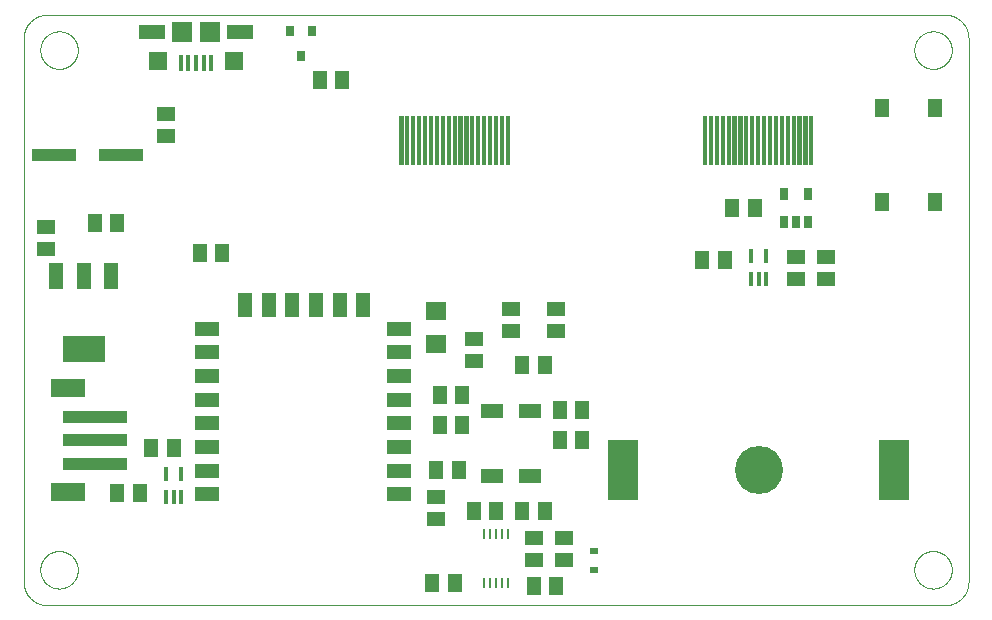
<source format=gtp>
G75*
%MOIN*%
%OFA0B0*%
%FSLAX25Y25*%
%IPPOS*%
%LPD*%
%AMOC8*
5,1,8,0,0,1.08239X$1,22.5*
%
%ADD10C,0.00000*%
%ADD11R,0.05118X0.05906*%
%ADD12R,0.03150X0.03543*%
%ADD13R,0.05906X0.05118*%
%ADD14R,0.07874X0.04724*%
%ADD15R,0.04724X0.07874*%
%ADD16R,0.07087X0.06299*%
%ADD17C,0.00118*%
%ADD18R,0.05118X0.06102*%
%ADD19R,0.01575X0.05315*%
%ADD20R,0.07087X0.07087*%
%ADD21R,0.09055X0.05118*%
%ADD22R,0.06299X0.06299*%
%ADD23R,0.21654X0.03937*%
%ADD24R,0.11811X0.06299*%
%ADD25R,0.04800X0.08800*%
%ADD26R,0.14173X0.08661*%
%ADD27R,0.00984X0.03445*%
%ADD28R,0.07480X0.05118*%
%ADD29C,0.16000*%
%ADD30R,0.09843X0.20079*%
%ADD31R,0.03150X0.02362*%
%ADD32R,0.01400X0.04600*%
%ADD33R,0.02756X0.03937*%
%ADD34R,0.14961X0.03937*%
D10*
X0044888Y0146728D02*
X0344100Y0146728D01*
X0344290Y0146730D01*
X0344480Y0146737D01*
X0344670Y0146749D01*
X0344860Y0146765D01*
X0345049Y0146785D01*
X0345238Y0146811D01*
X0345426Y0146840D01*
X0345613Y0146875D01*
X0345799Y0146914D01*
X0345984Y0146957D01*
X0346169Y0147005D01*
X0346352Y0147057D01*
X0346533Y0147113D01*
X0346713Y0147174D01*
X0346892Y0147240D01*
X0347069Y0147309D01*
X0347245Y0147383D01*
X0347418Y0147461D01*
X0347590Y0147544D01*
X0347759Y0147630D01*
X0347927Y0147720D01*
X0348092Y0147815D01*
X0348255Y0147913D01*
X0348415Y0148016D01*
X0348573Y0148122D01*
X0348728Y0148232D01*
X0348881Y0148345D01*
X0349031Y0148463D01*
X0349177Y0148584D01*
X0349321Y0148708D01*
X0349462Y0148836D01*
X0349600Y0148967D01*
X0349735Y0149102D01*
X0349866Y0149240D01*
X0349994Y0149381D01*
X0350118Y0149525D01*
X0350239Y0149671D01*
X0350357Y0149821D01*
X0350470Y0149974D01*
X0350580Y0150129D01*
X0350686Y0150287D01*
X0350789Y0150447D01*
X0350887Y0150610D01*
X0350982Y0150775D01*
X0351072Y0150943D01*
X0351158Y0151112D01*
X0351241Y0151284D01*
X0351319Y0151457D01*
X0351393Y0151633D01*
X0351462Y0151810D01*
X0351528Y0151989D01*
X0351589Y0152169D01*
X0351645Y0152350D01*
X0351697Y0152533D01*
X0351745Y0152718D01*
X0351788Y0152903D01*
X0351827Y0153089D01*
X0351862Y0153276D01*
X0351891Y0153464D01*
X0351917Y0153653D01*
X0351937Y0153842D01*
X0351953Y0154032D01*
X0351965Y0154222D01*
X0351972Y0154412D01*
X0351974Y0154602D01*
X0351974Y0335705D01*
X0351972Y0335895D01*
X0351965Y0336085D01*
X0351953Y0336275D01*
X0351937Y0336465D01*
X0351917Y0336654D01*
X0351891Y0336843D01*
X0351862Y0337031D01*
X0351827Y0337218D01*
X0351788Y0337404D01*
X0351745Y0337589D01*
X0351697Y0337774D01*
X0351645Y0337957D01*
X0351589Y0338138D01*
X0351528Y0338318D01*
X0351462Y0338497D01*
X0351393Y0338674D01*
X0351319Y0338850D01*
X0351241Y0339023D01*
X0351158Y0339195D01*
X0351072Y0339364D01*
X0350982Y0339532D01*
X0350887Y0339697D01*
X0350789Y0339860D01*
X0350686Y0340020D01*
X0350580Y0340178D01*
X0350470Y0340333D01*
X0350357Y0340486D01*
X0350239Y0340636D01*
X0350118Y0340782D01*
X0349994Y0340926D01*
X0349866Y0341067D01*
X0349735Y0341205D01*
X0349600Y0341340D01*
X0349462Y0341471D01*
X0349321Y0341599D01*
X0349177Y0341723D01*
X0349031Y0341844D01*
X0348881Y0341962D01*
X0348728Y0342075D01*
X0348573Y0342185D01*
X0348415Y0342291D01*
X0348255Y0342394D01*
X0348092Y0342492D01*
X0347927Y0342587D01*
X0347759Y0342677D01*
X0347590Y0342763D01*
X0347418Y0342846D01*
X0347245Y0342924D01*
X0347069Y0342998D01*
X0346892Y0343067D01*
X0346713Y0343133D01*
X0346533Y0343194D01*
X0346352Y0343250D01*
X0346169Y0343302D01*
X0345984Y0343350D01*
X0345799Y0343393D01*
X0345613Y0343432D01*
X0345426Y0343467D01*
X0345238Y0343496D01*
X0345049Y0343522D01*
X0344860Y0343542D01*
X0344670Y0343558D01*
X0344480Y0343570D01*
X0344290Y0343577D01*
X0344100Y0343579D01*
X0044888Y0343579D01*
X0044698Y0343577D01*
X0044508Y0343570D01*
X0044318Y0343558D01*
X0044128Y0343542D01*
X0043939Y0343522D01*
X0043750Y0343496D01*
X0043562Y0343467D01*
X0043375Y0343432D01*
X0043189Y0343393D01*
X0043004Y0343350D01*
X0042819Y0343302D01*
X0042636Y0343250D01*
X0042455Y0343194D01*
X0042275Y0343133D01*
X0042096Y0343067D01*
X0041919Y0342998D01*
X0041743Y0342924D01*
X0041570Y0342846D01*
X0041398Y0342763D01*
X0041229Y0342677D01*
X0041061Y0342587D01*
X0040896Y0342492D01*
X0040733Y0342394D01*
X0040573Y0342291D01*
X0040415Y0342185D01*
X0040260Y0342075D01*
X0040107Y0341962D01*
X0039957Y0341844D01*
X0039811Y0341723D01*
X0039667Y0341599D01*
X0039526Y0341471D01*
X0039388Y0341340D01*
X0039253Y0341205D01*
X0039122Y0341067D01*
X0038994Y0340926D01*
X0038870Y0340782D01*
X0038749Y0340636D01*
X0038631Y0340486D01*
X0038518Y0340333D01*
X0038408Y0340178D01*
X0038302Y0340020D01*
X0038199Y0339860D01*
X0038101Y0339697D01*
X0038006Y0339532D01*
X0037916Y0339364D01*
X0037830Y0339195D01*
X0037747Y0339023D01*
X0037669Y0338850D01*
X0037595Y0338674D01*
X0037526Y0338497D01*
X0037460Y0338318D01*
X0037399Y0338138D01*
X0037343Y0337957D01*
X0037291Y0337774D01*
X0037243Y0337589D01*
X0037200Y0337404D01*
X0037161Y0337218D01*
X0037126Y0337031D01*
X0037097Y0336843D01*
X0037071Y0336654D01*
X0037051Y0336465D01*
X0037035Y0336275D01*
X0037023Y0336085D01*
X0037016Y0335895D01*
X0037014Y0335705D01*
X0037014Y0154602D01*
X0037016Y0154412D01*
X0037023Y0154222D01*
X0037035Y0154032D01*
X0037051Y0153842D01*
X0037071Y0153653D01*
X0037097Y0153464D01*
X0037126Y0153276D01*
X0037161Y0153089D01*
X0037200Y0152903D01*
X0037243Y0152718D01*
X0037291Y0152533D01*
X0037343Y0152350D01*
X0037399Y0152169D01*
X0037460Y0151989D01*
X0037526Y0151810D01*
X0037595Y0151633D01*
X0037669Y0151457D01*
X0037747Y0151284D01*
X0037830Y0151112D01*
X0037916Y0150943D01*
X0038006Y0150775D01*
X0038101Y0150610D01*
X0038199Y0150447D01*
X0038302Y0150287D01*
X0038408Y0150129D01*
X0038518Y0149974D01*
X0038631Y0149821D01*
X0038749Y0149671D01*
X0038870Y0149525D01*
X0038994Y0149381D01*
X0039122Y0149240D01*
X0039253Y0149102D01*
X0039388Y0148967D01*
X0039526Y0148836D01*
X0039667Y0148708D01*
X0039811Y0148584D01*
X0039957Y0148463D01*
X0040107Y0148345D01*
X0040260Y0148232D01*
X0040415Y0148122D01*
X0040573Y0148016D01*
X0040733Y0147913D01*
X0040896Y0147815D01*
X0041061Y0147720D01*
X0041229Y0147630D01*
X0041398Y0147544D01*
X0041570Y0147461D01*
X0041743Y0147383D01*
X0041919Y0147309D01*
X0042096Y0147240D01*
X0042275Y0147174D01*
X0042455Y0147113D01*
X0042636Y0147057D01*
X0042819Y0147005D01*
X0043004Y0146957D01*
X0043189Y0146914D01*
X0043375Y0146875D01*
X0043562Y0146840D01*
X0043750Y0146811D01*
X0043939Y0146785D01*
X0044128Y0146765D01*
X0044318Y0146749D01*
X0044508Y0146737D01*
X0044698Y0146730D01*
X0044888Y0146728D01*
X0042575Y0158539D02*
X0042577Y0158697D01*
X0042583Y0158854D01*
X0042593Y0159012D01*
X0042607Y0159169D01*
X0042625Y0159325D01*
X0042646Y0159482D01*
X0042672Y0159637D01*
X0042702Y0159792D01*
X0042735Y0159946D01*
X0042773Y0160099D01*
X0042814Y0160252D01*
X0042859Y0160403D01*
X0042908Y0160553D01*
X0042961Y0160701D01*
X0043017Y0160849D01*
X0043078Y0160994D01*
X0043141Y0161139D01*
X0043209Y0161281D01*
X0043280Y0161422D01*
X0043354Y0161561D01*
X0043432Y0161698D01*
X0043514Y0161833D01*
X0043598Y0161966D01*
X0043687Y0162097D01*
X0043778Y0162225D01*
X0043873Y0162352D01*
X0043970Y0162475D01*
X0044071Y0162597D01*
X0044175Y0162715D01*
X0044282Y0162831D01*
X0044392Y0162944D01*
X0044504Y0163055D01*
X0044620Y0163162D01*
X0044738Y0163267D01*
X0044858Y0163369D01*
X0044981Y0163467D01*
X0045107Y0163563D01*
X0045235Y0163655D01*
X0045365Y0163744D01*
X0045497Y0163830D01*
X0045632Y0163912D01*
X0045769Y0163991D01*
X0045907Y0164066D01*
X0046047Y0164138D01*
X0046190Y0164206D01*
X0046333Y0164271D01*
X0046479Y0164332D01*
X0046626Y0164389D01*
X0046774Y0164443D01*
X0046924Y0164493D01*
X0047074Y0164539D01*
X0047226Y0164581D01*
X0047379Y0164620D01*
X0047533Y0164654D01*
X0047688Y0164685D01*
X0047843Y0164711D01*
X0047999Y0164734D01*
X0048156Y0164753D01*
X0048313Y0164768D01*
X0048470Y0164779D01*
X0048628Y0164786D01*
X0048786Y0164789D01*
X0048943Y0164788D01*
X0049101Y0164783D01*
X0049258Y0164774D01*
X0049416Y0164761D01*
X0049572Y0164744D01*
X0049729Y0164723D01*
X0049884Y0164699D01*
X0050039Y0164670D01*
X0050194Y0164637D01*
X0050347Y0164601D01*
X0050500Y0164560D01*
X0050651Y0164516D01*
X0050801Y0164468D01*
X0050950Y0164417D01*
X0051098Y0164361D01*
X0051244Y0164302D01*
X0051389Y0164239D01*
X0051532Y0164172D01*
X0051673Y0164102D01*
X0051812Y0164029D01*
X0051950Y0163952D01*
X0052086Y0163871D01*
X0052219Y0163787D01*
X0052350Y0163700D01*
X0052479Y0163609D01*
X0052606Y0163515D01*
X0052731Y0163418D01*
X0052852Y0163318D01*
X0052972Y0163215D01*
X0053088Y0163109D01*
X0053202Y0163000D01*
X0053314Y0162888D01*
X0053422Y0162774D01*
X0053527Y0162656D01*
X0053630Y0162536D01*
X0053729Y0162414D01*
X0053825Y0162289D01*
X0053918Y0162161D01*
X0054008Y0162032D01*
X0054094Y0161900D01*
X0054178Y0161766D01*
X0054257Y0161630D01*
X0054334Y0161492D01*
X0054406Y0161352D01*
X0054475Y0161210D01*
X0054541Y0161067D01*
X0054603Y0160922D01*
X0054661Y0160775D01*
X0054716Y0160627D01*
X0054767Y0160478D01*
X0054814Y0160327D01*
X0054857Y0160176D01*
X0054896Y0160023D01*
X0054932Y0159869D01*
X0054963Y0159715D01*
X0054991Y0159560D01*
X0055015Y0159404D01*
X0055035Y0159247D01*
X0055051Y0159090D01*
X0055063Y0158933D01*
X0055071Y0158776D01*
X0055075Y0158618D01*
X0055075Y0158460D01*
X0055071Y0158302D01*
X0055063Y0158145D01*
X0055051Y0157988D01*
X0055035Y0157831D01*
X0055015Y0157674D01*
X0054991Y0157518D01*
X0054963Y0157363D01*
X0054932Y0157209D01*
X0054896Y0157055D01*
X0054857Y0156902D01*
X0054814Y0156751D01*
X0054767Y0156600D01*
X0054716Y0156451D01*
X0054661Y0156303D01*
X0054603Y0156156D01*
X0054541Y0156011D01*
X0054475Y0155868D01*
X0054406Y0155726D01*
X0054334Y0155586D01*
X0054257Y0155448D01*
X0054178Y0155312D01*
X0054094Y0155178D01*
X0054008Y0155046D01*
X0053918Y0154917D01*
X0053825Y0154789D01*
X0053729Y0154664D01*
X0053630Y0154542D01*
X0053527Y0154422D01*
X0053422Y0154304D01*
X0053314Y0154190D01*
X0053202Y0154078D01*
X0053088Y0153969D01*
X0052972Y0153863D01*
X0052852Y0153760D01*
X0052731Y0153660D01*
X0052606Y0153563D01*
X0052479Y0153469D01*
X0052350Y0153378D01*
X0052219Y0153291D01*
X0052086Y0153207D01*
X0051950Y0153126D01*
X0051812Y0153049D01*
X0051673Y0152976D01*
X0051532Y0152906D01*
X0051389Y0152839D01*
X0051244Y0152776D01*
X0051098Y0152717D01*
X0050950Y0152661D01*
X0050801Y0152610D01*
X0050651Y0152562D01*
X0050500Y0152518D01*
X0050347Y0152477D01*
X0050194Y0152441D01*
X0050039Y0152408D01*
X0049884Y0152379D01*
X0049729Y0152355D01*
X0049572Y0152334D01*
X0049416Y0152317D01*
X0049258Y0152304D01*
X0049101Y0152295D01*
X0048943Y0152290D01*
X0048786Y0152289D01*
X0048628Y0152292D01*
X0048470Y0152299D01*
X0048313Y0152310D01*
X0048156Y0152325D01*
X0047999Y0152344D01*
X0047843Y0152367D01*
X0047688Y0152393D01*
X0047533Y0152424D01*
X0047379Y0152458D01*
X0047226Y0152497D01*
X0047074Y0152539D01*
X0046924Y0152585D01*
X0046774Y0152635D01*
X0046626Y0152689D01*
X0046479Y0152746D01*
X0046333Y0152807D01*
X0046190Y0152872D01*
X0046047Y0152940D01*
X0045907Y0153012D01*
X0045769Y0153087D01*
X0045632Y0153166D01*
X0045497Y0153248D01*
X0045365Y0153334D01*
X0045235Y0153423D01*
X0045107Y0153515D01*
X0044981Y0153611D01*
X0044858Y0153709D01*
X0044738Y0153811D01*
X0044620Y0153916D01*
X0044504Y0154023D01*
X0044392Y0154134D01*
X0044282Y0154247D01*
X0044175Y0154363D01*
X0044071Y0154481D01*
X0043970Y0154603D01*
X0043873Y0154726D01*
X0043778Y0154853D01*
X0043687Y0154981D01*
X0043598Y0155112D01*
X0043514Y0155245D01*
X0043432Y0155380D01*
X0043354Y0155517D01*
X0043280Y0155656D01*
X0043209Y0155797D01*
X0043141Y0155939D01*
X0043078Y0156084D01*
X0043017Y0156229D01*
X0042961Y0156377D01*
X0042908Y0156525D01*
X0042859Y0156675D01*
X0042814Y0156826D01*
X0042773Y0156979D01*
X0042735Y0157132D01*
X0042702Y0157286D01*
X0042672Y0157441D01*
X0042646Y0157596D01*
X0042625Y0157753D01*
X0042607Y0157909D01*
X0042593Y0158066D01*
X0042583Y0158224D01*
X0042577Y0158381D01*
X0042575Y0158539D01*
X0042575Y0331768D02*
X0042577Y0331926D01*
X0042583Y0332083D01*
X0042593Y0332241D01*
X0042607Y0332398D01*
X0042625Y0332554D01*
X0042646Y0332711D01*
X0042672Y0332866D01*
X0042702Y0333021D01*
X0042735Y0333175D01*
X0042773Y0333328D01*
X0042814Y0333481D01*
X0042859Y0333632D01*
X0042908Y0333782D01*
X0042961Y0333930D01*
X0043017Y0334078D01*
X0043078Y0334223D01*
X0043141Y0334368D01*
X0043209Y0334510D01*
X0043280Y0334651D01*
X0043354Y0334790D01*
X0043432Y0334927D01*
X0043514Y0335062D01*
X0043598Y0335195D01*
X0043687Y0335326D01*
X0043778Y0335454D01*
X0043873Y0335581D01*
X0043970Y0335704D01*
X0044071Y0335826D01*
X0044175Y0335944D01*
X0044282Y0336060D01*
X0044392Y0336173D01*
X0044504Y0336284D01*
X0044620Y0336391D01*
X0044738Y0336496D01*
X0044858Y0336598D01*
X0044981Y0336696D01*
X0045107Y0336792D01*
X0045235Y0336884D01*
X0045365Y0336973D01*
X0045497Y0337059D01*
X0045632Y0337141D01*
X0045769Y0337220D01*
X0045907Y0337295D01*
X0046047Y0337367D01*
X0046190Y0337435D01*
X0046333Y0337500D01*
X0046479Y0337561D01*
X0046626Y0337618D01*
X0046774Y0337672D01*
X0046924Y0337722D01*
X0047074Y0337768D01*
X0047226Y0337810D01*
X0047379Y0337849D01*
X0047533Y0337883D01*
X0047688Y0337914D01*
X0047843Y0337940D01*
X0047999Y0337963D01*
X0048156Y0337982D01*
X0048313Y0337997D01*
X0048470Y0338008D01*
X0048628Y0338015D01*
X0048786Y0338018D01*
X0048943Y0338017D01*
X0049101Y0338012D01*
X0049258Y0338003D01*
X0049416Y0337990D01*
X0049572Y0337973D01*
X0049729Y0337952D01*
X0049884Y0337928D01*
X0050039Y0337899D01*
X0050194Y0337866D01*
X0050347Y0337830D01*
X0050500Y0337789D01*
X0050651Y0337745D01*
X0050801Y0337697D01*
X0050950Y0337646D01*
X0051098Y0337590D01*
X0051244Y0337531D01*
X0051389Y0337468D01*
X0051532Y0337401D01*
X0051673Y0337331D01*
X0051812Y0337258D01*
X0051950Y0337181D01*
X0052086Y0337100D01*
X0052219Y0337016D01*
X0052350Y0336929D01*
X0052479Y0336838D01*
X0052606Y0336744D01*
X0052731Y0336647D01*
X0052852Y0336547D01*
X0052972Y0336444D01*
X0053088Y0336338D01*
X0053202Y0336229D01*
X0053314Y0336117D01*
X0053422Y0336003D01*
X0053527Y0335885D01*
X0053630Y0335765D01*
X0053729Y0335643D01*
X0053825Y0335518D01*
X0053918Y0335390D01*
X0054008Y0335261D01*
X0054094Y0335129D01*
X0054178Y0334995D01*
X0054257Y0334859D01*
X0054334Y0334721D01*
X0054406Y0334581D01*
X0054475Y0334439D01*
X0054541Y0334296D01*
X0054603Y0334151D01*
X0054661Y0334004D01*
X0054716Y0333856D01*
X0054767Y0333707D01*
X0054814Y0333556D01*
X0054857Y0333405D01*
X0054896Y0333252D01*
X0054932Y0333098D01*
X0054963Y0332944D01*
X0054991Y0332789D01*
X0055015Y0332633D01*
X0055035Y0332476D01*
X0055051Y0332319D01*
X0055063Y0332162D01*
X0055071Y0332005D01*
X0055075Y0331847D01*
X0055075Y0331689D01*
X0055071Y0331531D01*
X0055063Y0331374D01*
X0055051Y0331217D01*
X0055035Y0331060D01*
X0055015Y0330903D01*
X0054991Y0330747D01*
X0054963Y0330592D01*
X0054932Y0330438D01*
X0054896Y0330284D01*
X0054857Y0330131D01*
X0054814Y0329980D01*
X0054767Y0329829D01*
X0054716Y0329680D01*
X0054661Y0329532D01*
X0054603Y0329385D01*
X0054541Y0329240D01*
X0054475Y0329097D01*
X0054406Y0328955D01*
X0054334Y0328815D01*
X0054257Y0328677D01*
X0054178Y0328541D01*
X0054094Y0328407D01*
X0054008Y0328275D01*
X0053918Y0328146D01*
X0053825Y0328018D01*
X0053729Y0327893D01*
X0053630Y0327771D01*
X0053527Y0327651D01*
X0053422Y0327533D01*
X0053314Y0327419D01*
X0053202Y0327307D01*
X0053088Y0327198D01*
X0052972Y0327092D01*
X0052852Y0326989D01*
X0052731Y0326889D01*
X0052606Y0326792D01*
X0052479Y0326698D01*
X0052350Y0326607D01*
X0052219Y0326520D01*
X0052086Y0326436D01*
X0051950Y0326355D01*
X0051812Y0326278D01*
X0051673Y0326205D01*
X0051532Y0326135D01*
X0051389Y0326068D01*
X0051244Y0326005D01*
X0051098Y0325946D01*
X0050950Y0325890D01*
X0050801Y0325839D01*
X0050651Y0325791D01*
X0050500Y0325747D01*
X0050347Y0325706D01*
X0050194Y0325670D01*
X0050039Y0325637D01*
X0049884Y0325608D01*
X0049729Y0325584D01*
X0049572Y0325563D01*
X0049416Y0325546D01*
X0049258Y0325533D01*
X0049101Y0325524D01*
X0048943Y0325519D01*
X0048786Y0325518D01*
X0048628Y0325521D01*
X0048470Y0325528D01*
X0048313Y0325539D01*
X0048156Y0325554D01*
X0047999Y0325573D01*
X0047843Y0325596D01*
X0047688Y0325622D01*
X0047533Y0325653D01*
X0047379Y0325687D01*
X0047226Y0325726D01*
X0047074Y0325768D01*
X0046924Y0325814D01*
X0046774Y0325864D01*
X0046626Y0325918D01*
X0046479Y0325975D01*
X0046333Y0326036D01*
X0046190Y0326101D01*
X0046047Y0326169D01*
X0045907Y0326241D01*
X0045769Y0326316D01*
X0045632Y0326395D01*
X0045497Y0326477D01*
X0045365Y0326563D01*
X0045235Y0326652D01*
X0045107Y0326744D01*
X0044981Y0326840D01*
X0044858Y0326938D01*
X0044738Y0327040D01*
X0044620Y0327145D01*
X0044504Y0327252D01*
X0044392Y0327363D01*
X0044282Y0327476D01*
X0044175Y0327592D01*
X0044071Y0327710D01*
X0043970Y0327832D01*
X0043873Y0327955D01*
X0043778Y0328082D01*
X0043687Y0328210D01*
X0043598Y0328341D01*
X0043514Y0328474D01*
X0043432Y0328609D01*
X0043354Y0328746D01*
X0043280Y0328885D01*
X0043209Y0329026D01*
X0043141Y0329168D01*
X0043078Y0329313D01*
X0043017Y0329458D01*
X0042961Y0329606D01*
X0042908Y0329754D01*
X0042859Y0329904D01*
X0042814Y0330055D01*
X0042773Y0330208D01*
X0042735Y0330361D01*
X0042702Y0330515D01*
X0042672Y0330670D01*
X0042646Y0330825D01*
X0042625Y0330982D01*
X0042607Y0331138D01*
X0042593Y0331295D01*
X0042583Y0331453D01*
X0042577Y0331610D01*
X0042575Y0331768D01*
X0333913Y0331768D02*
X0333915Y0331926D01*
X0333921Y0332083D01*
X0333931Y0332241D01*
X0333945Y0332398D01*
X0333963Y0332554D01*
X0333984Y0332711D01*
X0334010Y0332866D01*
X0334040Y0333021D01*
X0334073Y0333175D01*
X0334111Y0333328D01*
X0334152Y0333481D01*
X0334197Y0333632D01*
X0334246Y0333782D01*
X0334299Y0333930D01*
X0334355Y0334078D01*
X0334416Y0334223D01*
X0334479Y0334368D01*
X0334547Y0334510D01*
X0334618Y0334651D01*
X0334692Y0334790D01*
X0334770Y0334927D01*
X0334852Y0335062D01*
X0334936Y0335195D01*
X0335025Y0335326D01*
X0335116Y0335454D01*
X0335211Y0335581D01*
X0335308Y0335704D01*
X0335409Y0335826D01*
X0335513Y0335944D01*
X0335620Y0336060D01*
X0335730Y0336173D01*
X0335842Y0336284D01*
X0335958Y0336391D01*
X0336076Y0336496D01*
X0336196Y0336598D01*
X0336319Y0336696D01*
X0336445Y0336792D01*
X0336573Y0336884D01*
X0336703Y0336973D01*
X0336835Y0337059D01*
X0336970Y0337141D01*
X0337107Y0337220D01*
X0337245Y0337295D01*
X0337385Y0337367D01*
X0337528Y0337435D01*
X0337671Y0337500D01*
X0337817Y0337561D01*
X0337964Y0337618D01*
X0338112Y0337672D01*
X0338262Y0337722D01*
X0338412Y0337768D01*
X0338564Y0337810D01*
X0338717Y0337849D01*
X0338871Y0337883D01*
X0339026Y0337914D01*
X0339181Y0337940D01*
X0339337Y0337963D01*
X0339494Y0337982D01*
X0339651Y0337997D01*
X0339808Y0338008D01*
X0339966Y0338015D01*
X0340124Y0338018D01*
X0340281Y0338017D01*
X0340439Y0338012D01*
X0340596Y0338003D01*
X0340754Y0337990D01*
X0340910Y0337973D01*
X0341067Y0337952D01*
X0341222Y0337928D01*
X0341377Y0337899D01*
X0341532Y0337866D01*
X0341685Y0337830D01*
X0341838Y0337789D01*
X0341989Y0337745D01*
X0342139Y0337697D01*
X0342288Y0337646D01*
X0342436Y0337590D01*
X0342582Y0337531D01*
X0342727Y0337468D01*
X0342870Y0337401D01*
X0343011Y0337331D01*
X0343150Y0337258D01*
X0343288Y0337181D01*
X0343424Y0337100D01*
X0343557Y0337016D01*
X0343688Y0336929D01*
X0343817Y0336838D01*
X0343944Y0336744D01*
X0344069Y0336647D01*
X0344190Y0336547D01*
X0344310Y0336444D01*
X0344426Y0336338D01*
X0344540Y0336229D01*
X0344652Y0336117D01*
X0344760Y0336003D01*
X0344865Y0335885D01*
X0344968Y0335765D01*
X0345067Y0335643D01*
X0345163Y0335518D01*
X0345256Y0335390D01*
X0345346Y0335261D01*
X0345432Y0335129D01*
X0345516Y0334995D01*
X0345595Y0334859D01*
X0345672Y0334721D01*
X0345744Y0334581D01*
X0345813Y0334439D01*
X0345879Y0334296D01*
X0345941Y0334151D01*
X0345999Y0334004D01*
X0346054Y0333856D01*
X0346105Y0333707D01*
X0346152Y0333556D01*
X0346195Y0333405D01*
X0346234Y0333252D01*
X0346270Y0333098D01*
X0346301Y0332944D01*
X0346329Y0332789D01*
X0346353Y0332633D01*
X0346373Y0332476D01*
X0346389Y0332319D01*
X0346401Y0332162D01*
X0346409Y0332005D01*
X0346413Y0331847D01*
X0346413Y0331689D01*
X0346409Y0331531D01*
X0346401Y0331374D01*
X0346389Y0331217D01*
X0346373Y0331060D01*
X0346353Y0330903D01*
X0346329Y0330747D01*
X0346301Y0330592D01*
X0346270Y0330438D01*
X0346234Y0330284D01*
X0346195Y0330131D01*
X0346152Y0329980D01*
X0346105Y0329829D01*
X0346054Y0329680D01*
X0345999Y0329532D01*
X0345941Y0329385D01*
X0345879Y0329240D01*
X0345813Y0329097D01*
X0345744Y0328955D01*
X0345672Y0328815D01*
X0345595Y0328677D01*
X0345516Y0328541D01*
X0345432Y0328407D01*
X0345346Y0328275D01*
X0345256Y0328146D01*
X0345163Y0328018D01*
X0345067Y0327893D01*
X0344968Y0327771D01*
X0344865Y0327651D01*
X0344760Y0327533D01*
X0344652Y0327419D01*
X0344540Y0327307D01*
X0344426Y0327198D01*
X0344310Y0327092D01*
X0344190Y0326989D01*
X0344069Y0326889D01*
X0343944Y0326792D01*
X0343817Y0326698D01*
X0343688Y0326607D01*
X0343557Y0326520D01*
X0343424Y0326436D01*
X0343288Y0326355D01*
X0343150Y0326278D01*
X0343011Y0326205D01*
X0342870Y0326135D01*
X0342727Y0326068D01*
X0342582Y0326005D01*
X0342436Y0325946D01*
X0342288Y0325890D01*
X0342139Y0325839D01*
X0341989Y0325791D01*
X0341838Y0325747D01*
X0341685Y0325706D01*
X0341532Y0325670D01*
X0341377Y0325637D01*
X0341222Y0325608D01*
X0341067Y0325584D01*
X0340910Y0325563D01*
X0340754Y0325546D01*
X0340596Y0325533D01*
X0340439Y0325524D01*
X0340281Y0325519D01*
X0340124Y0325518D01*
X0339966Y0325521D01*
X0339808Y0325528D01*
X0339651Y0325539D01*
X0339494Y0325554D01*
X0339337Y0325573D01*
X0339181Y0325596D01*
X0339026Y0325622D01*
X0338871Y0325653D01*
X0338717Y0325687D01*
X0338564Y0325726D01*
X0338412Y0325768D01*
X0338262Y0325814D01*
X0338112Y0325864D01*
X0337964Y0325918D01*
X0337817Y0325975D01*
X0337671Y0326036D01*
X0337528Y0326101D01*
X0337385Y0326169D01*
X0337245Y0326241D01*
X0337107Y0326316D01*
X0336970Y0326395D01*
X0336835Y0326477D01*
X0336703Y0326563D01*
X0336573Y0326652D01*
X0336445Y0326744D01*
X0336319Y0326840D01*
X0336196Y0326938D01*
X0336076Y0327040D01*
X0335958Y0327145D01*
X0335842Y0327252D01*
X0335730Y0327363D01*
X0335620Y0327476D01*
X0335513Y0327592D01*
X0335409Y0327710D01*
X0335308Y0327832D01*
X0335211Y0327955D01*
X0335116Y0328082D01*
X0335025Y0328210D01*
X0334936Y0328341D01*
X0334852Y0328474D01*
X0334770Y0328609D01*
X0334692Y0328746D01*
X0334618Y0328885D01*
X0334547Y0329026D01*
X0334479Y0329168D01*
X0334416Y0329313D01*
X0334355Y0329458D01*
X0334299Y0329606D01*
X0334246Y0329754D01*
X0334197Y0329904D01*
X0334152Y0330055D01*
X0334111Y0330208D01*
X0334073Y0330361D01*
X0334040Y0330515D01*
X0334010Y0330670D01*
X0333984Y0330825D01*
X0333963Y0330982D01*
X0333945Y0331138D01*
X0333931Y0331295D01*
X0333921Y0331453D01*
X0333915Y0331610D01*
X0333913Y0331768D01*
X0333913Y0158539D02*
X0333915Y0158697D01*
X0333921Y0158854D01*
X0333931Y0159012D01*
X0333945Y0159169D01*
X0333963Y0159325D01*
X0333984Y0159482D01*
X0334010Y0159637D01*
X0334040Y0159792D01*
X0334073Y0159946D01*
X0334111Y0160099D01*
X0334152Y0160252D01*
X0334197Y0160403D01*
X0334246Y0160553D01*
X0334299Y0160701D01*
X0334355Y0160849D01*
X0334416Y0160994D01*
X0334479Y0161139D01*
X0334547Y0161281D01*
X0334618Y0161422D01*
X0334692Y0161561D01*
X0334770Y0161698D01*
X0334852Y0161833D01*
X0334936Y0161966D01*
X0335025Y0162097D01*
X0335116Y0162225D01*
X0335211Y0162352D01*
X0335308Y0162475D01*
X0335409Y0162597D01*
X0335513Y0162715D01*
X0335620Y0162831D01*
X0335730Y0162944D01*
X0335842Y0163055D01*
X0335958Y0163162D01*
X0336076Y0163267D01*
X0336196Y0163369D01*
X0336319Y0163467D01*
X0336445Y0163563D01*
X0336573Y0163655D01*
X0336703Y0163744D01*
X0336835Y0163830D01*
X0336970Y0163912D01*
X0337107Y0163991D01*
X0337245Y0164066D01*
X0337385Y0164138D01*
X0337528Y0164206D01*
X0337671Y0164271D01*
X0337817Y0164332D01*
X0337964Y0164389D01*
X0338112Y0164443D01*
X0338262Y0164493D01*
X0338412Y0164539D01*
X0338564Y0164581D01*
X0338717Y0164620D01*
X0338871Y0164654D01*
X0339026Y0164685D01*
X0339181Y0164711D01*
X0339337Y0164734D01*
X0339494Y0164753D01*
X0339651Y0164768D01*
X0339808Y0164779D01*
X0339966Y0164786D01*
X0340124Y0164789D01*
X0340281Y0164788D01*
X0340439Y0164783D01*
X0340596Y0164774D01*
X0340754Y0164761D01*
X0340910Y0164744D01*
X0341067Y0164723D01*
X0341222Y0164699D01*
X0341377Y0164670D01*
X0341532Y0164637D01*
X0341685Y0164601D01*
X0341838Y0164560D01*
X0341989Y0164516D01*
X0342139Y0164468D01*
X0342288Y0164417D01*
X0342436Y0164361D01*
X0342582Y0164302D01*
X0342727Y0164239D01*
X0342870Y0164172D01*
X0343011Y0164102D01*
X0343150Y0164029D01*
X0343288Y0163952D01*
X0343424Y0163871D01*
X0343557Y0163787D01*
X0343688Y0163700D01*
X0343817Y0163609D01*
X0343944Y0163515D01*
X0344069Y0163418D01*
X0344190Y0163318D01*
X0344310Y0163215D01*
X0344426Y0163109D01*
X0344540Y0163000D01*
X0344652Y0162888D01*
X0344760Y0162774D01*
X0344865Y0162656D01*
X0344968Y0162536D01*
X0345067Y0162414D01*
X0345163Y0162289D01*
X0345256Y0162161D01*
X0345346Y0162032D01*
X0345432Y0161900D01*
X0345516Y0161766D01*
X0345595Y0161630D01*
X0345672Y0161492D01*
X0345744Y0161352D01*
X0345813Y0161210D01*
X0345879Y0161067D01*
X0345941Y0160922D01*
X0345999Y0160775D01*
X0346054Y0160627D01*
X0346105Y0160478D01*
X0346152Y0160327D01*
X0346195Y0160176D01*
X0346234Y0160023D01*
X0346270Y0159869D01*
X0346301Y0159715D01*
X0346329Y0159560D01*
X0346353Y0159404D01*
X0346373Y0159247D01*
X0346389Y0159090D01*
X0346401Y0158933D01*
X0346409Y0158776D01*
X0346413Y0158618D01*
X0346413Y0158460D01*
X0346409Y0158302D01*
X0346401Y0158145D01*
X0346389Y0157988D01*
X0346373Y0157831D01*
X0346353Y0157674D01*
X0346329Y0157518D01*
X0346301Y0157363D01*
X0346270Y0157209D01*
X0346234Y0157055D01*
X0346195Y0156902D01*
X0346152Y0156751D01*
X0346105Y0156600D01*
X0346054Y0156451D01*
X0345999Y0156303D01*
X0345941Y0156156D01*
X0345879Y0156011D01*
X0345813Y0155868D01*
X0345744Y0155726D01*
X0345672Y0155586D01*
X0345595Y0155448D01*
X0345516Y0155312D01*
X0345432Y0155178D01*
X0345346Y0155046D01*
X0345256Y0154917D01*
X0345163Y0154789D01*
X0345067Y0154664D01*
X0344968Y0154542D01*
X0344865Y0154422D01*
X0344760Y0154304D01*
X0344652Y0154190D01*
X0344540Y0154078D01*
X0344426Y0153969D01*
X0344310Y0153863D01*
X0344190Y0153760D01*
X0344069Y0153660D01*
X0343944Y0153563D01*
X0343817Y0153469D01*
X0343688Y0153378D01*
X0343557Y0153291D01*
X0343424Y0153207D01*
X0343288Y0153126D01*
X0343150Y0153049D01*
X0343011Y0152976D01*
X0342870Y0152906D01*
X0342727Y0152839D01*
X0342582Y0152776D01*
X0342436Y0152717D01*
X0342288Y0152661D01*
X0342139Y0152610D01*
X0341989Y0152562D01*
X0341838Y0152518D01*
X0341685Y0152477D01*
X0341532Y0152441D01*
X0341377Y0152408D01*
X0341222Y0152379D01*
X0341067Y0152355D01*
X0340910Y0152334D01*
X0340754Y0152317D01*
X0340596Y0152304D01*
X0340439Y0152295D01*
X0340281Y0152290D01*
X0340124Y0152289D01*
X0339966Y0152292D01*
X0339808Y0152299D01*
X0339651Y0152310D01*
X0339494Y0152325D01*
X0339337Y0152344D01*
X0339181Y0152367D01*
X0339026Y0152393D01*
X0338871Y0152424D01*
X0338717Y0152458D01*
X0338564Y0152497D01*
X0338412Y0152539D01*
X0338262Y0152585D01*
X0338112Y0152635D01*
X0337964Y0152689D01*
X0337817Y0152746D01*
X0337671Y0152807D01*
X0337528Y0152872D01*
X0337385Y0152940D01*
X0337245Y0153012D01*
X0337107Y0153087D01*
X0336970Y0153166D01*
X0336835Y0153248D01*
X0336703Y0153334D01*
X0336573Y0153423D01*
X0336445Y0153515D01*
X0336319Y0153611D01*
X0336196Y0153709D01*
X0336076Y0153811D01*
X0335958Y0153916D01*
X0335842Y0154023D01*
X0335730Y0154134D01*
X0335620Y0154247D01*
X0335513Y0154363D01*
X0335409Y0154481D01*
X0335308Y0154603D01*
X0335211Y0154726D01*
X0335116Y0154853D01*
X0335025Y0154981D01*
X0334936Y0155112D01*
X0334852Y0155245D01*
X0334770Y0155380D01*
X0334692Y0155517D01*
X0334618Y0155656D01*
X0334547Y0155797D01*
X0334479Y0155939D01*
X0334416Y0156084D01*
X0334355Y0156229D01*
X0334299Y0156377D01*
X0334246Y0156525D01*
X0334197Y0156675D01*
X0334152Y0156826D01*
X0334111Y0156979D01*
X0334073Y0157132D01*
X0334040Y0157286D01*
X0334010Y0157441D01*
X0333984Y0157596D01*
X0333963Y0157753D01*
X0333945Y0157909D01*
X0333931Y0158066D01*
X0333921Y0158224D01*
X0333915Y0158381D01*
X0333913Y0158539D01*
D11*
X0223254Y0201728D03*
X0215774Y0201728D03*
X0215774Y0211728D03*
X0223254Y0211728D03*
X0210754Y0226728D03*
X0203274Y0226728D03*
X0183254Y0216728D03*
X0175774Y0216728D03*
X0175774Y0206728D03*
X0183254Y0206728D03*
X0182004Y0191728D03*
X0174524Y0191728D03*
X0187024Y0177978D03*
X0194504Y0177978D03*
X0203274Y0177978D03*
X0210754Y0177978D03*
X0207024Y0152978D03*
X0214504Y0152978D03*
X0180754Y0154228D03*
X0173274Y0154228D03*
X0087004Y0199228D03*
X0079524Y0199228D03*
X0075754Y0184228D03*
X0068274Y0184228D03*
X0095774Y0264228D03*
X0103254Y0264228D03*
X0068254Y0274228D03*
X0060774Y0274228D03*
X0135774Y0321728D03*
X0143254Y0321728D03*
X0263274Y0261728D03*
X0270754Y0261728D03*
X0273274Y0279228D03*
X0280754Y0279228D03*
D12*
X0133254Y0338165D03*
X0125774Y0338165D03*
X0129514Y0329898D03*
D13*
X0084514Y0310469D03*
X0084514Y0302988D03*
X0044514Y0272969D03*
X0044514Y0265488D03*
X0174514Y0182969D03*
X0174514Y0175488D03*
X0207014Y0169219D03*
X0207014Y0161738D03*
X0217014Y0161738D03*
X0217014Y0169219D03*
X0187014Y0227988D03*
X0187014Y0235469D03*
X0199514Y0237988D03*
X0199514Y0245469D03*
X0214514Y0245469D03*
X0214514Y0237988D03*
X0294514Y0255488D03*
X0294514Y0262969D03*
X0304514Y0262969D03*
X0304514Y0255488D03*
D14*
X0162014Y0238854D03*
X0162014Y0230980D03*
X0162014Y0223106D03*
X0162014Y0215232D03*
X0162014Y0207358D03*
X0162014Y0199484D03*
X0162014Y0191610D03*
X0162014Y0183736D03*
X0098234Y0183736D03*
X0098234Y0191610D03*
X0098234Y0199484D03*
X0098234Y0207358D03*
X0098234Y0215232D03*
X0098234Y0223106D03*
X0098234Y0230980D03*
X0098234Y0238854D03*
D15*
X0110833Y0246728D03*
X0118707Y0246728D03*
X0126581Y0246728D03*
X0134455Y0246728D03*
X0142329Y0246728D03*
X0150203Y0246728D03*
D16*
X0174514Y0244740D03*
X0174514Y0233717D03*
D17*
X0174081Y0309819D02*
X0175143Y0309819D01*
X0175143Y0293795D01*
X0174081Y0293795D01*
X0174081Y0309819D01*
X0174081Y0293912D02*
X0175143Y0293912D01*
X0175143Y0294029D02*
X0174081Y0294029D01*
X0174081Y0294146D02*
X0175143Y0294146D01*
X0175143Y0294263D02*
X0174081Y0294263D01*
X0174081Y0294380D02*
X0175143Y0294380D01*
X0175143Y0294497D02*
X0174081Y0294497D01*
X0174081Y0294614D02*
X0175143Y0294614D01*
X0175143Y0294731D02*
X0174081Y0294731D01*
X0174081Y0294848D02*
X0175143Y0294848D01*
X0175143Y0294965D02*
X0174081Y0294965D01*
X0174081Y0295082D02*
X0175143Y0295082D01*
X0175143Y0295199D02*
X0174081Y0295199D01*
X0174081Y0295316D02*
X0175143Y0295316D01*
X0175143Y0295433D02*
X0174081Y0295433D01*
X0174081Y0295550D02*
X0175143Y0295550D01*
X0175143Y0295667D02*
X0174081Y0295667D01*
X0174081Y0295784D02*
X0175143Y0295784D01*
X0175143Y0295901D02*
X0174081Y0295901D01*
X0174081Y0296018D02*
X0175143Y0296018D01*
X0175143Y0296135D02*
X0174081Y0296135D01*
X0174081Y0296252D02*
X0175143Y0296252D01*
X0175143Y0296369D02*
X0174081Y0296369D01*
X0174081Y0296486D02*
X0175143Y0296486D01*
X0175143Y0296603D02*
X0174081Y0296603D01*
X0174081Y0296720D02*
X0175143Y0296720D01*
X0175143Y0296837D02*
X0174081Y0296837D01*
X0174081Y0296954D02*
X0175143Y0296954D01*
X0175143Y0297071D02*
X0174081Y0297071D01*
X0174081Y0297188D02*
X0175143Y0297188D01*
X0175143Y0297305D02*
X0174081Y0297305D01*
X0174081Y0297422D02*
X0175143Y0297422D01*
X0175143Y0297539D02*
X0174081Y0297539D01*
X0174081Y0297656D02*
X0175143Y0297656D01*
X0175143Y0297773D02*
X0174081Y0297773D01*
X0174081Y0297890D02*
X0175143Y0297890D01*
X0175143Y0298007D02*
X0174081Y0298007D01*
X0174081Y0298124D02*
X0175143Y0298124D01*
X0175143Y0298241D02*
X0174081Y0298241D01*
X0174081Y0298358D02*
X0175143Y0298358D01*
X0175143Y0298475D02*
X0174081Y0298475D01*
X0174081Y0298592D02*
X0175143Y0298592D01*
X0175143Y0298709D02*
X0174081Y0298709D01*
X0174081Y0298826D02*
X0175143Y0298826D01*
X0175143Y0298943D02*
X0174081Y0298943D01*
X0174081Y0299060D02*
X0175143Y0299060D01*
X0175143Y0299177D02*
X0174081Y0299177D01*
X0174081Y0299294D02*
X0175143Y0299294D01*
X0175143Y0299411D02*
X0174081Y0299411D01*
X0174081Y0299528D02*
X0175143Y0299528D01*
X0175143Y0299645D02*
X0174081Y0299645D01*
X0174081Y0299762D02*
X0175143Y0299762D01*
X0175143Y0299879D02*
X0174081Y0299879D01*
X0174081Y0299996D02*
X0175143Y0299996D01*
X0175143Y0300113D02*
X0174081Y0300113D01*
X0174081Y0300230D02*
X0175143Y0300230D01*
X0175143Y0300347D02*
X0174081Y0300347D01*
X0174081Y0300464D02*
X0175143Y0300464D01*
X0175143Y0300581D02*
X0174081Y0300581D01*
X0174081Y0300698D02*
X0175143Y0300698D01*
X0175143Y0300815D02*
X0174081Y0300815D01*
X0174081Y0300932D02*
X0175143Y0300932D01*
X0175143Y0301049D02*
X0174081Y0301049D01*
X0174081Y0301166D02*
X0175143Y0301166D01*
X0175143Y0301283D02*
X0174081Y0301283D01*
X0174081Y0301400D02*
X0175143Y0301400D01*
X0175143Y0301517D02*
X0174081Y0301517D01*
X0174081Y0301634D02*
X0175143Y0301634D01*
X0175143Y0301751D02*
X0174081Y0301751D01*
X0174081Y0301868D02*
X0175143Y0301868D01*
X0175143Y0301985D02*
X0174081Y0301985D01*
X0174081Y0302102D02*
X0175143Y0302102D01*
X0175143Y0302219D02*
X0174081Y0302219D01*
X0174081Y0302336D02*
X0175143Y0302336D01*
X0175143Y0302453D02*
X0174081Y0302453D01*
X0174081Y0302570D02*
X0175143Y0302570D01*
X0175143Y0302687D02*
X0174081Y0302687D01*
X0174081Y0302804D02*
X0175143Y0302804D01*
X0175143Y0302921D02*
X0174081Y0302921D01*
X0174081Y0303038D02*
X0175143Y0303038D01*
X0175143Y0303155D02*
X0174081Y0303155D01*
X0174081Y0303272D02*
X0175143Y0303272D01*
X0175143Y0303389D02*
X0174081Y0303389D01*
X0174081Y0303506D02*
X0175143Y0303506D01*
X0175143Y0303623D02*
X0174081Y0303623D01*
X0174081Y0303740D02*
X0175143Y0303740D01*
X0175143Y0303857D02*
X0174081Y0303857D01*
X0174081Y0303974D02*
X0175143Y0303974D01*
X0175143Y0304091D02*
X0174081Y0304091D01*
X0174081Y0304208D02*
X0175143Y0304208D01*
X0175143Y0304325D02*
X0174081Y0304325D01*
X0174081Y0304442D02*
X0175143Y0304442D01*
X0175143Y0304559D02*
X0174081Y0304559D01*
X0174081Y0304676D02*
X0175143Y0304676D01*
X0175143Y0304793D02*
X0174081Y0304793D01*
X0174081Y0304910D02*
X0175143Y0304910D01*
X0175143Y0305027D02*
X0174081Y0305027D01*
X0174081Y0305144D02*
X0175143Y0305144D01*
X0175143Y0305261D02*
X0174081Y0305261D01*
X0174081Y0305378D02*
X0175143Y0305378D01*
X0175143Y0305495D02*
X0174081Y0305495D01*
X0174081Y0305612D02*
X0175143Y0305612D01*
X0175143Y0305729D02*
X0174081Y0305729D01*
X0174081Y0305846D02*
X0175143Y0305846D01*
X0175143Y0305963D02*
X0174081Y0305963D01*
X0174081Y0306080D02*
X0175143Y0306080D01*
X0175143Y0306197D02*
X0174081Y0306197D01*
X0174081Y0306314D02*
X0175143Y0306314D01*
X0175143Y0306431D02*
X0174081Y0306431D01*
X0174081Y0306548D02*
X0175143Y0306548D01*
X0175143Y0306665D02*
X0174081Y0306665D01*
X0174081Y0306782D02*
X0175143Y0306782D01*
X0175143Y0306899D02*
X0174081Y0306899D01*
X0174081Y0307016D02*
X0175143Y0307016D01*
X0175143Y0307133D02*
X0174081Y0307133D01*
X0174081Y0307250D02*
X0175143Y0307250D01*
X0175143Y0307367D02*
X0174081Y0307367D01*
X0174081Y0307484D02*
X0175143Y0307484D01*
X0175143Y0307601D02*
X0174081Y0307601D01*
X0174081Y0307718D02*
X0175143Y0307718D01*
X0175143Y0307835D02*
X0174081Y0307835D01*
X0174081Y0307952D02*
X0175143Y0307952D01*
X0175143Y0308069D02*
X0174081Y0308069D01*
X0174081Y0308186D02*
X0175143Y0308186D01*
X0175143Y0308303D02*
X0174081Y0308303D01*
X0174081Y0308420D02*
X0175143Y0308420D01*
X0175143Y0308537D02*
X0174081Y0308537D01*
X0174081Y0308654D02*
X0175143Y0308654D01*
X0175143Y0308771D02*
X0174081Y0308771D01*
X0174081Y0308888D02*
X0175143Y0308888D01*
X0175143Y0309005D02*
X0174081Y0309005D01*
X0174081Y0309122D02*
X0175143Y0309122D01*
X0175143Y0309239D02*
X0174081Y0309239D01*
X0174081Y0309356D02*
X0175143Y0309356D01*
X0175143Y0309473D02*
X0174081Y0309473D01*
X0174081Y0309590D02*
X0175143Y0309590D01*
X0175143Y0309707D02*
X0174081Y0309707D01*
X0173175Y0309819D02*
X0172113Y0309819D01*
X0173175Y0309819D02*
X0173175Y0293795D01*
X0172113Y0293795D01*
X0172113Y0309819D01*
X0172113Y0293912D02*
X0173175Y0293912D01*
X0173175Y0294029D02*
X0172113Y0294029D01*
X0172113Y0294146D02*
X0173175Y0294146D01*
X0173175Y0294263D02*
X0172113Y0294263D01*
X0172113Y0294380D02*
X0173175Y0294380D01*
X0173175Y0294497D02*
X0172113Y0294497D01*
X0172113Y0294614D02*
X0173175Y0294614D01*
X0173175Y0294731D02*
X0172113Y0294731D01*
X0172113Y0294848D02*
X0173175Y0294848D01*
X0173175Y0294965D02*
X0172113Y0294965D01*
X0172113Y0295082D02*
X0173175Y0295082D01*
X0173175Y0295199D02*
X0172113Y0295199D01*
X0172113Y0295316D02*
X0173175Y0295316D01*
X0173175Y0295433D02*
X0172113Y0295433D01*
X0172113Y0295550D02*
X0173175Y0295550D01*
X0173175Y0295667D02*
X0172113Y0295667D01*
X0172113Y0295784D02*
X0173175Y0295784D01*
X0173175Y0295901D02*
X0172113Y0295901D01*
X0172113Y0296018D02*
X0173175Y0296018D01*
X0173175Y0296135D02*
X0172113Y0296135D01*
X0172113Y0296252D02*
X0173175Y0296252D01*
X0173175Y0296369D02*
X0172113Y0296369D01*
X0172113Y0296486D02*
X0173175Y0296486D01*
X0173175Y0296603D02*
X0172113Y0296603D01*
X0172113Y0296720D02*
X0173175Y0296720D01*
X0173175Y0296837D02*
X0172113Y0296837D01*
X0172113Y0296954D02*
X0173175Y0296954D01*
X0173175Y0297071D02*
X0172113Y0297071D01*
X0172113Y0297188D02*
X0173175Y0297188D01*
X0173175Y0297305D02*
X0172113Y0297305D01*
X0172113Y0297422D02*
X0173175Y0297422D01*
X0173175Y0297539D02*
X0172113Y0297539D01*
X0172113Y0297656D02*
X0173175Y0297656D01*
X0173175Y0297773D02*
X0172113Y0297773D01*
X0172113Y0297890D02*
X0173175Y0297890D01*
X0173175Y0298007D02*
X0172113Y0298007D01*
X0172113Y0298124D02*
X0173175Y0298124D01*
X0173175Y0298241D02*
X0172113Y0298241D01*
X0172113Y0298358D02*
X0173175Y0298358D01*
X0173175Y0298475D02*
X0172113Y0298475D01*
X0172113Y0298592D02*
X0173175Y0298592D01*
X0173175Y0298709D02*
X0172113Y0298709D01*
X0172113Y0298826D02*
X0173175Y0298826D01*
X0173175Y0298943D02*
X0172113Y0298943D01*
X0172113Y0299060D02*
X0173175Y0299060D01*
X0173175Y0299177D02*
X0172113Y0299177D01*
X0172113Y0299294D02*
X0173175Y0299294D01*
X0173175Y0299411D02*
X0172113Y0299411D01*
X0172113Y0299528D02*
X0173175Y0299528D01*
X0173175Y0299645D02*
X0172113Y0299645D01*
X0172113Y0299762D02*
X0173175Y0299762D01*
X0173175Y0299879D02*
X0172113Y0299879D01*
X0172113Y0299996D02*
X0173175Y0299996D01*
X0173175Y0300113D02*
X0172113Y0300113D01*
X0172113Y0300230D02*
X0173175Y0300230D01*
X0173175Y0300347D02*
X0172113Y0300347D01*
X0172113Y0300464D02*
X0173175Y0300464D01*
X0173175Y0300581D02*
X0172113Y0300581D01*
X0172113Y0300698D02*
X0173175Y0300698D01*
X0173175Y0300815D02*
X0172113Y0300815D01*
X0172113Y0300932D02*
X0173175Y0300932D01*
X0173175Y0301049D02*
X0172113Y0301049D01*
X0172113Y0301166D02*
X0173175Y0301166D01*
X0173175Y0301283D02*
X0172113Y0301283D01*
X0172113Y0301400D02*
X0173175Y0301400D01*
X0173175Y0301517D02*
X0172113Y0301517D01*
X0172113Y0301634D02*
X0173175Y0301634D01*
X0173175Y0301751D02*
X0172113Y0301751D01*
X0172113Y0301868D02*
X0173175Y0301868D01*
X0173175Y0301985D02*
X0172113Y0301985D01*
X0172113Y0302102D02*
X0173175Y0302102D01*
X0173175Y0302219D02*
X0172113Y0302219D01*
X0172113Y0302336D02*
X0173175Y0302336D01*
X0173175Y0302453D02*
X0172113Y0302453D01*
X0172113Y0302570D02*
X0173175Y0302570D01*
X0173175Y0302687D02*
X0172113Y0302687D01*
X0172113Y0302804D02*
X0173175Y0302804D01*
X0173175Y0302921D02*
X0172113Y0302921D01*
X0172113Y0303038D02*
X0173175Y0303038D01*
X0173175Y0303155D02*
X0172113Y0303155D01*
X0172113Y0303272D02*
X0173175Y0303272D01*
X0173175Y0303389D02*
X0172113Y0303389D01*
X0172113Y0303506D02*
X0173175Y0303506D01*
X0173175Y0303623D02*
X0172113Y0303623D01*
X0172113Y0303740D02*
X0173175Y0303740D01*
X0173175Y0303857D02*
X0172113Y0303857D01*
X0172113Y0303974D02*
X0173175Y0303974D01*
X0173175Y0304091D02*
X0172113Y0304091D01*
X0172113Y0304208D02*
X0173175Y0304208D01*
X0173175Y0304325D02*
X0172113Y0304325D01*
X0172113Y0304442D02*
X0173175Y0304442D01*
X0173175Y0304559D02*
X0172113Y0304559D01*
X0172113Y0304676D02*
X0173175Y0304676D01*
X0173175Y0304793D02*
X0172113Y0304793D01*
X0172113Y0304910D02*
X0173175Y0304910D01*
X0173175Y0305027D02*
X0172113Y0305027D01*
X0172113Y0305144D02*
X0173175Y0305144D01*
X0173175Y0305261D02*
X0172113Y0305261D01*
X0172113Y0305378D02*
X0173175Y0305378D01*
X0173175Y0305495D02*
X0172113Y0305495D01*
X0172113Y0305612D02*
X0173175Y0305612D01*
X0173175Y0305729D02*
X0172113Y0305729D01*
X0172113Y0305846D02*
X0173175Y0305846D01*
X0173175Y0305963D02*
X0172113Y0305963D01*
X0172113Y0306080D02*
X0173175Y0306080D01*
X0173175Y0306197D02*
X0172113Y0306197D01*
X0172113Y0306314D02*
X0173175Y0306314D01*
X0173175Y0306431D02*
X0172113Y0306431D01*
X0172113Y0306548D02*
X0173175Y0306548D01*
X0173175Y0306665D02*
X0172113Y0306665D01*
X0172113Y0306782D02*
X0173175Y0306782D01*
X0173175Y0306899D02*
X0172113Y0306899D01*
X0172113Y0307016D02*
X0173175Y0307016D01*
X0173175Y0307133D02*
X0172113Y0307133D01*
X0172113Y0307250D02*
X0173175Y0307250D01*
X0173175Y0307367D02*
X0172113Y0307367D01*
X0172113Y0307484D02*
X0173175Y0307484D01*
X0173175Y0307601D02*
X0172113Y0307601D01*
X0172113Y0307718D02*
X0173175Y0307718D01*
X0173175Y0307835D02*
X0172113Y0307835D01*
X0172113Y0307952D02*
X0173175Y0307952D01*
X0173175Y0308069D02*
X0172113Y0308069D01*
X0172113Y0308186D02*
X0173175Y0308186D01*
X0173175Y0308303D02*
X0172113Y0308303D01*
X0172113Y0308420D02*
X0173175Y0308420D01*
X0173175Y0308537D02*
X0172113Y0308537D01*
X0172113Y0308654D02*
X0173175Y0308654D01*
X0173175Y0308771D02*
X0172113Y0308771D01*
X0172113Y0308888D02*
X0173175Y0308888D01*
X0173175Y0309005D02*
X0172113Y0309005D01*
X0172113Y0309122D02*
X0173175Y0309122D01*
X0173175Y0309239D02*
X0172113Y0309239D01*
X0172113Y0309356D02*
X0173175Y0309356D01*
X0173175Y0309473D02*
X0172113Y0309473D01*
X0172113Y0309590D02*
X0173175Y0309590D01*
X0173175Y0309707D02*
X0172113Y0309707D01*
X0171206Y0309819D02*
X0170144Y0309819D01*
X0171206Y0309819D02*
X0171206Y0293795D01*
X0170144Y0293795D01*
X0170144Y0309819D01*
X0170144Y0293912D02*
X0171206Y0293912D01*
X0171206Y0294029D02*
X0170144Y0294029D01*
X0170144Y0294146D02*
X0171206Y0294146D01*
X0171206Y0294263D02*
X0170144Y0294263D01*
X0170144Y0294380D02*
X0171206Y0294380D01*
X0171206Y0294497D02*
X0170144Y0294497D01*
X0170144Y0294614D02*
X0171206Y0294614D01*
X0171206Y0294731D02*
X0170144Y0294731D01*
X0170144Y0294848D02*
X0171206Y0294848D01*
X0171206Y0294965D02*
X0170144Y0294965D01*
X0170144Y0295082D02*
X0171206Y0295082D01*
X0171206Y0295199D02*
X0170144Y0295199D01*
X0170144Y0295316D02*
X0171206Y0295316D01*
X0171206Y0295433D02*
X0170144Y0295433D01*
X0170144Y0295550D02*
X0171206Y0295550D01*
X0171206Y0295667D02*
X0170144Y0295667D01*
X0170144Y0295784D02*
X0171206Y0295784D01*
X0171206Y0295901D02*
X0170144Y0295901D01*
X0170144Y0296018D02*
X0171206Y0296018D01*
X0171206Y0296135D02*
X0170144Y0296135D01*
X0170144Y0296252D02*
X0171206Y0296252D01*
X0171206Y0296369D02*
X0170144Y0296369D01*
X0170144Y0296486D02*
X0171206Y0296486D01*
X0171206Y0296603D02*
X0170144Y0296603D01*
X0170144Y0296720D02*
X0171206Y0296720D01*
X0171206Y0296837D02*
X0170144Y0296837D01*
X0170144Y0296954D02*
X0171206Y0296954D01*
X0171206Y0297071D02*
X0170144Y0297071D01*
X0170144Y0297188D02*
X0171206Y0297188D01*
X0171206Y0297305D02*
X0170144Y0297305D01*
X0170144Y0297422D02*
X0171206Y0297422D01*
X0171206Y0297539D02*
X0170144Y0297539D01*
X0170144Y0297656D02*
X0171206Y0297656D01*
X0171206Y0297773D02*
X0170144Y0297773D01*
X0170144Y0297890D02*
X0171206Y0297890D01*
X0171206Y0298007D02*
X0170144Y0298007D01*
X0170144Y0298124D02*
X0171206Y0298124D01*
X0171206Y0298241D02*
X0170144Y0298241D01*
X0170144Y0298358D02*
X0171206Y0298358D01*
X0171206Y0298475D02*
X0170144Y0298475D01*
X0170144Y0298592D02*
X0171206Y0298592D01*
X0171206Y0298709D02*
X0170144Y0298709D01*
X0170144Y0298826D02*
X0171206Y0298826D01*
X0171206Y0298943D02*
X0170144Y0298943D01*
X0170144Y0299060D02*
X0171206Y0299060D01*
X0171206Y0299177D02*
X0170144Y0299177D01*
X0170144Y0299294D02*
X0171206Y0299294D01*
X0171206Y0299411D02*
X0170144Y0299411D01*
X0170144Y0299528D02*
X0171206Y0299528D01*
X0171206Y0299645D02*
X0170144Y0299645D01*
X0170144Y0299762D02*
X0171206Y0299762D01*
X0171206Y0299879D02*
X0170144Y0299879D01*
X0170144Y0299996D02*
X0171206Y0299996D01*
X0171206Y0300113D02*
X0170144Y0300113D01*
X0170144Y0300230D02*
X0171206Y0300230D01*
X0171206Y0300347D02*
X0170144Y0300347D01*
X0170144Y0300464D02*
X0171206Y0300464D01*
X0171206Y0300581D02*
X0170144Y0300581D01*
X0170144Y0300698D02*
X0171206Y0300698D01*
X0171206Y0300815D02*
X0170144Y0300815D01*
X0170144Y0300932D02*
X0171206Y0300932D01*
X0171206Y0301049D02*
X0170144Y0301049D01*
X0170144Y0301166D02*
X0171206Y0301166D01*
X0171206Y0301283D02*
X0170144Y0301283D01*
X0170144Y0301400D02*
X0171206Y0301400D01*
X0171206Y0301517D02*
X0170144Y0301517D01*
X0170144Y0301634D02*
X0171206Y0301634D01*
X0171206Y0301751D02*
X0170144Y0301751D01*
X0170144Y0301868D02*
X0171206Y0301868D01*
X0171206Y0301985D02*
X0170144Y0301985D01*
X0170144Y0302102D02*
X0171206Y0302102D01*
X0171206Y0302219D02*
X0170144Y0302219D01*
X0170144Y0302336D02*
X0171206Y0302336D01*
X0171206Y0302453D02*
X0170144Y0302453D01*
X0170144Y0302570D02*
X0171206Y0302570D01*
X0171206Y0302687D02*
X0170144Y0302687D01*
X0170144Y0302804D02*
X0171206Y0302804D01*
X0171206Y0302921D02*
X0170144Y0302921D01*
X0170144Y0303038D02*
X0171206Y0303038D01*
X0171206Y0303155D02*
X0170144Y0303155D01*
X0170144Y0303272D02*
X0171206Y0303272D01*
X0171206Y0303389D02*
X0170144Y0303389D01*
X0170144Y0303506D02*
X0171206Y0303506D01*
X0171206Y0303623D02*
X0170144Y0303623D01*
X0170144Y0303740D02*
X0171206Y0303740D01*
X0171206Y0303857D02*
X0170144Y0303857D01*
X0170144Y0303974D02*
X0171206Y0303974D01*
X0171206Y0304091D02*
X0170144Y0304091D01*
X0170144Y0304208D02*
X0171206Y0304208D01*
X0171206Y0304325D02*
X0170144Y0304325D01*
X0170144Y0304442D02*
X0171206Y0304442D01*
X0171206Y0304559D02*
X0170144Y0304559D01*
X0170144Y0304676D02*
X0171206Y0304676D01*
X0171206Y0304793D02*
X0170144Y0304793D01*
X0170144Y0304910D02*
X0171206Y0304910D01*
X0171206Y0305027D02*
X0170144Y0305027D01*
X0170144Y0305144D02*
X0171206Y0305144D01*
X0171206Y0305261D02*
X0170144Y0305261D01*
X0170144Y0305378D02*
X0171206Y0305378D01*
X0171206Y0305495D02*
X0170144Y0305495D01*
X0170144Y0305612D02*
X0171206Y0305612D01*
X0171206Y0305729D02*
X0170144Y0305729D01*
X0170144Y0305846D02*
X0171206Y0305846D01*
X0171206Y0305963D02*
X0170144Y0305963D01*
X0170144Y0306080D02*
X0171206Y0306080D01*
X0171206Y0306197D02*
X0170144Y0306197D01*
X0170144Y0306314D02*
X0171206Y0306314D01*
X0171206Y0306431D02*
X0170144Y0306431D01*
X0170144Y0306548D02*
X0171206Y0306548D01*
X0171206Y0306665D02*
X0170144Y0306665D01*
X0170144Y0306782D02*
X0171206Y0306782D01*
X0171206Y0306899D02*
X0170144Y0306899D01*
X0170144Y0307016D02*
X0171206Y0307016D01*
X0171206Y0307133D02*
X0170144Y0307133D01*
X0170144Y0307250D02*
X0171206Y0307250D01*
X0171206Y0307367D02*
X0170144Y0307367D01*
X0170144Y0307484D02*
X0171206Y0307484D01*
X0171206Y0307601D02*
X0170144Y0307601D01*
X0170144Y0307718D02*
X0171206Y0307718D01*
X0171206Y0307835D02*
X0170144Y0307835D01*
X0170144Y0307952D02*
X0171206Y0307952D01*
X0171206Y0308069D02*
X0170144Y0308069D01*
X0170144Y0308186D02*
X0171206Y0308186D01*
X0171206Y0308303D02*
X0170144Y0308303D01*
X0170144Y0308420D02*
X0171206Y0308420D01*
X0171206Y0308537D02*
X0170144Y0308537D01*
X0170144Y0308654D02*
X0171206Y0308654D01*
X0171206Y0308771D02*
X0170144Y0308771D01*
X0170144Y0308888D02*
X0171206Y0308888D01*
X0171206Y0309005D02*
X0170144Y0309005D01*
X0170144Y0309122D02*
X0171206Y0309122D01*
X0171206Y0309239D02*
X0170144Y0309239D01*
X0170144Y0309356D02*
X0171206Y0309356D01*
X0171206Y0309473D02*
X0170144Y0309473D01*
X0170144Y0309590D02*
X0171206Y0309590D01*
X0171206Y0309707D02*
X0170144Y0309707D01*
X0169238Y0309819D02*
X0168176Y0309819D01*
X0169238Y0309819D02*
X0169238Y0293795D01*
X0168176Y0293795D01*
X0168176Y0309819D01*
X0168176Y0293912D02*
X0169238Y0293912D01*
X0169238Y0294029D02*
X0168176Y0294029D01*
X0168176Y0294146D02*
X0169238Y0294146D01*
X0169238Y0294263D02*
X0168176Y0294263D01*
X0168176Y0294380D02*
X0169238Y0294380D01*
X0169238Y0294497D02*
X0168176Y0294497D01*
X0168176Y0294614D02*
X0169238Y0294614D01*
X0169238Y0294731D02*
X0168176Y0294731D01*
X0168176Y0294848D02*
X0169238Y0294848D01*
X0169238Y0294965D02*
X0168176Y0294965D01*
X0168176Y0295082D02*
X0169238Y0295082D01*
X0169238Y0295199D02*
X0168176Y0295199D01*
X0168176Y0295316D02*
X0169238Y0295316D01*
X0169238Y0295433D02*
X0168176Y0295433D01*
X0168176Y0295550D02*
X0169238Y0295550D01*
X0169238Y0295667D02*
X0168176Y0295667D01*
X0168176Y0295784D02*
X0169238Y0295784D01*
X0169238Y0295901D02*
X0168176Y0295901D01*
X0168176Y0296018D02*
X0169238Y0296018D01*
X0169238Y0296135D02*
X0168176Y0296135D01*
X0168176Y0296252D02*
X0169238Y0296252D01*
X0169238Y0296369D02*
X0168176Y0296369D01*
X0168176Y0296486D02*
X0169238Y0296486D01*
X0169238Y0296603D02*
X0168176Y0296603D01*
X0168176Y0296720D02*
X0169238Y0296720D01*
X0169238Y0296837D02*
X0168176Y0296837D01*
X0168176Y0296954D02*
X0169238Y0296954D01*
X0169238Y0297071D02*
X0168176Y0297071D01*
X0168176Y0297188D02*
X0169238Y0297188D01*
X0169238Y0297305D02*
X0168176Y0297305D01*
X0168176Y0297422D02*
X0169238Y0297422D01*
X0169238Y0297539D02*
X0168176Y0297539D01*
X0168176Y0297656D02*
X0169238Y0297656D01*
X0169238Y0297773D02*
X0168176Y0297773D01*
X0168176Y0297890D02*
X0169238Y0297890D01*
X0169238Y0298007D02*
X0168176Y0298007D01*
X0168176Y0298124D02*
X0169238Y0298124D01*
X0169238Y0298241D02*
X0168176Y0298241D01*
X0168176Y0298358D02*
X0169238Y0298358D01*
X0169238Y0298475D02*
X0168176Y0298475D01*
X0168176Y0298592D02*
X0169238Y0298592D01*
X0169238Y0298709D02*
X0168176Y0298709D01*
X0168176Y0298826D02*
X0169238Y0298826D01*
X0169238Y0298943D02*
X0168176Y0298943D01*
X0168176Y0299060D02*
X0169238Y0299060D01*
X0169238Y0299177D02*
X0168176Y0299177D01*
X0168176Y0299294D02*
X0169238Y0299294D01*
X0169238Y0299411D02*
X0168176Y0299411D01*
X0168176Y0299528D02*
X0169238Y0299528D01*
X0169238Y0299645D02*
X0168176Y0299645D01*
X0168176Y0299762D02*
X0169238Y0299762D01*
X0169238Y0299879D02*
X0168176Y0299879D01*
X0168176Y0299996D02*
X0169238Y0299996D01*
X0169238Y0300113D02*
X0168176Y0300113D01*
X0168176Y0300230D02*
X0169238Y0300230D01*
X0169238Y0300347D02*
X0168176Y0300347D01*
X0168176Y0300464D02*
X0169238Y0300464D01*
X0169238Y0300581D02*
X0168176Y0300581D01*
X0168176Y0300698D02*
X0169238Y0300698D01*
X0169238Y0300815D02*
X0168176Y0300815D01*
X0168176Y0300932D02*
X0169238Y0300932D01*
X0169238Y0301049D02*
X0168176Y0301049D01*
X0168176Y0301166D02*
X0169238Y0301166D01*
X0169238Y0301283D02*
X0168176Y0301283D01*
X0168176Y0301400D02*
X0169238Y0301400D01*
X0169238Y0301517D02*
X0168176Y0301517D01*
X0168176Y0301634D02*
X0169238Y0301634D01*
X0169238Y0301751D02*
X0168176Y0301751D01*
X0168176Y0301868D02*
X0169238Y0301868D01*
X0169238Y0301985D02*
X0168176Y0301985D01*
X0168176Y0302102D02*
X0169238Y0302102D01*
X0169238Y0302219D02*
X0168176Y0302219D01*
X0168176Y0302336D02*
X0169238Y0302336D01*
X0169238Y0302453D02*
X0168176Y0302453D01*
X0168176Y0302570D02*
X0169238Y0302570D01*
X0169238Y0302687D02*
X0168176Y0302687D01*
X0168176Y0302804D02*
X0169238Y0302804D01*
X0169238Y0302921D02*
X0168176Y0302921D01*
X0168176Y0303038D02*
X0169238Y0303038D01*
X0169238Y0303155D02*
X0168176Y0303155D01*
X0168176Y0303272D02*
X0169238Y0303272D01*
X0169238Y0303389D02*
X0168176Y0303389D01*
X0168176Y0303506D02*
X0169238Y0303506D01*
X0169238Y0303623D02*
X0168176Y0303623D01*
X0168176Y0303740D02*
X0169238Y0303740D01*
X0169238Y0303857D02*
X0168176Y0303857D01*
X0168176Y0303974D02*
X0169238Y0303974D01*
X0169238Y0304091D02*
X0168176Y0304091D01*
X0168176Y0304208D02*
X0169238Y0304208D01*
X0169238Y0304325D02*
X0168176Y0304325D01*
X0168176Y0304442D02*
X0169238Y0304442D01*
X0169238Y0304559D02*
X0168176Y0304559D01*
X0168176Y0304676D02*
X0169238Y0304676D01*
X0169238Y0304793D02*
X0168176Y0304793D01*
X0168176Y0304910D02*
X0169238Y0304910D01*
X0169238Y0305027D02*
X0168176Y0305027D01*
X0168176Y0305144D02*
X0169238Y0305144D01*
X0169238Y0305261D02*
X0168176Y0305261D01*
X0168176Y0305378D02*
X0169238Y0305378D01*
X0169238Y0305495D02*
X0168176Y0305495D01*
X0168176Y0305612D02*
X0169238Y0305612D01*
X0169238Y0305729D02*
X0168176Y0305729D01*
X0168176Y0305846D02*
X0169238Y0305846D01*
X0169238Y0305963D02*
X0168176Y0305963D01*
X0168176Y0306080D02*
X0169238Y0306080D01*
X0169238Y0306197D02*
X0168176Y0306197D01*
X0168176Y0306314D02*
X0169238Y0306314D01*
X0169238Y0306431D02*
X0168176Y0306431D01*
X0168176Y0306548D02*
X0169238Y0306548D01*
X0169238Y0306665D02*
X0168176Y0306665D01*
X0168176Y0306782D02*
X0169238Y0306782D01*
X0169238Y0306899D02*
X0168176Y0306899D01*
X0168176Y0307016D02*
X0169238Y0307016D01*
X0169238Y0307133D02*
X0168176Y0307133D01*
X0168176Y0307250D02*
X0169238Y0307250D01*
X0169238Y0307367D02*
X0168176Y0307367D01*
X0168176Y0307484D02*
X0169238Y0307484D01*
X0169238Y0307601D02*
X0168176Y0307601D01*
X0168176Y0307718D02*
X0169238Y0307718D01*
X0169238Y0307835D02*
X0168176Y0307835D01*
X0168176Y0307952D02*
X0169238Y0307952D01*
X0169238Y0308069D02*
X0168176Y0308069D01*
X0168176Y0308186D02*
X0169238Y0308186D01*
X0169238Y0308303D02*
X0168176Y0308303D01*
X0168176Y0308420D02*
X0169238Y0308420D01*
X0169238Y0308537D02*
X0168176Y0308537D01*
X0168176Y0308654D02*
X0169238Y0308654D01*
X0169238Y0308771D02*
X0168176Y0308771D01*
X0168176Y0308888D02*
X0169238Y0308888D01*
X0169238Y0309005D02*
X0168176Y0309005D01*
X0168176Y0309122D02*
X0169238Y0309122D01*
X0169238Y0309239D02*
X0168176Y0309239D01*
X0168176Y0309356D02*
X0169238Y0309356D01*
X0169238Y0309473D02*
X0168176Y0309473D01*
X0168176Y0309590D02*
X0169238Y0309590D01*
X0169238Y0309707D02*
X0168176Y0309707D01*
X0167269Y0309819D02*
X0166207Y0309819D01*
X0167269Y0309819D02*
X0167269Y0293795D01*
X0166207Y0293795D01*
X0166207Y0309819D01*
X0166207Y0293912D02*
X0167269Y0293912D01*
X0167269Y0294029D02*
X0166207Y0294029D01*
X0166207Y0294146D02*
X0167269Y0294146D01*
X0167269Y0294263D02*
X0166207Y0294263D01*
X0166207Y0294380D02*
X0167269Y0294380D01*
X0167269Y0294497D02*
X0166207Y0294497D01*
X0166207Y0294614D02*
X0167269Y0294614D01*
X0167269Y0294731D02*
X0166207Y0294731D01*
X0166207Y0294848D02*
X0167269Y0294848D01*
X0167269Y0294965D02*
X0166207Y0294965D01*
X0166207Y0295082D02*
X0167269Y0295082D01*
X0167269Y0295199D02*
X0166207Y0295199D01*
X0166207Y0295316D02*
X0167269Y0295316D01*
X0167269Y0295433D02*
X0166207Y0295433D01*
X0166207Y0295550D02*
X0167269Y0295550D01*
X0167269Y0295667D02*
X0166207Y0295667D01*
X0166207Y0295784D02*
X0167269Y0295784D01*
X0167269Y0295901D02*
X0166207Y0295901D01*
X0166207Y0296018D02*
X0167269Y0296018D01*
X0167269Y0296135D02*
X0166207Y0296135D01*
X0166207Y0296252D02*
X0167269Y0296252D01*
X0167269Y0296369D02*
X0166207Y0296369D01*
X0166207Y0296486D02*
X0167269Y0296486D01*
X0167269Y0296603D02*
X0166207Y0296603D01*
X0166207Y0296720D02*
X0167269Y0296720D01*
X0167269Y0296837D02*
X0166207Y0296837D01*
X0166207Y0296954D02*
X0167269Y0296954D01*
X0167269Y0297071D02*
X0166207Y0297071D01*
X0166207Y0297188D02*
X0167269Y0297188D01*
X0167269Y0297305D02*
X0166207Y0297305D01*
X0166207Y0297422D02*
X0167269Y0297422D01*
X0167269Y0297539D02*
X0166207Y0297539D01*
X0166207Y0297656D02*
X0167269Y0297656D01*
X0167269Y0297773D02*
X0166207Y0297773D01*
X0166207Y0297890D02*
X0167269Y0297890D01*
X0167269Y0298007D02*
X0166207Y0298007D01*
X0166207Y0298124D02*
X0167269Y0298124D01*
X0167269Y0298241D02*
X0166207Y0298241D01*
X0166207Y0298358D02*
X0167269Y0298358D01*
X0167269Y0298475D02*
X0166207Y0298475D01*
X0166207Y0298592D02*
X0167269Y0298592D01*
X0167269Y0298709D02*
X0166207Y0298709D01*
X0166207Y0298826D02*
X0167269Y0298826D01*
X0167269Y0298943D02*
X0166207Y0298943D01*
X0166207Y0299060D02*
X0167269Y0299060D01*
X0167269Y0299177D02*
X0166207Y0299177D01*
X0166207Y0299294D02*
X0167269Y0299294D01*
X0167269Y0299411D02*
X0166207Y0299411D01*
X0166207Y0299528D02*
X0167269Y0299528D01*
X0167269Y0299645D02*
X0166207Y0299645D01*
X0166207Y0299762D02*
X0167269Y0299762D01*
X0167269Y0299879D02*
X0166207Y0299879D01*
X0166207Y0299996D02*
X0167269Y0299996D01*
X0167269Y0300113D02*
X0166207Y0300113D01*
X0166207Y0300230D02*
X0167269Y0300230D01*
X0167269Y0300347D02*
X0166207Y0300347D01*
X0166207Y0300464D02*
X0167269Y0300464D01*
X0167269Y0300581D02*
X0166207Y0300581D01*
X0166207Y0300698D02*
X0167269Y0300698D01*
X0167269Y0300815D02*
X0166207Y0300815D01*
X0166207Y0300932D02*
X0167269Y0300932D01*
X0167269Y0301049D02*
X0166207Y0301049D01*
X0166207Y0301166D02*
X0167269Y0301166D01*
X0167269Y0301283D02*
X0166207Y0301283D01*
X0166207Y0301400D02*
X0167269Y0301400D01*
X0167269Y0301517D02*
X0166207Y0301517D01*
X0166207Y0301634D02*
X0167269Y0301634D01*
X0167269Y0301751D02*
X0166207Y0301751D01*
X0166207Y0301868D02*
X0167269Y0301868D01*
X0167269Y0301985D02*
X0166207Y0301985D01*
X0166207Y0302102D02*
X0167269Y0302102D01*
X0167269Y0302219D02*
X0166207Y0302219D01*
X0166207Y0302336D02*
X0167269Y0302336D01*
X0167269Y0302453D02*
X0166207Y0302453D01*
X0166207Y0302570D02*
X0167269Y0302570D01*
X0167269Y0302687D02*
X0166207Y0302687D01*
X0166207Y0302804D02*
X0167269Y0302804D01*
X0167269Y0302921D02*
X0166207Y0302921D01*
X0166207Y0303038D02*
X0167269Y0303038D01*
X0167269Y0303155D02*
X0166207Y0303155D01*
X0166207Y0303272D02*
X0167269Y0303272D01*
X0167269Y0303389D02*
X0166207Y0303389D01*
X0166207Y0303506D02*
X0167269Y0303506D01*
X0167269Y0303623D02*
X0166207Y0303623D01*
X0166207Y0303740D02*
X0167269Y0303740D01*
X0167269Y0303857D02*
X0166207Y0303857D01*
X0166207Y0303974D02*
X0167269Y0303974D01*
X0167269Y0304091D02*
X0166207Y0304091D01*
X0166207Y0304208D02*
X0167269Y0304208D01*
X0167269Y0304325D02*
X0166207Y0304325D01*
X0166207Y0304442D02*
X0167269Y0304442D01*
X0167269Y0304559D02*
X0166207Y0304559D01*
X0166207Y0304676D02*
X0167269Y0304676D01*
X0167269Y0304793D02*
X0166207Y0304793D01*
X0166207Y0304910D02*
X0167269Y0304910D01*
X0167269Y0305027D02*
X0166207Y0305027D01*
X0166207Y0305144D02*
X0167269Y0305144D01*
X0167269Y0305261D02*
X0166207Y0305261D01*
X0166207Y0305378D02*
X0167269Y0305378D01*
X0167269Y0305495D02*
X0166207Y0305495D01*
X0166207Y0305612D02*
X0167269Y0305612D01*
X0167269Y0305729D02*
X0166207Y0305729D01*
X0166207Y0305846D02*
X0167269Y0305846D01*
X0167269Y0305963D02*
X0166207Y0305963D01*
X0166207Y0306080D02*
X0167269Y0306080D01*
X0167269Y0306197D02*
X0166207Y0306197D01*
X0166207Y0306314D02*
X0167269Y0306314D01*
X0167269Y0306431D02*
X0166207Y0306431D01*
X0166207Y0306548D02*
X0167269Y0306548D01*
X0167269Y0306665D02*
X0166207Y0306665D01*
X0166207Y0306782D02*
X0167269Y0306782D01*
X0167269Y0306899D02*
X0166207Y0306899D01*
X0166207Y0307016D02*
X0167269Y0307016D01*
X0167269Y0307133D02*
X0166207Y0307133D01*
X0166207Y0307250D02*
X0167269Y0307250D01*
X0167269Y0307367D02*
X0166207Y0307367D01*
X0166207Y0307484D02*
X0167269Y0307484D01*
X0167269Y0307601D02*
X0166207Y0307601D01*
X0166207Y0307718D02*
X0167269Y0307718D01*
X0167269Y0307835D02*
X0166207Y0307835D01*
X0166207Y0307952D02*
X0167269Y0307952D01*
X0167269Y0308069D02*
X0166207Y0308069D01*
X0166207Y0308186D02*
X0167269Y0308186D01*
X0167269Y0308303D02*
X0166207Y0308303D01*
X0166207Y0308420D02*
X0167269Y0308420D01*
X0167269Y0308537D02*
X0166207Y0308537D01*
X0166207Y0308654D02*
X0167269Y0308654D01*
X0167269Y0308771D02*
X0166207Y0308771D01*
X0166207Y0308888D02*
X0167269Y0308888D01*
X0167269Y0309005D02*
X0166207Y0309005D01*
X0166207Y0309122D02*
X0167269Y0309122D01*
X0167269Y0309239D02*
X0166207Y0309239D01*
X0166207Y0309356D02*
X0167269Y0309356D01*
X0167269Y0309473D02*
X0166207Y0309473D01*
X0166207Y0309590D02*
X0167269Y0309590D01*
X0167269Y0309707D02*
X0166207Y0309707D01*
X0165301Y0309819D02*
X0164239Y0309819D01*
X0165301Y0309819D02*
X0165301Y0293795D01*
X0164239Y0293795D01*
X0164239Y0309819D01*
X0164239Y0293912D02*
X0165301Y0293912D01*
X0165301Y0294029D02*
X0164239Y0294029D01*
X0164239Y0294146D02*
X0165301Y0294146D01*
X0165301Y0294263D02*
X0164239Y0294263D01*
X0164239Y0294380D02*
X0165301Y0294380D01*
X0165301Y0294497D02*
X0164239Y0294497D01*
X0164239Y0294614D02*
X0165301Y0294614D01*
X0165301Y0294731D02*
X0164239Y0294731D01*
X0164239Y0294848D02*
X0165301Y0294848D01*
X0165301Y0294965D02*
X0164239Y0294965D01*
X0164239Y0295082D02*
X0165301Y0295082D01*
X0165301Y0295199D02*
X0164239Y0295199D01*
X0164239Y0295316D02*
X0165301Y0295316D01*
X0165301Y0295433D02*
X0164239Y0295433D01*
X0164239Y0295550D02*
X0165301Y0295550D01*
X0165301Y0295667D02*
X0164239Y0295667D01*
X0164239Y0295784D02*
X0165301Y0295784D01*
X0165301Y0295901D02*
X0164239Y0295901D01*
X0164239Y0296018D02*
X0165301Y0296018D01*
X0165301Y0296135D02*
X0164239Y0296135D01*
X0164239Y0296252D02*
X0165301Y0296252D01*
X0165301Y0296369D02*
X0164239Y0296369D01*
X0164239Y0296486D02*
X0165301Y0296486D01*
X0165301Y0296603D02*
X0164239Y0296603D01*
X0164239Y0296720D02*
X0165301Y0296720D01*
X0165301Y0296837D02*
X0164239Y0296837D01*
X0164239Y0296954D02*
X0165301Y0296954D01*
X0165301Y0297071D02*
X0164239Y0297071D01*
X0164239Y0297188D02*
X0165301Y0297188D01*
X0165301Y0297305D02*
X0164239Y0297305D01*
X0164239Y0297422D02*
X0165301Y0297422D01*
X0165301Y0297539D02*
X0164239Y0297539D01*
X0164239Y0297656D02*
X0165301Y0297656D01*
X0165301Y0297773D02*
X0164239Y0297773D01*
X0164239Y0297890D02*
X0165301Y0297890D01*
X0165301Y0298007D02*
X0164239Y0298007D01*
X0164239Y0298124D02*
X0165301Y0298124D01*
X0165301Y0298241D02*
X0164239Y0298241D01*
X0164239Y0298358D02*
X0165301Y0298358D01*
X0165301Y0298475D02*
X0164239Y0298475D01*
X0164239Y0298592D02*
X0165301Y0298592D01*
X0165301Y0298709D02*
X0164239Y0298709D01*
X0164239Y0298826D02*
X0165301Y0298826D01*
X0165301Y0298943D02*
X0164239Y0298943D01*
X0164239Y0299060D02*
X0165301Y0299060D01*
X0165301Y0299177D02*
X0164239Y0299177D01*
X0164239Y0299294D02*
X0165301Y0299294D01*
X0165301Y0299411D02*
X0164239Y0299411D01*
X0164239Y0299528D02*
X0165301Y0299528D01*
X0165301Y0299645D02*
X0164239Y0299645D01*
X0164239Y0299762D02*
X0165301Y0299762D01*
X0165301Y0299879D02*
X0164239Y0299879D01*
X0164239Y0299996D02*
X0165301Y0299996D01*
X0165301Y0300113D02*
X0164239Y0300113D01*
X0164239Y0300230D02*
X0165301Y0300230D01*
X0165301Y0300347D02*
X0164239Y0300347D01*
X0164239Y0300464D02*
X0165301Y0300464D01*
X0165301Y0300581D02*
X0164239Y0300581D01*
X0164239Y0300698D02*
X0165301Y0300698D01*
X0165301Y0300815D02*
X0164239Y0300815D01*
X0164239Y0300932D02*
X0165301Y0300932D01*
X0165301Y0301049D02*
X0164239Y0301049D01*
X0164239Y0301166D02*
X0165301Y0301166D01*
X0165301Y0301283D02*
X0164239Y0301283D01*
X0164239Y0301400D02*
X0165301Y0301400D01*
X0165301Y0301517D02*
X0164239Y0301517D01*
X0164239Y0301634D02*
X0165301Y0301634D01*
X0165301Y0301751D02*
X0164239Y0301751D01*
X0164239Y0301868D02*
X0165301Y0301868D01*
X0165301Y0301985D02*
X0164239Y0301985D01*
X0164239Y0302102D02*
X0165301Y0302102D01*
X0165301Y0302219D02*
X0164239Y0302219D01*
X0164239Y0302336D02*
X0165301Y0302336D01*
X0165301Y0302453D02*
X0164239Y0302453D01*
X0164239Y0302570D02*
X0165301Y0302570D01*
X0165301Y0302687D02*
X0164239Y0302687D01*
X0164239Y0302804D02*
X0165301Y0302804D01*
X0165301Y0302921D02*
X0164239Y0302921D01*
X0164239Y0303038D02*
X0165301Y0303038D01*
X0165301Y0303155D02*
X0164239Y0303155D01*
X0164239Y0303272D02*
X0165301Y0303272D01*
X0165301Y0303389D02*
X0164239Y0303389D01*
X0164239Y0303506D02*
X0165301Y0303506D01*
X0165301Y0303623D02*
X0164239Y0303623D01*
X0164239Y0303740D02*
X0165301Y0303740D01*
X0165301Y0303857D02*
X0164239Y0303857D01*
X0164239Y0303974D02*
X0165301Y0303974D01*
X0165301Y0304091D02*
X0164239Y0304091D01*
X0164239Y0304208D02*
X0165301Y0304208D01*
X0165301Y0304325D02*
X0164239Y0304325D01*
X0164239Y0304442D02*
X0165301Y0304442D01*
X0165301Y0304559D02*
X0164239Y0304559D01*
X0164239Y0304676D02*
X0165301Y0304676D01*
X0165301Y0304793D02*
X0164239Y0304793D01*
X0164239Y0304910D02*
X0165301Y0304910D01*
X0165301Y0305027D02*
X0164239Y0305027D01*
X0164239Y0305144D02*
X0165301Y0305144D01*
X0165301Y0305261D02*
X0164239Y0305261D01*
X0164239Y0305378D02*
X0165301Y0305378D01*
X0165301Y0305495D02*
X0164239Y0305495D01*
X0164239Y0305612D02*
X0165301Y0305612D01*
X0165301Y0305729D02*
X0164239Y0305729D01*
X0164239Y0305846D02*
X0165301Y0305846D01*
X0165301Y0305963D02*
X0164239Y0305963D01*
X0164239Y0306080D02*
X0165301Y0306080D01*
X0165301Y0306197D02*
X0164239Y0306197D01*
X0164239Y0306314D02*
X0165301Y0306314D01*
X0165301Y0306431D02*
X0164239Y0306431D01*
X0164239Y0306548D02*
X0165301Y0306548D01*
X0165301Y0306665D02*
X0164239Y0306665D01*
X0164239Y0306782D02*
X0165301Y0306782D01*
X0165301Y0306899D02*
X0164239Y0306899D01*
X0164239Y0307016D02*
X0165301Y0307016D01*
X0165301Y0307133D02*
X0164239Y0307133D01*
X0164239Y0307250D02*
X0165301Y0307250D01*
X0165301Y0307367D02*
X0164239Y0307367D01*
X0164239Y0307484D02*
X0165301Y0307484D01*
X0165301Y0307601D02*
X0164239Y0307601D01*
X0164239Y0307718D02*
X0165301Y0307718D01*
X0165301Y0307835D02*
X0164239Y0307835D01*
X0164239Y0307952D02*
X0165301Y0307952D01*
X0165301Y0308069D02*
X0164239Y0308069D01*
X0164239Y0308186D02*
X0165301Y0308186D01*
X0165301Y0308303D02*
X0164239Y0308303D01*
X0164239Y0308420D02*
X0165301Y0308420D01*
X0165301Y0308537D02*
X0164239Y0308537D01*
X0164239Y0308654D02*
X0165301Y0308654D01*
X0165301Y0308771D02*
X0164239Y0308771D01*
X0164239Y0308888D02*
X0165301Y0308888D01*
X0165301Y0309005D02*
X0164239Y0309005D01*
X0164239Y0309122D02*
X0165301Y0309122D01*
X0165301Y0309239D02*
X0164239Y0309239D01*
X0164239Y0309356D02*
X0165301Y0309356D01*
X0165301Y0309473D02*
X0164239Y0309473D01*
X0164239Y0309590D02*
X0165301Y0309590D01*
X0165301Y0309707D02*
X0164239Y0309707D01*
X0163332Y0309819D02*
X0162270Y0309819D01*
X0163332Y0309819D02*
X0163332Y0293795D01*
X0162270Y0293795D01*
X0162270Y0309819D01*
X0162270Y0293912D02*
X0163332Y0293912D01*
X0163332Y0294029D02*
X0162270Y0294029D01*
X0162270Y0294146D02*
X0163332Y0294146D01*
X0163332Y0294263D02*
X0162270Y0294263D01*
X0162270Y0294380D02*
X0163332Y0294380D01*
X0163332Y0294497D02*
X0162270Y0294497D01*
X0162270Y0294614D02*
X0163332Y0294614D01*
X0163332Y0294731D02*
X0162270Y0294731D01*
X0162270Y0294848D02*
X0163332Y0294848D01*
X0163332Y0294965D02*
X0162270Y0294965D01*
X0162270Y0295082D02*
X0163332Y0295082D01*
X0163332Y0295199D02*
X0162270Y0295199D01*
X0162270Y0295316D02*
X0163332Y0295316D01*
X0163332Y0295433D02*
X0162270Y0295433D01*
X0162270Y0295550D02*
X0163332Y0295550D01*
X0163332Y0295667D02*
X0162270Y0295667D01*
X0162270Y0295784D02*
X0163332Y0295784D01*
X0163332Y0295901D02*
X0162270Y0295901D01*
X0162270Y0296018D02*
X0163332Y0296018D01*
X0163332Y0296135D02*
X0162270Y0296135D01*
X0162270Y0296252D02*
X0163332Y0296252D01*
X0163332Y0296369D02*
X0162270Y0296369D01*
X0162270Y0296486D02*
X0163332Y0296486D01*
X0163332Y0296603D02*
X0162270Y0296603D01*
X0162270Y0296720D02*
X0163332Y0296720D01*
X0163332Y0296837D02*
X0162270Y0296837D01*
X0162270Y0296954D02*
X0163332Y0296954D01*
X0163332Y0297071D02*
X0162270Y0297071D01*
X0162270Y0297188D02*
X0163332Y0297188D01*
X0163332Y0297305D02*
X0162270Y0297305D01*
X0162270Y0297422D02*
X0163332Y0297422D01*
X0163332Y0297539D02*
X0162270Y0297539D01*
X0162270Y0297656D02*
X0163332Y0297656D01*
X0163332Y0297773D02*
X0162270Y0297773D01*
X0162270Y0297890D02*
X0163332Y0297890D01*
X0163332Y0298007D02*
X0162270Y0298007D01*
X0162270Y0298124D02*
X0163332Y0298124D01*
X0163332Y0298241D02*
X0162270Y0298241D01*
X0162270Y0298358D02*
X0163332Y0298358D01*
X0163332Y0298475D02*
X0162270Y0298475D01*
X0162270Y0298592D02*
X0163332Y0298592D01*
X0163332Y0298709D02*
X0162270Y0298709D01*
X0162270Y0298826D02*
X0163332Y0298826D01*
X0163332Y0298943D02*
X0162270Y0298943D01*
X0162270Y0299060D02*
X0163332Y0299060D01*
X0163332Y0299177D02*
X0162270Y0299177D01*
X0162270Y0299294D02*
X0163332Y0299294D01*
X0163332Y0299411D02*
X0162270Y0299411D01*
X0162270Y0299528D02*
X0163332Y0299528D01*
X0163332Y0299645D02*
X0162270Y0299645D01*
X0162270Y0299762D02*
X0163332Y0299762D01*
X0163332Y0299879D02*
X0162270Y0299879D01*
X0162270Y0299996D02*
X0163332Y0299996D01*
X0163332Y0300113D02*
X0162270Y0300113D01*
X0162270Y0300230D02*
X0163332Y0300230D01*
X0163332Y0300347D02*
X0162270Y0300347D01*
X0162270Y0300464D02*
X0163332Y0300464D01*
X0163332Y0300581D02*
X0162270Y0300581D01*
X0162270Y0300698D02*
X0163332Y0300698D01*
X0163332Y0300815D02*
X0162270Y0300815D01*
X0162270Y0300932D02*
X0163332Y0300932D01*
X0163332Y0301049D02*
X0162270Y0301049D01*
X0162270Y0301166D02*
X0163332Y0301166D01*
X0163332Y0301283D02*
X0162270Y0301283D01*
X0162270Y0301400D02*
X0163332Y0301400D01*
X0163332Y0301517D02*
X0162270Y0301517D01*
X0162270Y0301634D02*
X0163332Y0301634D01*
X0163332Y0301751D02*
X0162270Y0301751D01*
X0162270Y0301868D02*
X0163332Y0301868D01*
X0163332Y0301985D02*
X0162270Y0301985D01*
X0162270Y0302102D02*
X0163332Y0302102D01*
X0163332Y0302219D02*
X0162270Y0302219D01*
X0162270Y0302336D02*
X0163332Y0302336D01*
X0163332Y0302453D02*
X0162270Y0302453D01*
X0162270Y0302570D02*
X0163332Y0302570D01*
X0163332Y0302687D02*
X0162270Y0302687D01*
X0162270Y0302804D02*
X0163332Y0302804D01*
X0163332Y0302921D02*
X0162270Y0302921D01*
X0162270Y0303038D02*
X0163332Y0303038D01*
X0163332Y0303155D02*
X0162270Y0303155D01*
X0162270Y0303272D02*
X0163332Y0303272D01*
X0163332Y0303389D02*
X0162270Y0303389D01*
X0162270Y0303506D02*
X0163332Y0303506D01*
X0163332Y0303623D02*
X0162270Y0303623D01*
X0162270Y0303740D02*
X0163332Y0303740D01*
X0163332Y0303857D02*
X0162270Y0303857D01*
X0162270Y0303974D02*
X0163332Y0303974D01*
X0163332Y0304091D02*
X0162270Y0304091D01*
X0162270Y0304208D02*
X0163332Y0304208D01*
X0163332Y0304325D02*
X0162270Y0304325D01*
X0162270Y0304442D02*
X0163332Y0304442D01*
X0163332Y0304559D02*
X0162270Y0304559D01*
X0162270Y0304676D02*
X0163332Y0304676D01*
X0163332Y0304793D02*
X0162270Y0304793D01*
X0162270Y0304910D02*
X0163332Y0304910D01*
X0163332Y0305027D02*
X0162270Y0305027D01*
X0162270Y0305144D02*
X0163332Y0305144D01*
X0163332Y0305261D02*
X0162270Y0305261D01*
X0162270Y0305378D02*
X0163332Y0305378D01*
X0163332Y0305495D02*
X0162270Y0305495D01*
X0162270Y0305612D02*
X0163332Y0305612D01*
X0163332Y0305729D02*
X0162270Y0305729D01*
X0162270Y0305846D02*
X0163332Y0305846D01*
X0163332Y0305963D02*
X0162270Y0305963D01*
X0162270Y0306080D02*
X0163332Y0306080D01*
X0163332Y0306197D02*
X0162270Y0306197D01*
X0162270Y0306314D02*
X0163332Y0306314D01*
X0163332Y0306431D02*
X0162270Y0306431D01*
X0162270Y0306548D02*
X0163332Y0306548D01*
X0163332Y0306665D02*
X0162270Y0306665D01*
X0162270Y0306782D02*
X0163332Y0306782D01*
X0163332Y0306899D02*
X0162270Y0306899D01*
X0162270Y0307016D02*
X0163332Y0307016D01*
X0163332Y0307133D02*
X0162270Y0307133D01*
X0162270Y0307250D02*
X0163332Y0307250D01*
X0163332Y0307367D02*
X0162270Y0307367D01*
X0162270Y0307484D02*
X0163332Y0307484D01*
X0163332Y0307601D02*
X0162270Y0307601D01*
X0162270Y0307718D02*
X0163332Y0307718D01*
X0163332Y0307835D02*
X0162270Y0307835D01*
X0162270Y0307952D02*
X0163332Y0307952D01*
X0163332Y0308069D02*
X0162270Y0308069D01*
X0162270Y0308186D02*
X0163332Y0308186D01*
X0163332Y0308303D02*
X0162270Y0308303D01*
X0162270Y0308420D02*
X0163332Y0308420D01*
X0163332Y0308537D02*
X0162270Y0308537D01*
X0162270Y0308654D02*
X0163332Y0308654D01*
X0163332Y0308771D02*
X0162270Y0308771D01*
X0162270Y0308888D02*
X0163332Y0308888D01*
X0163332Y0309005D02*
X0162270Y0309005D01*
X0162270Y0309122D02*
X0163332Y0309122D01*
X0163332Y0309239D02*
X0162270Y0309239D01*
X0162270Y0309356D02*
X0163332Y0309356D01*
X0163332Y0309473D02*
X0162270Y0309473D01*
X0162270Y0309590D02*
X0163332Y0309590D01*
X0163332Y0309707D02*
X0162270Y0309707D01*
X0176050Y0309819D02*
X0177112Y0309819D01*
X0177112Y0293795D01*
X0176050Y0293795D01*
X0176050Y0309819D01*
X0176050Y0293912D02*
X0177112Y0293912D01*
X0177112Y0294029D02*
X0176050Y0294029D01*
X0176050Y0294146D02*
X0177112Y0294146D01*
X0177112Y0294263D02*
X0176050Y0294263D01*
X0176050Y0294380D02*
X0177112Y0294380D01*
X0177112Y0294497D02*
X0176050Y0294497D01*
X0176050Y0294614D02*
X0177112Y0294614D01*
X0177112Y0294731D02*
X0176050Y0294731D01*
X0176050Y0294848D02*
X0177112Y0294848D01*
X0177112Y0294965D02*
X0176050Y0294965D01*
X0176050Y0295082D02*
X0177112Y0295082D01*
X0177112Y0295199D02*
X0176050Y0295199D01*
X0176050Y0295316D02*
X0177112Y0295316D01*
X0177112Y0295433D02*
X0176050Y0295433D01*
X0176050Y0295550D02*
X0177112Y0295550D01*
X0177112Y0295667D02*
X0176050Y0295667D01*
X0176050Y0295784D02*
X0177112Y0295784D01*
X0177112Y0295901D02*
X0176050Y0295901D01*
X0176050Y0296018D02*
X0177112Y0296018D01*
X0177112Y0296135D02*
X0176050Y0296135D01*
X0176050Y0296252D02*
X0177112Y0296252D01*
X0177112Y0296369D02*
X0176050Y0296369D01*
X0176050Y0296486D02*
X0177112Y0296486D01*
X0177112Y0296603D02*
X0176050Y0296603D01*
X0176050Y0296720D02*
X0177112Y0296720D01*
X0177112Y0296837D02*
X0176050Y0296837D01*
X0176050Y0296954D02*
X0177112Y0296954D01*
X0177112Y0297071D02*
X0176050Y0297071D01*
X0176050Y0297188D02*
X0177112Y0297188D01*
X0177112Y0297305D02*
X0176050Y0297305D01*
X0176050Y0297422D02*
X0177112Y0297422D01*
X0177112Y0297539D02*
X0176050Y0297539D01*
X0176050Y0297656D02*
X0177112Y0297656D01*
X0177112Y0297773D02*
X0176050Y0297773D01*
X0176050Y0297890D02*
X0177112Y0297890D01*
X0177112Y0298007D02*
X0176050Y0298007D01*
X0176050Y0298124D02*
X0177112Y0298124D01*
X0177112Y0298241D02*
X0176050Y0298241D01*
X0176050Y0298358D02*
X0177112Y0298358D01*
X0177112Y0298475D02*
X0176050Y0298475D01*
X0176050Y0298592D02*
X0177112Y0298592D01*
X0177112Y0298709D02*
X0176050Y0298709D01*
X0176050Y0298826D02*
X0177112Y0298826D01*
X0177112Y0298943D02*
X0176050Y0298943D01*
X0176050Y0299060D02*
X0177112Y0299060D01*
X0177112Y0299177D02*
X0176050Y0299177D01*
X0176050Y0299294D02*
X0177112Y0299294D01*
X0177112Y0299411D02*
X0176050Y0299411D01*
X0176050Y0299528D02*
X0177112Y0299528D01*
X0177112Y0299645D02*
X0176050Y0299645D01*
X0176050Y0299762D02*
X0177112Y0299762D01*
X0177112Y0299879D02*
X0176050Y0299879D01*
X0176050Y0299996D02*
X0177112Y0299996D01*
X0177112Y0300113D02*
X0176050Y0300113D01*
X0176050Y0300230D02*
X0177112Y0300230D01*
X0177112Y0300347D02*
X0176050Y0300347D01*
X0176050Y0300464D02*
X0177112Y0300464D01*
X0177112Y0300581D02*
X0176050Y0300581D01*
X0176050Y0300698D02*
X0177112Y0300698D01*
X0177112Y0300815D02*
X0176050Y0300815D01*
X0176050Y0300932D02*
X0177112Y0300932D01*
X0177112Y0301049D02*
X0176050Y0301049D01*
X0176050Y0301166D02*
X0177112Y0301166D01*
X0177112Y0301283D02*
X0176050Y0301283D01*
X0176050Y0301400D02*
X0177112Y0301400D01*
X0177112Y0301517D02*
X0176050Y0301517D01*
X0176050Y0301634D02*
X0177112Y0301634D01*
X0177112Y0301751D02*
X0176050Y0301751D01*
X0176050Y0301868D02*
X0177112Y0301868D01*
X0177112Y0301985D02*
X0176050Y0301985D01*
X0176050Y0302102D02*
X0177112Y0302102D01*
X0177112Y0302219D02*
X0176050Y0302219D01*
X0176050Y0302336D02*
X0177112Y0302336D01*
X0177112Y0302453D02*
X0176050Y0302453D01*
X0176050Y0302570D02*
X0177112Y0302570D01*
X0177112Y0302687D02*
X0176050Y0302687D01*
X0176050Y0302804D02*
X0177112Y0302804D01*
X0177112Y0302921D02*
X0176050Y0302921D01*
X0176050Y0303038D02*
X0177112Y0303038D01*
X0177112Y0303155D02*
X0176050Y0303155D01*
X0176050Y0303272D02*
X0177112Y0303272D01*
X0177112Y0303389D02*
X0176050Y0303389D01*
X0176050Y0303506D02*
X0177112Y0303506D01*
X0177112Y0303623D02*
X0176050Y0303623D01*
X0176050Y0303740D02*
X0177112Y0303740D01*
X0177112Y0303857D02*
X0176050Y0303857D01*
X0176050Y0303974D02*
X0177112Y0303974D01*
X0177112Y0304091D02*
X0176050Y0304091D01*
X0176050Y0304208D02*
X0177112Y0304208D01*
X0177112Y0304325D02*
X0176050Y0304325D01*
X0176050Y0304442D02*
X0177112Y0304442D01*
X0177112Y0304559D02*
X0176050Y0304559D01*
X0176050Y0304676D02*
X0177112Y0304676D01*
X0177112Y0304793D02*
X0176050Y0304793D01*
X0176050Y0304910D02*
X0177112Y0304910D01*
X0177112Y0305027D02*
X0176050Y0305027D01*
X0176050Y0305144D02*
X0177112Y0305144D01*
X0177112Y0305261D02*
X0176050Y0305261D01*
X0176050Y0305378D02*
X0177112Y0305378D01*
X0177112Y0305495D02*
X0176050Y0305495D01*
X0176050Y0305612D02*
X0177112Y0305612D01*
X0177112Y0305729D02*
X0176050Y0305729D01*
X0176050Y0305846D02*
X0177112Y0305846D01*
X0177112Y0305963D02*
X0176050Y0305963D01*
X0176050Y0306080D02*
X0177112Y0306080D01*
X0177112Y0306197D02*
X0176050Y0306197D01*
X0176050Y0306314D02*
X0177112Y0306314D01*
X0177112Y0306431D02*
X0176050Y0306431D01*
X0176050Y0306548D02*
X0177112Y0306548D01*
X0177112Y0306665D02*
X0176050Y0306665D01*
X0176050Y0306782D02*
X0177112Y0306782D01*
X0177112Y0306899D02*
X0176050Y0306899D01*
X0176050Y0307016D02*
X0177112Y0307016D01*
X0177112Y0307133D02*
X0176050Y0307133D01*
X0176050Y0307250D02*
X0177112Y0307250D01*
X0177112Y0307367D02*
X0176050Y0307367D01*
X0176050Y0307484D02*
X0177112Y0307484D01*
X0177112Y0307601D02*
X0176050Y0307601D01*
X0176050Y0307718D02*
X0177112Y0307718D01*
X0177112Y0307835D02*
X0176050Y0307835D01*
X0176050Y0307952D02*
X0177112Y0307952D01*
X0177112Y0308069D02*
X0176050Y0308069D01*
X0176050Y0308186D02*
X0177112Y0308186D01*
X0177112Y0308303D02*
X0176050Y0308303D01*
X0176050Y0308420D02*
X0177112Y0308420D01*
X0177112Y0308537D02*
X0176050Y0308537D01*
X0176050Y0308654D02*
X0177112Y0308654D01*
X0177112Y0308771D02*
X0176050Y0308771D01*
X0176050Y0308888D02*
X0177112Y0308888D01*
X0177112Y0309005D02*
X0176050Y0309005D01*
X0176050Y0309122D02*
X0177112Y0309122D01*
X0177112Y0309239D02*
X0176050Y0309239D01*
X0176050Y0309356D02*
X0177112Y0309356D01*
X0177112Y0309473D02*
X0176050Y0309473D01*
X0176050Y0309590D02*
X0177112Y0309590D01*
X0177112Y0309707D02*
X0176050Y0309707D01*
X0178018Y0309819D02*
X0179080Y0309819D01*
X0179080Y0293795D01*
X0178018Y0293795D01*
X0178018Y0309819D01*
X0178018Y0293912D02*
X0179080Y0293912D01*
X0179080Y0294029D02*
X0178018Y0294029D01*
X0178018Y0294146D02*
X0179080Y0294146D01*
X0179080Y0294263D02*
X0178018Y0294263D01*
X0178018Y0294380D02*
X0179080Y0294380D01*
X0179080Y0294497D02*
X0178018Y0294497D01*
X0178018Y0294614D02*
X0179080Y0294614D01*
X0179080Y0294731D02*
X0178018Y0294731D01*
X0178018Y0294848D02*
X0179080Y0294848D01*
X0179080Y0294965D02*
X0178018Y0294965D01*
X0178018Y0295082D02*
X0179080Y0295082D01*
X0179080Y0295199D02*
X0178018Y0295199D01*
X0178018Y0295316D02*
X0179080Y0295316D01*
X0179080Y0295433D02*
X0178018Y0295433D01*
X0178018Y0295550D02*
X0179080Y0295550D01*
X0179080Y0295667D02*
X0178018Y0295667D01*
X0178018Y0295784D02*
X0179080Y0295784D01*
X0179080Y0295901D02*
X0178018Y0295901D01*
X0178018Y0296018D02*
X0179080Y0296018D01*
X0179080Y0296135D02*
X0178018Y0296135D01*
X0178018Y0296252D02*
X0179080Y0296252D01*
X0179080Y0296369D02*
X0178018Y0296369D01*
X0178018Y0296486D02*
X0179080Y0296486D01*
X0179080Y0296603D02*
X0178018Y0296603D01*
X0178018Y0296720D02*
X0179080Y0296720D01*
X0179080Y0296837D02*
X0178018Y0296837D01*
X0178018Y0296954D02*
X0179080Y0296954D01*
X0179080Y0297071D02*
X0178018Y0297071D01*
X0178018Y0297188D02*
X0179080Y0297188D01*
X0179080Y0297305D02*
X0178018Y0297305D01*
X0178018Y0297422D02*
X0179080Y0297422D01*
X0179080Y0297539D02*
X0178018Y0297539D01*
X0178018Y0297656D02*
X0179080Y0297656D01*
X0179080Y0297773D02*
X0178018Y0297773D01*
X0178018Y0297890D02*
X0179080Y0297890D01*
X0179080Y0298007D02*
X0178018Y0298007D01*
X0178018Y0298124D02*
X0179080Y0298124D01*
X0179080Y0298241D02*
X0178018Y0298241D01*
X0178018Y0298358D02*
X0179080Y0298358D01*
X0179080Y0298475D02*
X0178018Y0298475D01*
X0178018Y0298592D02*
X0179080Y0298592D01*
X0179080Y0298709D02*
X0178018Y0298709D01*
X0178018Y0298826D02*
X0179080Y0298826D01*
X0179080Y0298943D02*
X0178018Y0298943D01*
X0178018Y0299060D02*
X0179080Y0299060D01*
X0179080Y0299177D02*
X0178018Y0299177D01*
X0178018Y0299294D02*
X0179080Y0299294D01*
X0179080Y0299411D02*
X0178018Y0299411D01*
X0178018Y0299528D02*
X0179080Y0299528D01*
X0179080Y0299645D02*
X0178018Y0299645D01*
X0178018Y0299762D02*
X0179080Y0299762D01*
X0179080Y0299879D02*
X0178018Y0299879D01*
X0178018Y0299996D02*
X0179080Y0299996D01*
X0179080Y0300113D02*
X0178018Y0300113D01*
X0178018Y0300230D02*
X0179080Y0300230D01*
X0179080Y0300347D02*
X0178018Y0300347D01*
X0178018Y0300464D02*
X0179080Y0300464D01*
X0179080Y0300581D02*
X0178018Y0300581D01*
X0178018Y0300698D02*
X0179080Y0300698D01*
X0179080Y0300815D02*
X0178018Y0300815D01*
X0178018Y0300932D02*
X0179080Y0300932D01*
X0179080Y0301049D02*
X0178018Y0301049D01*
X0178018Y0301166D02*
X0179080Y0301166D01*
X0179080Y0301283D02*
X0178018Y0301283D01*
X0178018Y0301400D02*
X0179080Y0301400D01*
X0179080Y0301517D02*
X0178018Y0301517D01*
X0178018Y0301634D02*
X0179080Y0301634D01*
X0179080Y0301751D02*
X0178018Y0301751D01*
X0178018Y0301868D02*
X0179080Y0301868D01*
X0179080Y0301985D02*
X0178018Y0301985D01*
X0178018Y0302102D02*
X0179080Y0302102D01*
X0179080Y0302219D02*
X0178018Y0302219D01*
X0178018Y0302336D02*
X0179080Y0302336D01*
X0179080Y0302453D02*
X0178018Y0302453D01*
X0178018Y0302570D02*
X0179080Y0302570D01*
X0179080Y0302687D02*
X0178018Y0302687D01*
X0178018Y0302804D02*
X0179080Y0302804D01*
X0179080Y0302921D02*
X0178018Y0302921D01*
X0178018Y0303038D02*
X0179080Y0303038D01*
X0179080Y0303155D02*
X0178018Y0303155D01*
X0178018Y0303272D02*
X0179080Y0303272D01*
X0179080Y0303389D02*
X0178018Y0303389D01*
X0178018Y0303506D02*
X0179080Y0303506D01*
X0179080Y0303623D02*
X0178018Y0303623D01*
X0178018Y0303740D02*
X0179080Y0303740D01*
X0179080Y0303857D02*
X0178018Y0303857D01*
X0178018Y0303974D02*
X0179080Y0303974D01*
X0179080Y0304091D02*
X0178018Y0304091D01*
X0178018Y0304208D02*
X0179080Y0304208D01*
X0179080Y0304325D02*
X0178018Y0304325D01*
X0178018Y0304442D02*
X0179080Y0304442D01*
X0179080Y0304559D02*
X0178018Y0304559D01*
X0178018Y0304676D02*
X0179080Y0304676D01*
X0179080Y0304793D02*
X0178018Y0304793D01*
X0178018Y0304910D02*
X0179080Y0304910D01*
X0179080Y0305027D02*
X0178018Y0305027D01*
X0178018Y0305144D02*
X0179080Y0305144D01*
X0179080Y0305261D02*
X0178018Y0305261D01*
X0178018Y0305378D02*
X0179080Y0305378D01*
X0179080Y0305495D02*
X0178018Y0305495D01*
X0178018Y0305612D02*
X0179080Y0305612D01*
X0179080Y0305729D02*
X0178018Y0305729D01*
X0178018Y0305846D02*
X0179080Y0305846D01*
X0179080Y0305963D02*
X0178018Y0305963D01*
X0178018Y0306080D02*
X0179080Y0306080D01*
X0179080Y0306197D02*
X0178018Y0306197D01*
X0178018Y0306314D02*
X0179080Y0306314D01*
X0179080Y0306431D02*
X0178018Y0306431D01*
X0178018Y0306548D02*
X0179080Y0306548D01*
X0179080Y0306665D02*
X0178018Y0306665D01*
X0178018Y0306782D02*
X0179080Y0306782D01*
X0179080Y0306899D02*
X0178018Y0306899D01*
X0178018Y0307016D02*
X0179080Y0307016D01*
X0179080Y0307133D02*
X0178018Y0307133D01*
X0178018Y0307250D02*
X0179080Y0307250D01*
X0179080Y0307367D02*
X0178018Y0307367D01*
X0178018Y0307484D02*
X0179080Y0307484D01*
X0179080Y0307601D02*
X0178018Y0307601D01*
X0178018Y0307718D02*
X0179080Y0307718D01*
X0179080Y0307835D02*
X0178018Y0307835D01*
X0178018Y0307952D02*
X0179080Y0307952D01*
X0179080Y0308069D02*
X0178018Y0308069D01*
X0178018Y0308186D02*
X0179080Y0308186D01*
X0179080Y0308303D02*
X0178018Y0308303D01*
X0178018Y0308420D02*
X0179080Y0308420D01*
X0179080Y0308537D02*
X0178018Y0308537D01*
X0178018Y0308654D02*
X0179080Y0308654D01*
X0179080Y0308771D02*
X0178018Y0308771D01*
X0178018Y0308888D02*
X0179080Y0308888D01*
X0179080Y0309005D02*
X0178018Y0309005D01*
X0178018Y0309122D02*
X0179080Y0309122D01*
X0179080Y0309239D02*
X0178018Y0309239D01*
X0178018Y0309356D02*
X0179080Y0309356D01*
X0179080Y0309473D02*
X0178018Y0309473D01*
X0178018Y0309590D02*
X0179080Y0309590D01*
X0179080Y0309707D02*
X0178018Y0309707D01*
X0179987Y0309819D02*
X0181049Y0309819D01*
X0181049Y0293795D01*
X0179987Y0293795D01*
X0179987Y0309819D01*
X0179987Y0293912D02*
X0181049Y0293912D01*
X0181049Y0294029D02*
X0179987Y0294029D01*
X0179987Y0294146D02*
X0181049Y0294146D01*
X0181049Y0294263D02*
X0179987Y0294263D01*
X0179987Y0294380D02*
X0181049Y0294380D01*
X0181049Y0294497D02*
X0179987Y0294497D01*
X0179987Y0294614D02*
X0181049Y0294614D01*
X0181049Y0294731D02*
X0179987Y0294731D01*
X0179987Y0294848D02*
X0181049Y0294848D01*
X0181049Y0294965D02*
X0179987Y0294965D01*
X0179987Y0295082D02*
X0181049Y0295082D01*
X0181049Y0295199D02*
X0179987Y0295199D01*
X0179987Y0295316D02*
X0181049Y0295316D01*
X0181049Y0295433D02*
X0179987Y0295433D01*
X0179987Y0295550D02*
X0181049Y0295550D01*
X0181049Y0295667D02*
X0179987Y0295667D01*
X0179987Y0295784D02*
X0181049Y0295784D01*
X0181049Y0295901D02*
X0179987Y0295901D01*
X0179987Y0296018D02*
X0181049Y0296018D01*
X0181049Y0296135D02*
X0179987Y0296135D01*
X0179987Y0296252D02*
X0181049Y0296252D01*
X0181049Y0296369D02*
X0179987Y0296369D01*
X0179987Y0296486D02*
X0181049Y0296486D01*
X0181049Y0296603D02*
X0179987Y0296603D01*
X0179987Y0296720D02*
X0181049Y0296720D01*
X0181049Y0296837D02*
X0179987Y0296837D01*
X0179987Y0296954D02*
X0181049Y0296954D01*
X0181049Y0297071D02*
X0179987Y0297071D01*
X0179987Y0297188D02*
X0181049Y0297188D01*
X0181049Y0297305D02*
X0179987Y0297305D01*
X0179987Y0297422D02*
X0181049Y0297422D01*
X0181049Y0297539D02*
X0179987Y0297539D01*
X0179987Y0297656D02*
X0181049Y0297656D01*
X0181049Y0297773D02*
X0179987Y0297773D01*
X0179987Y0297890D02*
X0181049Y0297890D01*
X0181049Y0298007D02*
X0179987Y0298007D01*
X0179987Y0298124D02*
X0181049Y0298124D01*
X0181049Y0298241D02*
X0179987Y0298241D01*
X0179987Y0298358D02*
X0181049Y0298358D01*
X0181049Y0298475D02*
X0179987Y0298475D01*
X0179987Y0298592D02*
X0181049Y0298592D01*
X0181049Y0298709D02*
X0179987Y0298709D01*
X0179987Y0298826D02*
X0181049Y0298826D01*
X0181049Y0298943D02*
X0179987Y0298943D01*
X0179987Y0299060D02*
X0181049Y0299060D01*
X0181049Y0299177D02*
X0179987Y0299177D01*
X0179987Y0299294D02*
X0181049Y0299294D01*
X0181049Y0299411D02*
X0179987Y0299411D01*
X0179987Y0299528D02*
X0181049Y0299528D01*
X0181049Y0299645D02*
X0179987Y0299645D01*
X0179987Y0299762D02*
X0181049Y0299762D01*
X0181049Y0299879D02*
X0179987Y0299879D01*
X0179987Y0299996D02*
X0181049Y0299996D01*
X0181049Y0300113D02*
X0179987Y0300113D01*
X0179987Y0300230D02*
X0181049Y0300230D01*
X0181049Y0300347D02*
X0179987Y0300347D01*
X0179987Y0300464D02*
X0181049Y0300464D01*
X0181049Y0300581D02*
X0179987Y0300581D01*
X0179987Y0300698D02*
X0181049Y0300698D01*
X0181049Y0300815D02*
X0179987Y0300815D01*
X0179987Y0300932D02*
X0181049Y0300932D01*
X0181049Y0301049D02*
X0179987Y0301049D01*
X0179987Y0301166D02*
X0181049Y0301166D01*
X0181049Y0301283D02*
X0179987Y0301283D01*
X0179987Y0301400D02*
X0181049Y0301400D01*
X0181049Y0301517D02*
X0179987Y0301517D01*
X0179987Y0301634D02*
X0181049Y0301634D01*
X0181049Y0301751D02*
X0179987Y0301751D01*
X0179987Y0301868D02*
X0181049Y0301868D01*
X0181049Y0301985D02*
X0179987Y0301985D01*
X0179987Y0302102D02*
X0181049Y0302102D01*
X0181049Y0302219D02*
X0179987Y0302219D01*
X0179987Y0302336D02*
X0181049Y0302336D01*
X0181049Y0302453D02*
X0179987Y0302453D01*
X0179987Y0302570D02*
X0181049Y0302570D01*
X0181049Y0302687D02*
X0179987Y0302687D01*
X0179987Y0302804D02*
X0181049Y0302804D01*
X0181049Y0302921D02*
X0179987Y0302921D01*
X0179987Y0303038D02*
X0181049Y0303038D01*
X0181049Y0303155D02*
X0179987Y0303155D01*
X0179987Y0303272D02*
X0181049Y0303272D01*
X0181049Y0303389D02*
X0179987Y0303389D01*
X0179987Y0303506D02*
X0181049Y0303506D01*
X0181049Y0303623D02*
X0179987Y0303623D01*
X0179987Y0303740D02*
X0181049Y0303740D01*
X0181049Y0303857D02*
X0179987Y0303857D01*
X0179987Y0303974D02*
X0181049Y0303974D01*
X0181049Y0304091D02*
X0179987Y0304091D01*
X0179987Y0304208D02*
X0181049Y0304208D01*
X0181049Y0304325D02*
X0179987Y0304325D01*
X0179987Y0304442D02*
X0181049Y0304442D01*
X0181049Y0304559D02*
X0179987Y0304559D01*
X0179987Y0304676D02*
X0181049Y0304676D01*
X0181049Y0304793D02*
X0179987Y0304793D01*
X0179987Y0304910D02*
X0181049Y0304910D01*
X0181049Y0305027D02*
X0179987Y0305027D01*
X0179987Y0305144D02*
X0181049Y0305144D01*
X0181049Y0305261D02*
X0179987Y0305261D01*
X0179987Y0305378D02*
X0181049Y0305378D01*
X0181049Y0305495D02*
X0179987Y0305495D01*
X0179987Y0305612D02*
X0181049Y0305612D01*
X0181049Y0305729D02*
X0179987Y0305729D01*
X0179987Y0305846D02*
X0181049Y0305846D01*
X0181049Y0305963D02*
X0179987Y0305963D01*
X0179987Y0306080D02*
X0181049Y0306080D01*
X0181049Y0306197D02*
X0179987Y0306197D01*
X0179987Y0306314D02*
X0181049Y0306314D01*
X0181049Y0306431D02*
X0179987Y0306431D01*
X0179987Y0306548D02*
X0181049Y0306548D01*
X0181049Y0306665D02*
X0179987Y0306665D01*
X0179987Y0306782D02*
X0181049Y0306782D01*
X0181049Y0306899D02*
X0179987Y0306899D01*
X0179987Y0307016D02*
X0181049Y0307016D01*
X0181049Y0307133D02*
X0179987Y0307133D01*
X0179987Y0307250D02*
X0181049Y0307250D01*
X0181049Y0307367D02*
X0179987Y0307367D01*
X0179987Y0307484D02*
X0181049Y0307484D01*
X0181049Y0307601D02*
X0179987Y0307601D01*
X0179987Y0307718D02*
X0181049Y0307718D01*
X0181049Y0307835D02*
X0179987Y0307835D01*
X0179987Y0307952D02*
X0181049Y0307952D01*
X0181049Y0308069D02*
X0179987Y0308069D01*
X0179987Y0308186D02*
X0181049Y0308186D01*
X0181049Y0308303D02*
X0179987Y0308303D01*
X0179987Y0308420D02*
X0181049Y0308420D01*
X0181049Y0308537D02*
X0179987Y0308537D01*
X0179987Y0308654D02*
X0181049Y0308654D01*
X0181049Y0308771D02*
X0179987Y0308771D01*
X0179987Y0308888D02*
X0181049Y0308888D01*
X0181049Y0309005D02*
X0179987Y0309005D01*
X0179987Y0309122D02*
X0181049Y0309122D01*
X0181049Y0309239D02*
X0179987Y0309239D01*
X0179987Y0309356D02*
X0181049Y0309356D01*
X0181049Y0309473D02*
X0179987Y0309473D01*
X0179987Y0309590D02*
X0181049Y0309590D01*
X0181049Y0309707D02*
X0179987Y0309707D01*
X0181955Y0309819D02*
X0183017Y0309819D01*
X0183017Y0293795D01*
X0181955Y0293795D01*
X0181955Y0309819D01*
X0181955Y0293912D02*
X0183017Y0293912D01*
X0183017Y0294029D02*
X0181955Y0294029D01*
X0181955Y0294146D02*
X0183017Y0294146D01*
X0183017Y0294263D02*
X0181955Y0294263D01*
X0181955Y0294380D02*
X0183017Y0294380D01*
X0183017Y0294497D02*
X0181955Y0294497D01*
X0181955Y0294614D02*
X0183017Y0294614D01*
X0183017Y0294731D02*
X0181955Y0294731D01*
X0181955Y0294848D02*
X0183017Y0294848D01*
X0183017Y0294965D02*
X0181955Y0294965D01*
X0181955Y0295082D02*
X0183017Y0295082D01*
X0183017Y0295199D02*
X0181955Y0295199D01*
X0181955Y0295316D02*
X0183017Y0295316D01*
X0183017Y0295433D02*
X0181955Y0295433D01*
X0181955Y0295550D02*
X0183017Y0295550D01*
X0183017Y0295667D02*
X0181955Y0295667D01*
X0181955Y0295784D02*
X0183017Y0295784D01*
X0183017Y0295901D02*
X0181955Y0295901D01*
X0181955Y0296018D02*
X0183017Y0296018D01*
X0183017Y0296135D02*
X0181955Y0296135D01*
X0181955Y0296252D02*
X0183017Y0296252D01*
X0183017Y0296369D02*
X0181955Y0296369D01*
X0181955Y0296486D02*
X0183017Y0296486D01*
X0183017Y0296603D02*
X0181955Y0296603D01*
X0181955Y0296720D02*
X0183017Y0296720D01*
X0183017Y0296837D02*
X0181955Y0296837D01*
X0181955Y0296954D02*
X0183017Y0296954D01*
X0183017Y0297071D02*
X0181955Y0297071D01*
X0181955Y0297188D02*
X0183017Y0297188D01*
X0183017Y0297305D02*
X0181955Y0297305D01*
X0181955Y0297422D02*
X0183017Y0297422D01*
X0183017Y0297539D02*
X0181955Y0297539D01*
X0181955Y0297656D02*
X0183017Y0297656D01*
X0183017Y0297773D02*
X0181955Y0297773D01*
X0181955Y0297890D02*
X0183017Y0297890D01*
X0183017Y0298007D02*
X0181955Y0298007D01*
X0181955Y0298124D02*
X0183017Y0298124D01*
X0183017Y0298241D02*
X0181955Y0298241D01*
X0181955Y0298358D02*
X0183017Y0298358D01*
X0183017Y0298475D02*
X0181955Y0298475D01*
X0181955Y0298592D02*
X0183017Y0298592D01*
X0183017Y0298709D02*
X0181955Y0298709D01*
X0181955Y0298826D02*
X0183017Y0298826D01*
X0183017Y0298943D02*
X0181955Y0298943D01*
X0181955Y0299060D02*
X0183017Y0299060D01*
X0183017Y0299177D02*
X0181955Y0299177D01*
X0181955Y0299294D02*
X0183017Y0299294D01*
X0183017Y0299411D02*
X0181955Y0299411D01*
X0181955Y0299528D02*
X0183017Y0299528D01*
X0183017Y0299645D02*
X0181955Y0299645D01*
X0181955Y0299762D02*
X0183017Y0299762D01*
X0183017Y0299879D02*
X0181955Y0299879D01*
X0181955Y0299996D02*
X0183017Y0299996D01*
X0183017Y0300113D02*
X0181955Y0300113D01*
X0181955Y0300230D02*
X0183017Y0300230D01*
X0183017Y0300347D02*
X0181955Y0300347D01*
X0181955Y0300464D02*
X0183017Y0300464D01*
X0183017Y0300581D02*
X0181955Y0300581D01*
X0181955Y0300698D02*
X0183017Y0300698D01*
X0183017Y0300815D02*
X0181955Y0300815D01*
X0181955Y0300932D02*
X0183017Y0300932D01*
X0183017Y0301049D02*
X0181955Y0301049D01*
X0181955Y0301166D02*
X0183017Y0301166D01*
X0183017Y0301283D02*
X0181955Y0301283D01*
X0181955Y0301400D02*
X0183017Y0301400D01*
X0183017Y0301517D02*
X0181955Y0301517D01*
X0181955Y0301634D02*
X0183017Y0301634D01*
X0183017Y0301751D02*
X0181955Y0301751D01*
X0181955Y0301868D02*
X0183017Y0301868D01*
X0183017Y0301985D02*
X0181955Y0301985D01*
X0181955Y0302102D02*
X0183017Y0302102D01*
X0183017Y0302219D02*
X0181955Y0302219D01*
X0181955Y0302336D02*
X0183017Y0302336D01*
X0183017Y0302453D02*
X0181955Y0302453D01*
X0181955Y0302570D02*
X0183017Y0302570D01*
X0183017Y0302687D02*
X0181955Y0302687D01*
X0181955Y0302804D02*
X0183017Y0302804D01*
X0183017Y0302921D02*
X0181955Y0302921D01*
X0181955Y0303038D02*
X0183017Y0303038D01*
X0183017Y0303155D02*
X0181955Y0303155D01*
X0181955Y0303272D02*
X0183017Y0303272D01*
X0183017Y0303389D02*
X0181955Y0303389D01*
X0181955Y0303506D02*
X0183017Y0303506D01*
X0183017Y0303623D02*
X0181955Y0303623D01*
X0181955Y0303740D02*
X0183017Y0303740D01*
X0183017Y0303857D02*
X0181955Y0303857D01*
X0181955Y0303974D02*
X0183017Y0303974D01*
X0183017Y0304091D02*
X0181955Y0304091D01*
X0181955Y0304208D02*
X0183017Y0304208D01*
X0183017Y0304325D02*
X0181955Y0304325D01*
X0181955Y0304442D02*
X0183017Y0304442D01*
X0183017Y0304559D02*
X0181955Y0304559D01*
X0181955Y0304676D02*
X0183017Y0304676D01*
X0183017Y0304793D02*
X0181955Y0304793D01*
X0181955Y0304910D02*
X0183017Y0304910D01*
X0183017Y0305027D02*
X0181955Y0305027D01*
X0181955Y0305144D02*
X0183017Y0305144D01*
X0183017Y0305261D02*
X0181955Y0305261D01*
X0181955Y0305378D02*
X0183017Y0305378D01*
X0183017Y0305495D02*
X0181955Y0305495D01*
X0181955Y0305612D02*
X0183017Y0305612D01*
X0183017Y0305729D02*
X0181955Y0305729D01*
X0181955Y0305846D02*
X0183017Y0305846D01*
X0183017Y0305963D02*
X0181955Y0305963D01*
X0181955Y0306080D02*
X0183017Y0306080D01*
X0183017Y0306197D02*
X0181955Y0306197D01*
X0181955Y0306314D02*
X0183017Y0306314D01*
X0183017Y0306431D02*
X0181955Y0306431D01*
X0181955Y0306548D02*
X0183017Y0306548D01*
X0183017Y0306665D02*
X0181955Y0306665D01*
X0181955Y0306782D02*
X0183017Y0306782D01*
X0183017Y0306899D02*
X0181955Y0306899D01*
X0181955Y0307016D02*
X0183017Y0307016D01*
X0183017Y0307133D02*
X0181955Y0307133D01*
X0181955Y0307250D02*
X0183017Y0307250D01*
X0183017Y0307367D02*
X0181955Y0307367D01*
X0181955Y0307484D02*
X0183017Y0307484D01*
X0183017Y0307601D02*
X0181955Y0307601D01*
X0181955Y0307718D02*
X0183017Y0307718D01*
X0183017Y0307835D02*
X0181955Y0307835D01*
X0181955Y0307952D02*
X0183017Y0307952D01*
X0183017Y0308069D02*
X0181955Y0308069D01*
X0181955Y0308186D02*
X0183017Y0308186D01*
X0183017Y0308303D02*
X0181955Y0308303D01*
X0181955Y0308420D02*
X0183017Y0308420D01*
X0183017Y0308537D02*
X0181955Y0308537D01*
X0181955Y0308654D02*
X0183017Y0308654D01*
X0183017Y0308771D02*
X0181955Y0308771D01*
X0181955Y0308888D02*
X0183017Y0308888D01*
X0183017Y0309005D02*
X0181955Y0309005D01*
X0181955Y0309122D02*
X0183017Y0309122D01*
X0183017Y0309239D02*
X0181955Y0309239D01*
X0181955Y0309356D02*
X0183017Y0309356D01*
X0183017Y0309473D02*
X0181955Y0309473D01*
X0181955Y0309590D02*
X0183017Y0309590D01*
X0183017Y0309707D02*
X0181955Y0309707D01*
X0183924Y0309819D02*
X0184986Y0309819D01*
X0184986Y0293795D01*
X0183924Y0293795D01*
X0183924Y0309819D01*
X0183924Y0293912D02*
X0184986Y0293912D01*
X0184986Y0294029D02*
X0183924Y0294029D01*
X0183924Y0294146D02*
X0184986Y0294146D01*
X0184986Y0294263D02*
X0183924Y0294263D01*
X0183924Y0294380D02*
X0184986Y0294380D01*
X0184986Y0294497D02*
X0183924Y0294497D01*
X0183924Y0294614D02*
X0184986Y0294614D01*
X0184986Y0294731D02*
X0183924Y0294731D01*
X0183924Y0294848D02*
X0184986Y0294848D01*
X0184986Y0294965D02*
X0183924Y0294965D01*
X0183924Y0295082D02*
X0184986Y0295082D01*
X0184986Y0295199D02*
X0183924Y0295199D01*
X0183924Y0295316D02*
X0184986Y0295316D01*
X0184986Y0295433D02*
X0183924Y0295433D01*
X0183924Y0295550D02*
X0184986Y0295550D01*
X0184986Y0295667D02*
X0183924Y0295667D01*
X0183924Y0295784D02*
X0184986Y0295784D01*
X0184986Y0295901D02*
X0183924Y0295901D01*
X0183924Y0296018D02*
X0184986Y0296018D01*
X0184986Y0296135D02*
X0183924Y0296135D01*
X0183924Y0296252D02*
X0184986Y0296252D01*
X0184986Y0296369D02*
X0183924Y0296369D01*
X0183924Y0296486D02*
X0184986Y0296486D01*
X0184986Y0296603D02*
X0183924Y0296603D01*
X0183924Y0296720D02*
X0184986Y0296720D01*
X0184986Y0296837D02*
X0183924Y0296837D01*
X0183924Y0296954D02*
X0184986Y0296954D01*
X0184986Y0297071D02*
X0183924Y0297071D01*
X0183924Y0297188D02*
X0184986Y0297188D01*
X0184986Y0297305D02*
X0183924Y0297305D01*
X0183924Y0297422D02*
X0184986Y0297422D01*
X0184986Y0297539D02*
X0183924Y0297539D01*
X0183924Y0297656D02*
X0184986Y0297656D01*
X0184986Y0297773D02*
X0183924Y0297773D01*
X0183924Y0297890D02*
X0184986Y0297890D01*
X0184986Y0298007D02*
X0183924Y0298007D01*
X0183924Y0298124D02*
X0184986Y0298124D01*
X0184986Y0298241D02*
X0183924Y0298241D01*
X0183924Y0298358D02*
X0184986Y0298358D01*
X0184986Y0298475D02*
X0183924Y0298475D01*
X0183924Y0298592D02*
X0184986Y0298592D01*
X0184986Y0298709D02*
X0183924Y0298709D01*
X0183924Y0298826D02*
X0184986Y0298826D01*
X0184986Y0298943D02*
X0183924Y0298943D01*
X0183924Y0299060D02*
X0184986Y0299060D01*
X0184986Y0299177D02*
X0183924Y0299177D01*
X0183924Y0299294D02*
X0184986Y0299294D01*
X0184986Y0299411D02*
X0183924Y0299411D01*
X0183924Y0299528D02*
X0184986Y0299528D01*
X0184986Y0299645D02*
X0183924Y0299645D01*
X0183924Y0299762D02*
X0184986Y0299762D01*
X0184986Y0299879D02*
X0183924Y0299879D01*
X0183924Y0299996D02*
X0184986Y0299996D01*
X0184986Y0300113D02*
X0183924Y0300113D01*
X0183924Y0300230D02*
X0184986Y0300230D01*
X0184986Y0300347D02*
X0183924Y0300347D01*
X0183924Y0300464D02*
X0184986Y0300464D01*
X0184986Y0300581D02*
X0183924Y0300581D01*
X0183924Y0300698D02*
X0184986Y0300698D01*
X0184986Y0300815D02*
X0183924Y0300815D01*
X0183924Y0300932D02*
X0184986Y0300932D01*
X0184986Y0301049D02*
X0183924Y0301049D01*
X0183924Y0301166D02*
X0184986Y0301166D01*
X0184986Y0301283D02*
X0183924Y0301283D01*
X0183924Y0301400D02*
X0184986Y0301400D01*
X0184986Y0301517D02*
X0183924Y0301517D01*
X0183924Y0301634D02*
X0184986Y0301634D01*
X0184986Y0301751D02*
X0183924Y0301751D01*
X0183924Y0301868D02*
X0184986Y0301868D01*
X0184986Y0301985D02*
X0183924Y0301985D01*
X0183924Y0302102D02*
X0184986Y0302102D01*
X0184986Y0302219D02*
X0183924Y0302219D01*
X0183924Y0302336D02*
X0184986Y0302336D01*
X0184986Y0302453D02*
X0183924Y0302453D01*
X0183924Y0302570D02*
X0184986Y0302570D01*
X0184986Y0302687D02*
X0183924Y0302687D01*
X0183924Y0302804D02*
X0184986Y0302804D01*
X0184986Y0302921D02*
X0183924Y0302921D01*
X0183924Y0303038D02*
X0184986Y0303038D01*
X0184986Y0303155D02*
X0183924Y0303155D01*
X0183924Y0303272D02*
X0184986Y0303272D01*
X0184986Y0303389D02*
X0183924Y0303389D01*
X0183924Y0303506D02*
X0184986Y0303506D01*
X0184986Y0303623D02*
X0183924Y0303623D01*
X0183924Y0303740D02*
X0184986Y0303740D01*
X0184986Y0303857D02*
X0183924Y0303857D01*
X0183924Y0303974D02*
X0184986Y0303974D01*
X0184986Y0304091D02*
X0183924Y0304091D01*
X0183924Y0304208D02*
X0184986Y0304208D01*
X0184986Y0304325D02*
X0183924Y0304325D01*
X0183924Y0304442D02*
X0184986Y0304442D01*
X0184986Y0304559D02*
X0183924Y0304559D01*
X0183924Y0304676D02*
X0184986Y0304676D01*
X0184986Y0304793D02*
X0183924Y0304793D01*
X0183924Y0304910D02*
X0184986Y0304910D01*
X0184986Y0305027D02*
X0183924Y0305027D01*
X0183924Y0305144D02*
X0184986Y0305144D01*
X0184986Y0305261D02*
X0183924Y0305261D01*
X0183924Y0305378D02*
X0184986Y0305378D01*
X0184986Y0305495D02*
X0183924Y0305495D01*
X0183924Y0305612D02*
X0184986Y0305612D01*
X0184986Y0305729D02*
X0183924Y0305729D01*
X0183924Y0305846D02*
X0184986Y0305846D01*
X0184986Y0305963D02*
X0183924Y0305963D01*
X0183924Y0306080D02*
X0184986Y0306080D01*
X0184986Y0306197D02*
X0183924Y0306197D01*
X0183924Y0306314D02*
X0184986Y0306314D01*
X0184986Y0306431D02*
X0183924Y0306431D01*
X0183924Y0306548D02*
X0184986Y0306548D01*
X0184986Y0306665D02*
X0183924Y0306665D01*
X0183924Y0306782D02*
X0184986Y0306782D01*
X0184986Y0306899D02*
X0183924Y0306899D01*
X0183924Y0307016D02*
X0184986Y0307016D01*
X0184986Y0307133D02*
X0183924Y0307133D01*
X0183924Y0307250D02*
X0184986Y0307250D01*
X0184986Y0307367D02*
X0183924Y0307367D01*
X0183924Y0307484D02*
X0184986Y0307484D01*
X0184986Y0307601D02*
X0183924Y0307601D01*
X0183924Y0307718D02*
X0184986Y0307718D01*
X0184986Y0307835D02*
X0183924Y0307835D01*
X0183924Y0307952D02*
X0184986Y0307952D01*
X0184986Y0308069D02*
X0183924Y0308069D01*
X0183924Y0308186D02*
X0184986Y0308186D01*
X0184986Y0308303D02*
X0183924Y0308303D01*
X0183924Y0308420D02*
X0184986Y0308420D01*
X0184986Y0308537D02*
X0183924Y0308537D01*
X0183924Y0308654D02*
X0184986Y0308654D01*
X0184986Y0308771D02*
X0183924Y0308771D01*
X0183924Y0308888D02*
X0184986Y0308888D01*
X0184986Y0309005D02*
X0183924Y0309005D01*
X0183924Y0309122D02*
X0184986Y0309122D01*
X0184986Y0309239D02*
X0183924Y0309239D01*
X0183924Y0309356D02*
X0184986Y0309356D01*
X0184986Y0309473D02*
X0183924Y0309473D01*
X0183924Y0309590D02*
X0184986Y0309590D01*
X0184986Y0309707D02*
X0183924Y0309707D01*
X0185892Y0309819D02*
X0186954Y0309819D01*
X0186954Y0293795D01*
X0185892Y0293795D01*
X0185892Y0309819D01*
X0185892Y0293912D02*
X0186954Y0293912D01*
X0186954Y0294029D02*
X0185892Y0294029D01*
X0185892Y0294146D02*
X0186954Y0294146D01*
X0186954Y0294263D02*
X0185892Y0294263D01*
X0185892Y0294380D02*
X0186954Y0294380D01*
X0186954Y0294497D02*
X0185892Y0294497D01*
X0185892Y0294614D02*
X0186954Y0294614D01*
X0186954Y0294731D02*
X0185892Y0294731D01*
X0185892Y0294848D02*
X0186954Y0294848D01*
X0186954Y0294965D02*
X0185892Y0294965D01*
X0185892Y0295082D02*
X0186954Y0295082D01*
X0186954Y0295199D02*
X0185892Y0295199D01*
X0185892Y0295316D02*
X0186954Y0295316D01*
X0186954Y0295433D02*
X0185892Y0295433D01*
X0185892Y0295550D02*
X0186954Y0295550D01*
X0186954Y0295667D02*
X0185892Y0295667D01*
X0185892Y0295784D02*
X0186954Y0295784D01*
X0186954Y0295901D02*
X0185892Y0295901D01*
X0185892Y0296018D02*
X0186954Y0296018D01*
X0186954Y0296135D02*
X0185892Y0296135D01*
X0185892Y0296252D02*
X0186954Y0296252D01*
X0186954Y0296369D02*
X0185892Y0296369D01*
X0185892Y0296486D02*
X0186954Y0296486D01*
X0186954Y0296603D02*
X0185892Y0296603D01*
X0185892Y0296720D02*
X0186954Y0296720D01*
X0186954Y0296837D02*
X0185892Y0296837D01*
X0185892Y0296954D02*
X0186954Y0296954D01*
X0186954Y0297071D02*
X0185892Y0297071D01*
X0185892Y0297188D02*
X0186954Y0297188D01*
X0186954Y0297305D02*
X0185892Y0297305D01*
X0185892Y0297422D02*
X0186954Y0297422D01*
X0186954Y0297539D02*
X0185892Y0297539D01*
X0185892Y0297656D02*
X0186954Y0297656D01*
X0186954Y0297773D02*
X0185892Y0297773D01*
X0185892Y0297890D02*
X0186954Y0297890D01*
X0186954Y0298007D02*
X0185892Y0298007D01*
X0185892Y0298124D02*
X0186954Y0298124D01*
X0186954Y0298241D02*
X0185892Y0298241D01*
X0185892Y0298358D02*
X0186954Y0298358D01*
X0186954Y0298475D02*
X0185892Y0298475D01*
X0185892Y0298592D02*
X0186954Y0298592D01*
X0186954Y0298709D02*
X0185892Y0298709D01*
X0185892Y0298826D02*
X0186954Y0298826D01*
X0186954Y0298943D02*
X0185892Y0298943D01*
X0185892Y0299060D02*
X0186954Y0299060D01*
X0186954Y0299177D02*
X0185892Y0299177D01*
X0185892Y0299294D02*
X0186954Y0299294D01*
X0186954Y0299411D02*
X0185892Y0299411D01*
X0185892Y0299528D02*
X0186954Y0299528D01*
X0186954Y0299645D02*
X0185892Y0299645D01*
X0185892Y0299762D02*
X0186954Y0299762D01*
X0186954Y0299879D02*
X0185892Y0299879D01*
X0185892Y0299996D02*
X0186954Y0299996D01*
X0186954Y0300113D02*
X0185892Y0300113D01*
X0185892Y0300230D02*
X0186954Y0300230D01*
X0186954Y0300347D02*
X0185892Y0300347D01*
X0185892Y0300464D02*
X0186954Y0300464D01*
X0186954Y0300581D02*
X0185892Y0300581D01*
X0185892Y0300698D02*
X0186954Y0300698D01*
X0186954Y0300815D02*
X0185892Y0300815D01*
X0185892Y0300932D02*
X0186954Y0300932D01*
X0186954Y0301049D02*
X0185892Y0301049D01*
X0185892Y0301166D02*
X0186954Y0301166D01*
X0186954Y0301283D02*
X0185892Y0301283D01*
X0185892Y0301400D02*
X0186954Y0301400D01*
X0186954Y0301517D02*
X0185892Y0301517D01*
X0185892Y0301634D02*
X0186954Y0301634D01*
X0186954Y0301751D02*
X0185892Y0301751D01*
X0185892Y0301868D02*
X0186954Y0301868D01*
X0186954Y0301985D02*
X0185892Y0301985D01*
X0185892Y0302102D02*
X0186954Y0302102D01*
X0186954Y0302219D02*
X0185892Y0302219D01*
X0185892Y0302336D02*
X0186954Y0302336D01*
X0186954Y0302453D02*
X0185892Y0302453D01*
X0185892Y0302570D02*
X0186954Y0302570D01*
X0186954Y0302687D02*
X0185892Y0302687D01*
X0185892Y0302804D02*
X0186954Y0302804D01*
X0186954Y0302921D02*
X0185892Y0302921D01*
X0185892Y0303038D02*
X0186954Y0303038D01*
X0186954Y0303155D02*
X0185892Y0303155D01*
X0185892Y0303272D02*
X0186954Y0303272D01*
X0186954Y0303389D02*
X0185892Y0303389D01*
X0185892Y0303506D02*
X0186954Y0303506D01*
X0186954Y0303623D02*
X0185892Y0303623D01*
X0185892Y0303740D02*
X0186954Y0303740D01*
X0186954Y0303857D02*
X0185892Y0303857D01*
X0185892Y0303974D02*
X0186954Y0303974D01*
X0186954Y0304091D02*
X0185892Y0304091D01*
X0185892Y0304208D02*
X0186954Y0304208D01*
X0186954Y0304325D02*
X0185892Y0304325D01*
X0185892Y0304442D02*
X0186954Y0304442D01*
X0186954Y0304559D02*
X0185892Y0304559D01*
X0185892Y0304676D02*
X0186954Y0304676D01*
X0186954Y0304793D02*
X0185892Y0304793D01*
X0185892Y0304910D02*
X0186954Y0304910D01*
X0186954Y0305027D02*
X0185892Y0305027D01*
X0185892Y0305144D02*
X0186954Y0305144D01*
X0186954Y0305261D02*
X0185892Y0305261D01*
X0185892Y0305378D02*
X0186954Y0305378D01*
X0186954Y0305495D02*
X0185892Y0305495D01*
X0185892Y0305612D02*
X0186954Y0305612D01*
X0186954Y0305729D02*
X0185892Y0305729D01*
X0185892Y0305846D02*
X0186954Y0305846D01*
X0186954Y0305963D02*
X0185892Y0305963D01*
X0185892Y0306080D02*
X0186954Y0306080D01*
X0186954Y0306197D02*
X0185892Y0306197D01*
X0185892Y0306314D02*
X0186954Y0306314D01*
X0186954Y0306431D02*
X0185892Y0306431D01*
X0185892Y0306548D02*
X0186954Y0306548D01*
X0186954Y0306665D02*
X0185892Y0306665D01*
X0185892Y0306782D02*
X0186954Y0306782D01*
X0186954Y0306899D02*
X0185892Y0306899D01*
X0185892Y0307016D02*
X0186954Y0307016D01*
X0186954Y0307133D02*
X0185892Y0307133D01*
X0185892Y0307250D02*
X0186954Y0307250D01*
X0186954Y0307367D02*
X0185892Y0307367D01*
X0185892Y0307484D02*
X0186954Y0307484D01*
X0186954Y0307601D02*
X0185892Y0307601D01*
X0185892Y0307718D02*
X0186954Y0307718D01*
X0186954Y0307835D02*
X0185892Y0307835D01*
X0185892Y0307952D02*
X0186954Y0307952D01*
X0186954Y0308069D02*
X0185892Y0308069D01*
X0185892Y0308186D02*
X0186954Y0308186D01*
X0186954Y0308303D02*
X0185892Y0308303D01*
X0185892Y0308420D02*
X0186954Y0308420D01*
X0186954Y0308537D02*
X0185892Y0308537D01*
X0185892Y0308654D02*
X0186954Y0308654D01*
X0186954Y0308771D02*
X0185892Y0308771D01*
X0185892Y0308888D02*
X0186954Y0308888D01*
X0186954Y0309005D02*
X0185892Y0309005D01*
X0185892Y0309122D02*
X0186954Y0309122D01*
X0186954Y0309239D02*
X0185892Y0309239D01*
X0185892Y0309356D02*
X0186954Y0309356D01*
X0186954Y0309473D02*
X0185892Y0309473D01*
X0185892Y0309590D02*
X0186954Y0309590D01*
X0186954Y0309707D02*
X0185892Y0309707D01*
X0187861Y0309819D02*
X0188923Y0309819D01*
X0188923Y0293795D01*
X0187861Y0293795D01*
X0187861Y0309819D01*
X0187861Y0293912D02*
X0188923Y0293912D01*
X0188923Y0294029D02*
X0187861Y0294029D01*
X0187861Y0294146D02*
X0188923Y0294146D01*
X0188923Y0294263D02*
X0187861Y0294263D01*
X0187861Y0294380D02*
X0188923Y0294380D01*
X0188923Y0294497D02*
X0187861Y0294497D01*
X0187861Y0294614D02*
X0188923Y0294614D01*
X0188923Y0294731D02*
X0187861Y0294731D01*
X0187861Y0294848D02*
X0188923Y0294848D01*
X0188923Y0294965D02*
X0187861Y0294965D01*
X0187861Y0295082D02*
X0188923Y0295082D01*
X0188923Y0295199D02*
X0187861Y0295199D01*
X0187861Y0295316D02*
X0188923Y0295316D01*
X0188923Y0295433D02*
X0187861Y0295433D01*
X0187861Y0295550D02*
X0188923Y0295550D01*
X0188923Y0295667D02*
X0187861Y0295667D01*
X0187861Y0295784D02*
X0188923Y0295784D01*
X0188923Y0295901D02*
X0187861Y0295901D01*
X0187861Y0296018D02*
X0188923Y0296018D01*
X0188923Y0296135D02*
X0187861Y0296135D01*
X0187861Y0296252D02*
X0188923Y0296252D01*
X0188923Y0296369D02*
X0187861Y0296369D01*
X0187861Y0296486D02*
X0188923Y0296486D01*
X0188923Y0296603D02*
X0187861Y0296603D01*
X0187861Y0296720D02*
X0188923Y0296720D01*
X0188923Y0296837D02*
X0187861Y0296837D01*
X0187861Y0296954D02*
X0188923Y0296954D01*
X0188923Y0297071D02*
X0187861Y0297071D01*
X0187861Y0297188D02*
X0188923Y0297188D01*
X0188923Y0297305D02*
X0187861Y0297305D01*
X0187861Y0297422D02*
X0188923Y0297422D01*
X0188923Y0297539D02*
X0187861Y0297539D01*
X0187861Y0297656D02*
X0188923Y0297656D01*
X0188923Y0297773D02*
X0187861Y0297773D01*
X0187861Y0297890D02*
X0188923Y0297890D01*
X0188923Y0298007D02*
X0187861Y0298007D01*
X0187861Y0298124D02*
X0188923Y0298124D01*
X0188923Y0298241D02*
X0187861Y0298241D01*
X0187861Y0298358D02*
X0188923Y0298358D01*
X0188923Y0298475D02*
X0187861Y0298475D01*
X0187861Y0298592D02*
X0188923Y0298592D01*
X0188923Y0298709D02*
X0187861Y0298709D01*
X0187861Y0298826D02*
X0188923Y0298826D01*
X0188923Y0298943D02*
X0187861Y0298943D01*
X0187861Y0299060D02*
X0188923Y0299060D01*
X0188923Y0299177D02*
X0187861Y0299177D01*
X0187861Y0299294D02*
X0188923Y0299294D01*
X0188923Y0299411D02*
X0187861Y0299411D01*
X0187861Y0299528D02*
X0188923Y0299528D01*
X0188923Y0299645D02*
X0187861Y0299645D01*
X0187861Y0299762D02*
X0188923Y0299762D01*
X0188923Y0299879D02*
X0187861Y0299879D01*
X0187861Y0299996D02*
X0188923Y0299996D01*
X0188923Y0300113D02*
X0187861Y0300113D01*
X0187861Y0300230D02*
X0188923Y0300230D01*
X0188923Y0300347D02*
X0187861Y0300347D01*
X0187861Y0300464D02*
X0188923Y0300464D01*
X0188923Y0300581D02*
X0187861Y0300581D01*
X0187861Y0300698D02*
X0188923Y0300698D01*
X0188923Y0300815D02*
X0187861Y0300815D01*
X0187861Y0300932D02*
X0188923Y0300932D01*
X0188923Y0301049D02*
X0187861Y0301049D01*
X0187861Y0301166D02*
X0188923Y0301166D01*
X0188923Y0301283D02*
X0187861Y0301283D01*
X0187861Y0301400D02*
X0188923Y0301400D01*
X0188923Y0301517D02*
X0187861Y0301517D01*
X0187861Y0301634D02*
X0188923Y0301634D01*
X0188923Y0301751D02*
X0187861Y0301751D01*
X0187861Y0301868D02*
X0188923Y0301868D01*
X0188923Y0301985D02*
X0187861Y0301985D01*
X0187861Y0302102D02*
X0188923Y0302102D01*
X0188923Y0302219D02*
X0187861Y0302219D01*
X0187861Y0302336D02*
X0188923Y0302336D01*
X0188923Y0302453D02*
X0187861Y0302453D01*
X0187861Y0302570D02*
X0188923Y0302570D01*
X0188923Y0302687D02*
X0187861Y0302687D01*
X0187861Y0302804D02*
X0188923Y0302804D01*
X0188923Y0302921D02*
X0187861Y0302921D01*
X0187861Y0303038D02*
X0188923Y0303038D01*
X0188923Y0303155D02*
X0187861Y0303155D01*
X0187861Y0303272D02*
X0188923Y0303272D01*
X0188923Y0303389D02*
X0187861Y0303389D01*
X0187861Y0303506D02*
X0188923Y0303506D01*
X0188923Y0303623D02*
X0187861Y0303623D01*
X0187861Y0303740D02*
X0188923Y0303740D01*
X0188923Y0303857D02*
X0187861Y0303857D01*
X0187861Y0303974D02*
X0188923Y0303974D01*
X0188923Y0304091D02*
X0187861Y0304091D01*
X0187861Y0304208D02*
X0188923Y0304208D01*
X0188923Y0304325D02*
X0187861Y0304325D01*
X0187861Y0304442D02*
X0188923Y0304442D01*
X0188923Y0304559D02*
X0187861Y0304559D01*
X0187861Y0304676D02*
X0188923Y0304676D01*
X0188923Y0304793D02*
X0187861Y0304793D01*
X0187861Y0304910D02*
X0188923Y0304910D01*
X0188923Y0305027D02*
X0187861Y0305027D01*
X0187861Y0305144D02*
X0188923Y0305144D01*
X0188923Y0305261D02*
X0187861Y0305261D01*
X0187861Y0305378D02*
X0188923Y0305378D01*
X0188923Y0305495D02*
X0187861Y0305495D01*
X0187861Y0305612D02*
X0188923Y0305612D01*
X0188923Y0305729D02*
X0187861Y0305729D01*
X0187861Y0305846D02*
X0188923Y0305846D01*
X0188923Y0305963D02*
X0187861Y0305963D01*
X0187861Y0306080D02*
X0188923Y0306080D01*
X0188923Y0306197D02*
X0187861Y0306197D01*
X0187861Y0306314D02*
X0188923Y0306314D01*
X0188923Y0306431D02*
X0187861Y0306431D01*
X0187861Y0306548D02*
X0188923Y0306548D01*
X0188923Y0306665D02*
X0187861Y0306665D01*
X0187861Y0306782D02*
X0188923Y0306782D01*
X0188923Y0306899D02*
X0187861Y0306899D01*
X0187861Y0307016D02*
X0188923Y0307016D01*
X0188923Y0307133D02*
X0187861Y0307133D01*
X0187861Y0307250D02*
X0188923Y0307250D01*
X0188923Y0307367D02*
X0187861Y0307367D01*
X0187861Y0307484D02*
X0188923Y0307484D01*
X0188923Y0307601D02*
X0187861Y0307601D01*
X0187861Y0307718D02*
X0188923Y0307718D01*
X0188923Y0307835D02*
X0187861Y0307835D01*
X0187861Y0307952D02*
X0188923Y0307952D01*
X0188923Y0308069D02*
X0187861Y0308069D01*
X0187861Y0308186D02*
X0188923Y0308186D01*
X0188923Y0308303D02*
X0187861Y0308303D01*
X0187861Y0308420D02*
X0188923Y0308420D01*
X0188923Y0308537D02*
X0187861Y0308537D01*
X0187861Y0308654D02*
X0188923Y0308654D01*
X0188923Y0308771D02*
X0187861Y0308771D01*
X0187861Y0308888D02*
X0188923Y0308888D01*
X0188923Y0309005D02*
X0187861Y0309005D01*
X0187861Y0309122D02*
X0188923Y0309122D01*
X0188923Y0309239D02*
X0187861Y0309239D01*
X0187861Y0309356D02*
X0188923Y0309356D01*
X0188923Y0309473D02*
X0187861Y0309473D01*
X0187861Y0309590D02*
X0188923Y0309590D01*
X0188923Y0309707D02*
X0187861Y0309707D01*
X0189829Y0309819D02*
X0190891Y0309819D01*
X0190891Y0293795D01*
X0189829Y0293795D01*
X0189829Y0309819D01*
X0189829Y0293912D02*
X0190891Y0293912D01*
X0190891Y0294029D02*
X0189829Y0294029D01*
X0189829Y0294146D02*
X0190891Y0294146D01*
X0190891Y0294263D02*
X0189829Y0294263D01*
X0189829Y0294380D02*
X0190891Y0294380D01*
X0190891Y0294497D02*
X0189829Y0294497D01*
X0189829Y0294614D02*
X0190891Y0294614D01*
X0190891Y0294731D02*
X0189829Y0294731D01*
X0189829Y0294848D02*
X0190891Y0294848D01*
X0190891Y0294965D02*
X0189829Y0294965D01*
X0189829Y0295082D02*
X0190891Y0295082D01*
X0190891Y0295199D02*
X0189829Y0295199D01*
X0189829Y0295316D02*
X0190891Y0295316D01*
X0190891Y0295433D02*
X0189829Y0295433D01*
X0189829Y0295550D02*
X0190891Y0295550D01*
X0190891Y0295667D02*
X0189829Y0295667D01*
X0189829Y0295784D02*
X0190891Y0295784D01*
X0190891Y0295901D02*
X0189829Y0295901D01*
X0189829Y0296018D02*
X0190891Y0296018D01*
X0190891Y0296135D02*
X0189829Y0296135D01*
X0189829Y0296252D02*
X0190891Y0296252D01*
X0190891Y0296369D02*
X0189829Y0296369D01*
X0189829Y0296486D02*
X0190891Y0296486D01*
X0190891Y0296603D02*
X0189829Y0296603D01*
X0189829Y0296720D02*
X0190891Y0296720D01*
X0190891Y0296837D02*
X0189829Y0296837D01*
X0189829Y0296954D02*
X0190891Y0296954D01*
X0190891Y0297071D02*
X0189829Y0297071D01*
X0189829Y0297188D02*
X0190891Y0297188D01*
X0190891Y0297305D02*
X0189829Y0297305D01*
X0189829Y0297422D02*
X0190891Y0297422D01*
X0190891Y0297539D02*
X0189829Y0297539D01*
X0189829Y0297656D02*
X0190891Y0297656D01*
X0190891Y0297773D02*
X0189829Y0297773D01*
X0189829Y0297890D02*
X0190891Y0297890D01*
X0190891Y0298007D02*
X0189829Y0298007D01*
X0189829Y0298124D02*
X0190891Y0298124D01*
X0190891Y0298241D02*
X0189829Y0298241D01*
X0189829Y0298358D02*
X0190891Y0298358D01*
X0190891Y0298475D02*
X0189829Y0298475D01*
X0189829Y0298592D02*
X0190891Y0298592D01*
X0190891Y0298709D02*
X0189829Y0298709D01*
X0189829Y0298826D02*
X0190891Y0298826D01*
X0190891Y0298943D02*
X0189829Y0298943D01*
X0189829Y0299060D02*
X0190891Y0299060D01*
X0190891Y0299177D02*
X0189829Y0299177D01*
X0189829Y0299294D02*
X0190891Y0299294D01*
X0190891Y0299411D02*
X0189829Y0299411D01*
X0189829Y0299528D02*
X0190891Y0299528D01*
X0190891Y0299645D02*
X0189829Y0299645D01*
X0189829Y0299762D02*
X0190891Y0299762D01*
X0190891Y0299879D02*
X0189829Y0299879D01*
X0189829Y0299996D02*
X0190891Y0299996D01*
X0190891Y0300113D02*
X0189829Y0300113D01*
X0189829Y0300230D02*
X0190891Y0300230D01*
X0190891Y0300347D02*
X0189829Y0300347D01*
X0189829Y0300464D02*
X0190891Y0300464D01*
X0190891Y0300581D02*
X0189829Y0300581D01*
X0189829Y0300698D02*
X0190891Y0300698D01*
X0190891Y0300815D02*
X0189829Y0300815D01*
X0189829Y0300932D02*
X0190891Y0300932D01*
X0190891Y0301049D02*
X0189829Y0301049D01*
X0189829Y0301166D02*
X0190891Y0301166D01*
X0190891Y0301283D02*
X0189829Y0301283D01*
X0189829Y0301400D02*
X0190891Y0301400D01*
X0190891Y0301517D02*
X0189829Y0301517D01*
X0189829Y0301634D02*
X0190891Y0301634D01*
X0190891Y0301751D02*
X0189829Y0301751D01*
X0189829Y0301868D02*
X0190891Y0301868D01*
X0190891Y0301985D02*
X0189829Y0301985D01*
X0189829Y0302102D02*
X0190891Y0302102D01*
X0190891Y0302219D02*
X0189829Y0302219D01*
X0189829Y0302336D02*
X0190891Y0302336D01*
X0190891Y0302453D02*
X0189829Y0302453D01*
X0189829Y0302570D02*
X0190891Y0302570D01*
X0190891Y0302687D02*
X0189829Y0302687D01*
X0189829Y0302804D02*
X0190891Y0302804D01*
X0190891Y0302921D02*
X0189829Y0302921D01*
X0189829Y0303038D02*
X0190891Y0303038D01*
X0190891Y0303155D02*
X0189829Y0303155D01*
X0189829Y0303272D02*
X0190891Y0303272D01*
X0190891Y0303389D02*
X0189829Y0303389D01*
X0189829Y0303506D02*
X0190891Y0303506D01*
X0190891Y0303623D02*
X0189829Y0303623D01*
X0189829Y0303740D02*
X0190891Y0303740D01*
X0190891Y0303857D02*
X0189829Y0303857D01*
X0189829Y0303974D02*
X0190891Y0303974D01*
X0190891Y0304091D02*
X0189829Y0304091D01*
X0189829Y0304208D02*
X0190891Y0304208D01*
X0190891Y0304325D02*
X0189829Y0304325D01*
X0189829Y0304442D02*
X0190891Y0304442D01*
X0190891Y0304559D02*
X0189829Y0304559D01*
X0189829Y0304676D02*
X0190891Y0304676D01*
X0190891Y0304793D02*
X0189829Y0304793D01*
X0189829Y0304910D02*
X0190891Y0304910D01*
X0190891Y0305027D02*
X0189829Y0305027D01*
X0189829Y0305144D02*
X0190891Y0305144D01*
X0190891Y0305261D02*
X0189829Y0305261D01*
X0189829Y0305378D02*
X0190891Y0305378D01*
X0190891Y0305495D02*
X0189829Y0305495D01*
X0189829Y0305612D02*
X0190891Y0305612D01*
X0190891Y0305729D02*
X0189829Y0305729D01*
X0189829Y0305846D02*
X0190891Y0305846D01*
X0190891Y0305963D02*
X0189829Y0305963D01*
X0189829Y0306080D02*
X0190891Y0306080D01*
X0190891Y0306197D02*
X0189829Y0306197D01*
X0189829Y0306314D02*
X0190891Y0306314D01*
X0190891Y0306431D02*
X0189829Y0306431D01*
X0189829Y0306548D02*
X0190891Y0306548D01*
X0190891Y0306665D02*
X0189829Y0306665D01*
X0189829Y0306782D02*
X0190891Y0306782D01*
X0190891Y0306899D02*
X0189829Y0306899D01*
X0189829Y0307016D02*
X0190891Y0307016D01*
X0190891Y0307133D02*
X0189829Y0307133D01*
X0189829Y0307250D02*
X0190891Y0307250D01*
X0190891Y0307367D02*
X0189829Y0307367D01*
X0189829Y0307484D02*
X0190891Y0307484D01*
X0190891Y0307601D02*
X0189829Y0307601D01*
X0189829Y0307718D02*
X0190891Y0307718D01*
X0190891Y0307835D02*
X0189829Y0307835D01*
X0189829Y0307952D02*
X0190891Y0307952D01*
X0190891Y0308069D02*
X0189829Y0308069D01*
X0189829Y0308186D02*
X0190891Y0308186D01*
X0190891Y0308303D02*
X0189829Y0308303D01*
X0189829Y0308420D02*
X0190891Y0308420D01*
X0190891Y0308537D02*
X0189829Y0308537D01*
X0189829Y0308654D02*
X0190891Y0308654D01*
X0190891Y0308771D02*
X0189829Y0308771D01*
X0189829Y0308888D02*
X0190891Y0308888D01*
X0190891Y0309005D02*
X0189829Y0309005D01*
X0189829Y0309122D02*
X0190891Y0309122D01*
X0190891Y0309239D02*
X0189829Y0309239D01*
X0189829Y0309356D02*
X0190891Y0309356D01*
X0190891Y0309473D02*
X0189829Y0309473D01*
X0189829Y0309590D02*
X0190891Y0309590D01*
X0190891Y0309707D02*
X0189829Y0309707D01*
X0191798Y0309819D02*
X0192860Y0309819D01*
X0192860Y0293795D01*
X0191798Y0293795D01*
X0191798Y0309819D01*
X0191798Y0293912D02*
X0192860Y0293912D01*
X0192860Y0294029D02*
X0191798Y0294029D01*
X0191798Y0294146D02*
X0192860Y0294146D01*
X0192860Y0294263D02*
X0191798Y0294263D01*
X0191798Y0294380D02*
X0192860Y0294380D01*
X0192860Y0294497D02*
X0191798Y0294497D01*
X0191798Y0294614D02*
X0192860Y0294614D01*
X0192860Y0294731D02*
X0191798Y0294731D01*
X0191798Y0294848D02*
X0192860Y0294848D01*
X0192860Y0294965D02*
X0191798Y0294965D01*
X0191798Y0295082D02*
X0192860Y0295082D01*
X0192860Y0295199D02*
X0191798Y0295199D01*
X0191798Y0295316D02*
X0192860Y0295316D01*
X0192860Y0295433D02*
X0191798Y0295433D01*
X0191798Y0295550D02*
X0192860Y0295550D01*
X0192860Y0295667D02*
X0191798Y0295667D01*
X0191798Y0295784D02*
X0192860Y0295784D01*
X0192860Y0295901D02*
X0191798Y0295901D01*
X0191798Y0296018D02*
X0192860Y0296018D01*
X0192860Y0296135D02*
X0191798Y0296135D01*
X0191798Y0296252D02*
X0192860Y0296252D01*
X0192860Y0296369D02*
X0191798Y0296369D01*
X0191798Y0296486D02*
X0192860Y0296486D01*
X0192860Y0296603D02*
X0191798Y0296603D01*
X0191798Y0296720D02*
X0192860Y0296720D01*
X0192860Y0296837D02*
X0191798Y0296837D01*
X0191798Y0296954D02*
X0192860Y0296954D01*
X0192860Y0297071D02*
X0191798Y0297071D01*
X0191798Y0297188D02*
X0192860Y0297188D01*
X0192860Y0297305D02*
X0191798Y0297305D01*
X0191798Y0297422D02*
X0192860Y0297422D01*
X0192860Y0297539D02*
X0191798Y0297539D01*
X0191798Y0297656D02*
X0192860Y0297656D01*
X0192860Y0297773D02*
X0191798Y0297773D01*
X0191798Y0297890D02*
X0192860Y0297890D01*
X0192860Y0298007D02*
X0191798Y0298007D01*
X0191798Y0298124D02*
X0192860Y0298124D01*
X0192860Y0298241D02*
X0191798Y0298241D01*
X0191798Y0298358D02*
X0192860Y0298358D01*
X0192860Y0298475D02*
X0191798Y0298475D01*
X0191798Y0298592D02*
X0192860Y0298592D01*
X0192860Y0298709D02*
X0191798Y0298709D01*
X0191798Y0298826D02*
X0192860Y0298826D01*
X0192860Y0298943D02*
X0191798Y0298943D01*
X0191798Y0299060D02*
X0192860Y0299060D01*
X0192860Y0299177D02*
X0191798Y0299177D01*
X0191798Y0299294D02*
X0192860Y0299294D01*
X0192860Y0299411D02*
X0191798Y0299411D01*
X0191798Y0299528D02*
X0192860Y0299528D01*
X0192860Y0299645D02*
X0191798Y0299645D01*
X0191798Y0299762D02*
X0192860Y0299762D01*
X0192860Y0299879D02*
X0191798Y0299879D01*
X0191798Y0299996D02*
X0192860Y0299996D01*
X0192860Y0300113D02*
X0191798Y0300113D01*
X0191798Y0300230D02*
X0192860Y0300230D01*
X0192860Y0300347D02*
X0191798Y0300347D01*
X0191798Y0300464D02*
X0192860Y0300464D01*
X0192860Y0300581D02*
X0191798Y0300581D01*
X0191798Y0300698D02*
X0192860Y0300698D01*
X0192860Y0300815D02*
X0191798Y0300815D01*
X0191798Y0300932D02*
X0192860Y0300932D01*
X0192860Y0301049D02*
X0191798Y0301049D01*
X0191798Y0301166D02*
X0192860Y0301166D01*
X0192860Y0301283D02*
X0191798Y0301283D01*
X0191798Y0301400D02*
X0192860Y0301400D01*
X0192860Y0301517D02*
X0191798Y0301517D01*
X0191798Y0301634D02*
X0192860Y0301634D01*
X0192860Y0301751D02*
X0191798Y0301751D01*
X0191798Y0301868D02*
X0192860Y0301868D01*
X0192860Y0301985D02*
X0191798Y0301985D01*
X0191798Y0302102D02*
X0192860Y0302102D01*
X0192860Y0302219D02*
X0191798Y0302219D01*
X0191798Y0302336D02*
X0192860Y0302336D01*
X0192860Y0302453D02*
X0191798Y0302453D01*
X0191798Y0302570D02*
X0192860Y0302570D01*
X0192860Y0302687D02*
X0191798Y0302687D01*
X0191798Y0302804D02*
X0192860Y0302804D01*
X0192860Y0302921D02*
X0191798Y0302921D01*
X0191798Y0303038D02*
X0192860Y0303038D01*
X0192860Y0303155D02*
X0191798Y0303155D01*
X0191798Y0303272D02*
X0192860Y0303272D01*
X0192860Y0303389D02*
X0191798Y0303389D01*
X0191798Y0303506D02*
X0192860Y0303506D01*
X0192860Y0303623D02*
X0191798Y0303623D01*
X0191798Y0303740D02*
X0192860Y0303740D01*
X0192860Y0303857D02*
X0191798Y0303857D01*
X0191798Y0303974D02*
X0192860Y0303974D01*
X0192860Y0304091D02*
X0191798Y0304091D01*
X0191798Y0304208D02*
X0192860Y0304208D01*
X0192860Y0304325D02*
X0191798Y0304325D01*
X0191798Y0304442D02*
X0192860Y0304442D01*
X0192860Y0304559D02*
X0191798Y0304559D01*
X0191798Y0304676D02*
X0192860Y0304676D01*
X0192860Y0304793D02*
X0191798Y0304793D01*
X0191798Y0304910D02*
X0192860Y0304910D01*
X0192860Y0305027D02*
X0191798Y0305027D01*
X0191798Y0305144D02*
X0192860Y0305144D01*
X0192860Y0305261D02*
X0191798Y0305261D01*
X0191798Y0305378D02*
X0192860Y0305378D01*
X0192860Y0305495D02*
X0191798Y0305495D01*
X0191798Y0305612D02*
X0192860Y0305612D01*
X0192860Y0305729D02*
X0191798Y0305729D01*
X0191798Y0305846D02*
X0192860Y0305846D01*
X0192860Y0305963D02*
X0191798Y0305963D01*
X0191798Y0306080D02*
X0192860Y0306080D01*
X0192860Y0306197D02*
X0191798Y0306197D01*
X0191798Y0306314D02*
X0192860Y0306314D01*
X0192860Y0306431D02*
X0191798Y0306431D01*
X0191798Y0306548D02*
X0192860Y0306548D01*
X0192860Y0306665D02*
X0191798Y0306665D01*
X0191798Y0306782D02*
X0192860Y0306782D01*
X0192860Y0306899D02*
X0191798Y0306899D01*
X0191798Y0307016D02*
X0192860Y0307016D01*
X0192860Y0307133D02*
X0191798Y0307133D01*
X0191798Y0307250D02*
X0192860Y0307250D01*
X0192860Y0307367D02*
X0191798Y0307367D01*
X0191798Y0307484D02*
X0192860Y0307484D01*
X0192860Y0307601D02*
X0191798Y0307601D01*
X0191798Y0307718D02*
X0192860Y0307718D01*
X0192860Y0307835D02*
X0191798Y0307835D01*
X0191798Y0307952D02*
X0192860Y0307952D01*
X0192860Y0308069D02*
X0191798Y0308069D01*
X0191798Y0308186D02*
X0192860Y0308186D01*
X0192860Y0308303D02*
X0191798Y0308303D01*
X0191798Y0308420D02*
X0192860Y0308420D01*
X0192860Y0308537D02*
X0191798Y0308537D01*
X0191798Y0308654D02*
X0192860Y0308654D01*
X0192860Y0308771D02*
X0191798Y0308771D01*
X0191798Y0308888D02*
X0192860Y0308888D01*
X0192860Y0309005D02*
X0191798Y0309005D01*
X0191798Y0309122D02*
X0192860Y0309122D01*
X0192860Y0309239D02*
X0191798Y0309239D01*
X0191798Y0309356D02*
X0192860Y0309356D01*
X0192860Y0309473D02*
X0191798Y0309473D01*
X0191798Y0309590D02*
X0192860Y0309590D01*
X0192860Y0309707D02*
X0191798Y0309707D01*
X0193766Y0309819D02*
X0194828Y0309819D01*
X0194828Y0293795D01*
X0193766Y0293795D01*
X0193766Y0309819D01*
X0193766Y0293912D02*
X0194828Y0293912D01*
X0194828Y0294029D02*
X0193766Y0294029D01*
X0193766Y0294146D02*
X0194828Y0294146D01*
X0194828Y0294263D02*
X0193766Y0294263D01*
X0193766Y0294380D02*
X0194828Y0294380D01*
X0194828Y0294497D02*
X0193766Y0294497D01*
X0193766Y0294614D02*
X0194828Y0294614D01*
X0194828Y0294731D02*
X0193766Y0294731D01*
X0193766Y0294848D02*
X0194828Y0294848D01*
X0194828Y0294965D02*
X0193766Y0294965D01*
X0193766Y0295082D02*
X0194828Y0295082D01*
X0194828Y0295199D02*
X0193766Y0295199D01*
X0193766Y0295316D02*
X0194828Y0295316D01*
X0194828Y0295433D02*
X0193766Y0295433D01*
X0193766Y0295550D02*
X0194828Y0295550D01*
X0194828Y0295667D02*
X0193766Y0295667D01*
X0193766Y0295784D02*
X0194828Y0295784D01*
X0194828Y0295901D02*
X0193766Y0295901D01*
X0193766Y0296018D02*
X0194828Y0296018D01*
X0194828Y0296135D02*
X0193766Y0296135D01*
X0193766Y0296252D02*
X0194828Y0296252D01*
X0194828Y0296369D02*
X0193766Y0296369D01*
X0193766Y0296486D02*
X0194828Y0296486D01*
X0194828Y0296603D02*
X0193766Y0296603D01*
X0193766Y0296720D02*
X0194828Y0296720D01*
X0194828Y0296837D02*
X0193766Y0296837D01*
X0193766Y0296954D02*
X0194828Y0296954D01*
X0194828Y0297071D02*
X0193766Y0297071D01*
X0193766Y0297188D02*
X0194828Y0297188D01*
X0194828Y0297305D02*
X0193766Y0297305D01*
X0193766Y0297422D02*
X0194828Y0297422D01*
X0194828Y0297539D02*
X0193766Y0297539D01*
X0193766Y0297656D02*
X0194828Y0297656D01*
X0194828Y0297773D02*
X0193766Y0297773D01*
X0193766Y0297890D02*
X0194828Y0297890D01*
X0194828Y0298007D02*
X0193766Y0298007D01*
X0193766Y0298124D02*
X0194828Y0298124D01*
X0194828Y0298241D02*
X0193766Y0298241D01*
X0193766Y0298358D02*
X0194828Y0298358D01*
X0194828Y0298475D02*
X0193766Y0298475D01*
X0193766Y0298592D02*
X0194828Y0298592D01*
X0194828Y0298709D02*
X0193766Y0298709D01*
X0193766Y0298826D02*
X0194828Y0298826D01*
X0194828Y0298943D02*
X0193766Y0298943D01*
X0193766Y0299060D02*
X0194828Y0299060D01*
X0194828Y0299177D02*
X0193766Y0299177D01*
X0193766Y0299294D02*
X0194828Y0299294D01*
X0194828Y0299411D02*
X0193766Y0299411D01*
X0193766Y0299528D02*
X0194828Y0299528D01*
X0194828Y0299645D02*
X0193766Y0299645D01*
X0193766Y0299762D02*
X0194828Y0299762D01*
X0194828Y0299879D02*
X0193766Y0299879D01*
X0193766Y0299996D02*
X0194828Y0299996D01*
X0194828Y0300113D02*
X0193766Y0300113D01*
X0193766Y0300230D02*
X0194828Y0300230D01*
X0194828Y0300347D02*
X0193766Y0300347D01*
X0193766Y0300464D02*
X0194828Y0300464D01*
X0194828Y0300581D02*
X0193766Y0300581D01*
X0193766Y0300698D02*
X0194828Y0300698D01*
X0194828Y0300815D02*
X0193766Y0300815D01*
X0193766Y0300932D02*
X0194828Y0300932D01*
X0194828Y0301049D02*
X0193766Y0301049D01*
X0193766Y0301166D02*
X0194828Y0301166D01*
X0194828Y0301283D02*
X0193766Y0301283D01*
X0193766Y0301400D02*
X0194828Y0301400D01*
X0194828Y0301517D02*
X0193766Y0301517D01*
X0193766Y0301634D02*
X0194828Y0301634D01*
X0194828Y0301751D02*
X0193766Y0301751D01*
X0193766Y0301868D02*
X0194828Y0301868D01*
X0194828Y0301985D02*
X0193766Y0301985D01*
X0193766Y0302102D02*
X0194828Y0302102D01*
X0194828Y0302219D02*
X0193766Y0302219D01*
X0193766Y0302336D02*
X0194828Y0302336D01*
X0194828Y0302453D02*
X0193766Y0302453D01*
X0193766Y0302570D02*
X0194828Y0302570D01*
X0194828Y0302687D02*
X0193766Y0302687D01*
X0193766Y0302804D02*
X0194828Y0302804D01*
X0194828Y0302921D02*
X0193766Y0302921D01*
X0193766Y0303038D02*
X0194828Y0303038D01*
X0194828Y0303155D02*
X0193766Y0303155D01*
X0193766Y0303272D02*
X0194828Y0303272D01*
X0194828Y0303389D02*
X0193766Y0303389D01*
X0193766Y0303506D02*
X0194828Y0303506D01*
X0194828Y0303623D02*
X0193766Y0303623D01*
X0193766Y0303740D02*
X0194828Y0303740D01*
X0194828Y0303857D02*
X0193766Y0303857D01*
X0193766Y0303974D02*
X0194828Y0303974D01*
X0194828Y0304091D02*
X0193766Y0304091D01*
X0193766Y0304208D02*
X0194828Y0304208D01*
X0194828Y0304325D02*
X0193766Y0304325D01*
X0193766Y0304442D02*
X0194828Y0304442D01*
X0194828Y0304559D02*
X0193766Y0304559D01*
X0193766Y0304676D02*
X0194828Y0304676D01*
X0194828Y0304793D02*
X0193766Y0304793D01*
X0193766Y0304910D02*
X0194828Y0304910D01*
X0194828Y0305027D02*
X0193766Y0305027D01*
X0193766Y0305144D02*
X0194828Y0305144D01*
X0194828Y0305261D02*
X0193766Y0305261D01*
X0193766Y0305378D02*
X0194828Y0305378D01*
X0194828Y0305495D02*
X0193766Y0305495D01*
X0193766Y0305612D02*
X0194828Y0305612D01*
X0194828Y0305729D02*
X0193766Y0305729D01*
X0193766Y0305846D02*
X0194828Y0305846D01*
X0194828Y0305963D02*
X0193766Y0305963D01*
X0193766Y0306080D02*
X0194828Y0306080D01*
X0194828Y0306197D02*
X0193766Y0306197D01*
X0193766Y0306314D02*
X0194828Y0306314D01*
X0194828Y0306431D02*
X0193766Y0306431D01*
X0193766Y0306548D02*
X0194828Y0306548D01*
X0194828Y0306665D02*
X0193766Y0306665D01*
X0193766Y0306782D02*
X0194828Y0306782D01*
X0194828Y0306899D02*
X0193766Y0306899D01*
X0193766Y0307016D02*
X0194828Y0307016D01*
X0194828Y0307133D02*
X0193766Y0307133D01*
X0193766Y0307250D02*
X0194828Y0307250D01*
X0194828Y0307367D02*
X0193766Y0307367D01*
X0193766Y0307484D02*
X0194828Y0307484D01*
X0194828Y0307601D02*
X0193766Y0307601D01*
X0193766Y0307718D02*
X0194828Y0307718D01*
X0194828Y0307835D02*
X0193766Y0307835D01*
X0193766Y0307952D02*
X0194828Y0307952D01*
X0194828Y0308069D02*
X0193766Y0308069D01*
X0193766Y0308186D02*
X0194828Y0308186D01*
X0194828Y0308303D02*
X0193766Y0308303D01*
X0193766Y0308420D02*
X0194828Y0308420D01*
X0194828Y0308537D02*
X0193766Y0308537D01*
X0193766Y0308654D02*
X0194828Y0308654D01*
X0194828Y0308771D02*
X0193766Y0308771D01*
X0193766Y0308888D02*
X0194828Y0308888D01*
X0194828Y0309005D02*
X0193766Y0309005D01*
X0193766Y0309122D02*
X0194828Y0309122D01*
X0194828Y0309239D02*
X0193766Y0309239D01*
X0193766Y0309356D02*
X0194828Y0309356D01*
X0194828Y0309473D02*
X0193766Y0309473D01*
X0193766Y0309590D02*
X0194828Y0309590D01*
X0194828Y0309707D02*
X0193766Y0309707D01*
X0195735Y0309819D02*
X0196797Y0309819D01*
X0196797Y0293795D01*
X0195735Y0293795D01*
X0195735Y0309819D01*
X0195735Y0293912D02*
X0196797Y0293912D01*
X0196797Y0294029D02*
X0195735Y0294029D01*
X0195735Y0294146D02*
X0196797Y0294146D01*
X0196797Y0294263D02*
X0195735Y0294263D01*
X0195735Y0294380D02*
X0196797Y0294380D01*
X0196797Y0294497D02*
X0195735Y0294497D01*
X0195735Y0294614D02*
X0196797Y0294614D01*
X0196797Y0294731D02*
X0195735Y0294731D01*
X0195735Y0294848D02*
X0196797Y0294848D01*
X0196797Y0294965D02*
X0195735Y0294965D01*
X0195735Y0295082D02*
X0196797Y0295082D01*
X0196797Y0295199D02*
X0195735Y0295199D01*
X0195735Y0295316D02*
X0196797Y0295316D01*
X0196797Y0295433D02*
X0195735Y0295433D01*
X0195735Y0295550D02*
X0196797Y0295550D01*
X0196797Y0295667D02*
X0195735Y0295667D01*
X0195735Y0295784D02*
X0196797Y0295784D01*
X0196797Y0295901D02*
X0195735Y0295901D01*
X0195735Y0296018D02*
X0196797Y0296018D01*
X0196797Y0296135D02*
X0195735Y0296135D01*
X0195735Y0296252D02*
X0196797Y0296252D01*
X0196797Y0296369D02*
X0195735Y0296369D01*
X0195735Y0296486D02*
X0196797Y0296486D01*
X0196797Y0296603D02*
X0195735Y0296603D01*
X0195735Y0296720D02*
X0196797Y0296720D01*
X0196797Y0296837D02*
X0195735Y0296837D01*
X0195735Y0296954D02*
X0196797Y0296954D01*
X0196797Y0297071D02*
X0195735Y0297071D01*
X0195735Y0297188D02*
X0196797Y0297188D01*
X0196797Y0297305D02*
X0195735Y0297305D01*
X0195735Y0297422D02*
X0196797Y0297422D01*
X0196797Y0297539D02*
X0195735Y0297539D01*
X0195735Y0297656D02*
X0196797Y0297656D01*
X0196797Y0297773D02*
X0195735Y0297773D01*
X0195735Y0297890D02*
X0196797Y0297890D01*
X0196797Y0298007D02*
X0195735Y0298007D01*
X0195735Y0298124D02*
X0196797Y0298124D01*
X0196797Y0298241D02*
X0195735Y0298241D01*
X0195735Y0298358D02*
X0196797Y0298358D01*
X0196797Y0298475D02*
X0195735Y0298475D01*
X0195735Y0298592D02*
X0196797Y0298592D01*
X0196797Y0298709D02*
X0195735Y0298709D01*
X0195735Y0298826D02*
X0196797Y0298826D01*
X0196797Y0298943D02*
X0195735Y0298943D01*
X0195735Y0299060D02*
X0196797Y0299060D01*
X0196797Y0299177D02*
X0195735Y0299177D01*
X0195735Y0299294D02*
X0196797Y0299294D01*
X0196797Y0299411D02*
X0195735Y0299411D01*
X0195735Y0299528D02*
X0196797Y0299528D01*
X0196797Y0299645D02*
X0195735Y0299645D01*
X0195735Y0299762D02*
X0196797Y0299762D01*
X0196797Y0299879D02*
X0195735Y0299879D01*
X0195735Y0299996D02*
X0196797Y0299996D01*
X0196797Y0300113D02*
X0195735Y0300113D01*
X0195735Y0300230D02*
X0196797Y0300230D01*
X0196797Y0300347D02*
X0195735Y0300347D01*
X0195735Y0300464D02*
X0196797Y0300464D01*
X0196797Y0300581D02*
X0195735Y0300581D01*
X0195735Y0300698D02*
X0196797Y0300698D01*
X0196797Y0300815D02*
X0195735Y0300815D01*
X0195735Y0300932D02*
X0196797Y0300932D01*
X0196797Y0301049D02*
X0195735Y0301049D01*
X0195735Y0301166D02*
X0196797Y0301166D01*
X0196797Y0301283D02*
X0195735Y0301283D01*
X0195735Y0301400D02*
X0196797Y0301400D01*
X0196797Y0301517D02*
X0195735Y0301517D01*
X0195735Y0301634D02*
X0196797Y0301634D01*
X0196797Y0301751D02*
X0195735Y0301751D01*
X0195735Y0301868D02*
X0196797Y0301868D01*
X0196797Y0301985D02*
X0195735Y0301985D01*
X0195735Y0302102D02*
X0196797Y0302102D01*
X0196797Y0302219D02*
X0195735Y0302219D01*
X0195735Y0302336D02*
X0196797Y0302336D01*
X0196797Y0302453D02*
X0195735Y0302453D01*
X0195735Y0302570D02*
X0196797Y0302570D01*
X0196797Y0302687D02*
X0195735Y0302687D01*
X0195735Y0302804D02*
X0196797Y0302804D01*
X0196797Y0302921D02*
X0195735Y0302921D01*
X0195735Y0303038D02*
X0196797Y0303038D01*
X0196797Y0303155D02*
X0195735Y0303155D01*
X0195735Y0303272D02*
X0196797Y0303272D01*
X0196797Y0303389D02*
X0195735Y0303389D01*
X0195735Y0303506D02*
X0196797Y0303506D01*
X0196797Y0303623D02*
X0195735Y0303623D01*
X0195735Y0303740D02*
X0196797Y0303740D01*
X0196797Y0303857D02*
X0195735Y0303857D01*
X0195735Y0303974D02*
X0196797Y0303974D01*
X0196797Y0304091D02*
X0195735Y0304091D01*
X0195735Y0304208D02*
X0196797Y0304208D01*
X0196797Y0304325D02*
X0195735Y0304325D01*
X0195735Y0304442D02*
X0196797Y0304442D01*
X0196797Y0304559D02*
X0195735Y0304559D01*
X0195735Y0304676D02*
X0196797Y0304676D01*
X0196797Y0304793D02*
X0195735Y0304793D01*
X0195735Y0304910D02*
X0196797Y0304910D01*
X0196797Y0305027D02*
X0195735Y0305027D01*
X0195735Y0305144D02*
X0196797Y0305144D01*
X0196797Y0305261D02*
X0195735Y0305261D01*
X0195735Y0305378D02*
X0196797Y0305378D01*
X0196797Y0305495D02*
X0195735Y0305495D01*
X0195735Y0305612D02*
X0196797Y0305612D01*
X0196797Y0305729D02*
X0195735Y0305729D01*
X0195735Y0305846D02*
X0196797Y0305846D01*
X0196797Y0305963D02*
X0195735Y0305963D01*
X0195735Y0306080D02*
X0196797Y0306080D01*
X0196797Y0306197D02*
X0195735Y0306197D01*
X0195735Y0306314D02*
X0196797Y0306314D01*
X0196797Y0306431D02*
X0195735Y0306431D01*
X0195735Y0306548D02*
X0196797Y0306548D01*
X0196797Y0306665D02*
X0195735Y0306665D01*
X0195735Y0306782D02*
X0196797Y0306782D01*
X0196797Y0306899D02*
X0195735Y0306899D01*
X0195735Y0307016D02*
X0196797Y0307016D01*
X0196797Y0307133D02*
X0195735Y0307133D01*
X0195735Y0307250D02*
X0196797Y0307250D01*
X0196797Y0307367D02*
X0195735Y0307367D01*
X0195735Y0307484D02*
X0196797Y0307484D01*
X0196797Y0307601D02*
X0195735Y0307601D01*
X0195735Y0307718D02*
X0196797Y0307718D01*
X0196797Y0307835D02*
X0195735Y0307835D01*
X0195735Y0307952D02*
X0196797Y0307952D01*
X0196797Y0308069D02*
X0195735Y0308069D01*
X0195735Y0308186D02*
X0196797Y0308186D01*
X0196797Y0308303D02*
X0195735Y0308303D01*
X0195735Y0308420D02*
X0196797Y0308420D01*
X0196797Y0308537D02*
X0195735Y0308537D01*
X0195735Y0308654D02*
X0196797Y0308654D01*
X0196797Y0308771D02*
X0195735Y0308771D01*
X0195735Y0308888D02*
X0196797Y0308888D01*
X0196797Y0309005D02*
X0195735Y0309005D01*
X0195735Y0309122D02*
X0196797Y0309122D01*
X0196797Y0309239D02*
X0195735Y0309239D01*
X0195735Y0309356D02*
X0196797Y0309356D01*
X0196797Y0309473D02*
X0195735Y0309473D01*
X0195735Y0309590D02*
X0196797Y0309590D01*
X0196797Y0309707D02*
X0195735Y0309707D01*
X0197703Y0309819D02*
X0198765Y0309819D01*
X0198765Y0293795D01*
X0197703Y0293795D01*
X0197703Y0309819D01*
X0197703Y0293912D02*
X0198765Y0293912D01*
X0198765Y0294029D02*
X0197703Y0294029D01*
X0197703Y0294146D02*
X0198765Y0294146D01*
X0198765Y0294263D02*
X0197703Y0294263D01*
X0197703Y0294380D02*
X0198765Y0294380D01*
X0198765Y0294497D02*
X0197703Y0294497D01*
X0197703Y0294614D02*
X0198765Y0294614D01*
X0198765Y0294731D02*
X0197703Y0294731D01*
X0197703Y0294848D02*
X0198765Y0294848D01*
X0198765Y0294965D02*
X0197703Y0294965D01*
X0197703Y0295082D02*
X0198765Y0295082D01*
X0198765Y0295199D02*
X0197703Y0295199D01*
X0197703Y0295316D02*
X0198765Y0295316D01*
X0198765Y0295433D02*
X0197703Y0295433D01*
X0197703Y0295550D02*
X0198765Y0295550D01*
X0198765Y0295667D02*
X0197703Y0295667D01*
X0197703Y0295784D02*
X0198765Y0295784D01*
X0198765Y0295901D02*
X0197703Y0295901D01*
X0197703Y0296018D02*
X0198765Y0296018D01*
X0198765Y0296135D02*
X0197703Y0296135D01*
X0197703Y0296252D02*
X0198765Y0296252D01*
X0198765Y0296369D02*
X0197703Y0296369D01*
X0197703Y0296486D02*
X0198765Y0296486D01*
X0198765Y0296603D02*
X0197703Y0296603D01*
X0197703Y0296720D02*
X0198765Y0296720D01*
X0198765Y0296837D02*
X0197703Y0296837D01*
X0197703Y0296954D02*
X0198765Y0296954D01*
X0198765Y0297071D02*
X0197703Y0297071D01*
X0197703Y0297188D02*
X0198765Y0297188D01*
X0198765Y0297305D02*
X0197703Y0297305D01*
X0197703Y0297422D02*
X0198765Y0297422D01*
X0198765Y0297539D02*
X0197703Y0297539D01*
X0197703Y0297656D02*
X0198765Y0297656D01*
X0198765Y0297773D02*
X0197703Y0297773D01*
X0197703Y0297890D02*
X0198765Y0297890D01*
X0198765Y0298007D02*
X0197703Y0298007D01*
X0197703Y0298124D02*
X0198765Y0298124D01*
X0198765Y0298241D02*
X0197703Y0298241D01*
X0197703Y0298358D02*
X0198765Y0298358D01*
X0198765Y0298475D02*
X0197703Y0298475D01*
X0197703Y0298592D02*
X0198765Y0298592D01*
X0198765Y0298709D02*
X0197703Y0298709D01*
X0197703Y0298826D02*
X0198765Y0298826D01*
X0198765Y0298943D02*
X0197703Y0298943D01*
X0197703Y0299060D02*
X0198765Y0299060D01*
X0198765Y0299177D02*
X0197703Y0299177D01*
X0197703Y0299294D02*
X0198765Y0299294D01*
X0198765Y0299411D02*
X0197703Y0299411D01*
X0197703Y0299528D02*
X0198765Y0299528D01*
X0198765Y0299645D02*
X0197703Y0299645D01*
X0197703Y0299762D02*
X0198765Y0299762D01*
X0198765Y0299879D02*
X0197703Y0299879D01*
X0197703Y0299996D02*
X0198765Y0299996D01*
X0198765Y0300113D02*
X0197703Y0300113D01*
X0197703Y0300230D02*
X0198765Y0300230D01*
X0198765Y0300347D02*
X0197703Y0300347D01*
X0197703Y0300464D02*
X0198765Y0300464D01*
X0198765Y0300581D02*
X0197703Y0300581D01*
X0197703Y0300698D02*
X0198765Y0300698D01*
X0198765Y0300815D02*
X0197703Y0300815D01*
X0197703Y0300932D02*
X0198765Y0300932D01*
X0198765Y0301049D02*
X0197703Y0301049D01*
X0197703Y0301166D02*
X0198765Y0301166D01*
X0198765Y0301283D02*
X0197703Y0301283D01*
X0197703Y0301400D02*
X0198765Y0301400D01*
X0198765Y0301517D02*
X0197703Y0301517D01*
X0197703Y0301634D02*
X0198765Y0301634D01*
X0198765Y0301751D02*
X0197703Y0301751D01*
X0197703Y0301868D02*
X0198765Y0301868D01*
X0198765Y0301985D02*
X0197703Y0301985D01*
X0197703Y0302102D02*
X0198765Y0302102D01*
X0198765Y0302219D02*
X0197703Y0302219D01*
X0197703Y0302336D02*
X0198765Y0302336D01*
X0198765Y0302453D02*
X0197703Y0302453D01*
X0197703Y0302570D02*
X0198765Y0302570D01*
X0198765Y0302687D02*
X0197703Y0302687D01*
X0197703Y0302804D02*
X0198765Y0302804D01*
X0198765Y0302921D02*
X0197703Y0302921D01*
X0197703Y0303038D02*
X0198765Y0303038D01*
X0198765Y0303155D02*
X0197703Y0303155D01*
X0197703Y0303272D02*
X0198765Y0303272D01*
X0198765Y0303389D02*
X0197703Y0303389D01*
X0197703Y0303506D02*
X0198765Y0303506D01*
X0198765Y0303623D02*
X0197703Y0303623D01*
X0197703Y0303740D02*
X0198765Y0303740D01*
X0198765Y0303857D02*
X0197703Y0303857D01*
X0197703Y0303974D02*
X0198765Y0303974D01*
X0198765Y0304091D02*
X0197703Y0304091D01*
X0197703Y0304208D02*
X0198765Y0304208D01*
X0198765Y0304325D02*
X0197703Y0304325D01*
X0197703Y0304442D02*
X0198765Y0304442D01*
X0198765Y0304559D02*
X0197703Y0304559D01*
X0197703Y0304676D02*
X0198765Y0304676D01*
X0198765Y0304793D02*
X0197703Y0304793D01*
X0197703Y0304910D02*
X0198765Y0304910D01*
X0198765Y0305027D02*
X0197703Y0305027D01*
X0197703Y0305144D02*
X0198765Y0305144D01*
X0198765Y0305261D02*
X0197703Y0305261D01*
X0197703Y0305378D02*
X0198765Y0305378D01*
X0198765Y0305495D02*
X0197703Y0305495D01*
X0197703Y0305612D02*
X0198765Y0305612D01*
X0198765Y0305729D02*
X0197703Y0305729D01*
X0197703Y0305846D02*
X0198765Y0305846D01*
X0198765Y0305963D02*
X0197703Y0305963D01*
X0197703Y0306080D02*
X0198765Y0306080D01*
X0198765Y0306197D02*
X0197703Y0306197D01*
X0197703Y0306314D02*
X0198765Y0306314D01*
X0198765Y0306431D02*
X0197703Y0306431D01*
X0197703Y0306548D02*
X0198765Y0306548D01*
X0198765Y0306665D02*
X0197703Y0306665D01*
X0197703Y0306782D02*
X0198765Y0306782D01*
X0198765Y0306899D02*
X0197703Y0306899D01*
X0197703Y0307016D02*
X0198765Y0307016D01*
X0198765Y0307133D02*
X0197703Y0307133D01*
X0197703Y0307250D02*
X0198765Y0307250D01*
X0198765Y0307367D02*
X0197703Y0307367D01*
X0197703Y0307484D02*
X0198765Y0307484D01*
X0198765Y0307601D02*
X0197703Y0307601D01*
X0197703Y0307718D02*
X0198765Y0307718D01*
X0198765Y0307835D02*
X0197703Y0307835D01*
X0197703Y0307952D02*
X0198765Y0307952D01*
X0198765Y0308069D02*
X0197703Y0308069D01*
X0197703Y0308186D02*
X0198765Y0308186D01*
X0198765Y0308303D02*
X0197703Y0308303D01*
X0197703Y0308420D02*
X0198765Y0308420D01*
X0198765Y0308537D02*
X0197703Y0308537D01*
X0197703Y0308654D02*
X0198765Y0308654D01*
X0198765Y0308771D02*
X0197703Y0308771D01*
X0197703Y0308888D02*
X0198765Y0308888D01*
X0198765Y0309005D02*
X0197703Y0309005D01*
X0197703Y0309122D02*
X0198765Y0309122D01*
X0198765Y0309239D02*
X0197703Y0309239D01*
X0197703Y0309356D02*
X0198765Y0309356D01*
X0198765Y0309473D02*
X0197703Y0309473D01*
X0197703Y0309590D02*
X0198765Y0309590D01*
X0198765Y0309707D02*
X0197703Y0309707D01*
X0263451Y0309819D02*
X0264513Y0309819D01*
X0264513Y0293795D01*
X0263451Y0293795D01*
X0263451Y0309819D01*
X0263451Y0293912D02*
X0264513Y0293912D01*
X0264513Y0294029D02*
X0263451Y0294029D01*
X0263451Y0294146D02*
X0264513Y0294146D01*
X0264513Y0294263D02*
X0263451Y0294263D01*
X0263451Y0294380D02*
X0264513Y0294380D01*
X0264513Y0294497D02*
X0263451Y0294497D01*
X0263451Y0294614D02*
X0264513Y0294614D01*
X0264513Y0294731D02*
X0263451Y0294731D01*
X0263451Y0294848D02*
X0264513Y0294848D01*
X0264513Y0294965D02*
X0263451Y0294965D01*
X0263451Y0295082D02*
X0264513Y0295082D01*
X0264513Y0295199D02*
X0263451Y0295199D01*
X0263451Y0295316D02*
X0264513Y0295316D01*
X0264513Y0295433D02*
X0263451Y0295433D01*
X0263451Y0295550D02*
X0264513Y0295550D01*
X0264513Y0295667D02*
X0263451Y0295667D01*
X0263451Y0295784D02*
X0264513Y0295784D01*
X0264513Y0295901D02*
X0263451Y0295901D01*
X0263451Y0296018D02*
X0264513Y0296018D01*
X0264513Y0296135D02*
X0263451Y0296135D01*
X0263451Y0296252D02*
X0264513Y0296252D01*
X0264513Y0296369D02*
X0263451Y0296369D01*
X0263451Y0296486D02*
X0264513Y0296486D01*
X0264513Y0296603D02*
X0263451Y0296603D01*
X0263451Y0296720D02*
X0264513Y0296720D01*
X0264513Y0296837D02*
X0263451Y0296837D01*
X0263451Y0296954D02*
X0264513Y0296954D01*
X0264513Y0297071D02*
X0263451Y0297071D01*
X0263451Y0297188D02*
X0264513Y0297188D01*
X0264513Y0297305D02*
X0263451Y0297305D01*
X0263451Y0297422D02*
X0264513Y0297422D01*
X0264513Y0297539D02*
X0263451Y0297539D01*
X0263451Y0297656D02*
X0264513Y0297656D01*
X0264513Y0297773D02*
X0263451Y0297773D01*
X0263451Y0297890D02*
X0264513Y0297890D01*
X0264513Y0298007D02*
X0263451Y0298007D01*
X0263451Y0298124D02*
X0264513Y0298124D01*
X0264513Y0298241D02*
X0263451Y0298241D01*
X0263451Y0298358D02*
X0264513Y0298358D01*
X0264513Y0298475D02*
X0263451Y0298475D01*
X0263451Y0298592D02*
X0264513Y0298592D01*
X0264513Y0298709D02*
X0263451Y0298709D01*
X0263451Y0298826D02*
X0264513Y0298826D01*
X0264513Y0298943D02*
X0263451Y0298943D01*
X0263451Y0299060D02*
X0264513Y0299060D01*
X0264513Y0299177D02*
X0263451Y0299177D01*
X0263451Y0299294D02*
X0264513Y0299294D01*
X0264513Y0299411D02*
X0263451Y0299411D01*
X0263451Y0299528D02*
X0264513Y0299528D01*
X0264513Y0299645D02*
X0263451Y0299645D01*
X0263451Y0299762D02*
X0264513Y0299762D01*
X0264513Y0299879D02*
X0263451Y0299879D01*
X0263451Y0299996D02*
X0264513Y0299996D01*
X0264513Y0300113D02*
X0263451Y0300113D01*
X0263451Y0300230D02*
X0264513Y0300230D01*
X0264513Y0300347D02*
X0263451Y0300347D01*
X0263451Y0300464D02*
X0264513Y0300464D01*
X0264513Y0300581D02*
X0263451Y0300581D01*
X0263451Y0300698D02*
X0264513Y0300698D01*
X0264513Y0300815D02*
X0263451Y0300815D01*
X0263451Y0300932D02*
X0264513Y0300932D01*
X0264513Y0301049D02*
X0263451Y0301049D01*
X0263451Y0301166D02*
X0264513Y0301166D01*
X0264513Y0301283D02*
X0263451Y0301283D01*
X0263451Y0301400D02*
X0264513Y0301400D01*
X0264513Y0301517D02*
X0263451Y0301517D01*
X0263451Y0301634D02*
X0264513Y0301634D01*
X0264513Y0301751D02*
X0263451Y0301751D01*
X0263451Y0301868D02*
X0264513Y0301868D01*
X0264513Y0301985D02*
X0263451Y0301985D01*
X0263451Y0302102D02*
X0264513Y0302102D01*
X0264513Y0302219D02*
X0263451Y0302219D01*
X0263451Y0302336D02*
X0264513Y0302336D01*
X0264513Y0302453D02*
X0263451Y0302453D01*
X0263451Y0302570D02*
X0264513Y0302570D01*
X0264513Y0302687D02*
X0263451Y0302687D01*
X0263451Y0302804D02*
X0264513Y0302804D01*
X0264513Y0302921D02*
X0263451Y0302921D01*
X0263451Y0303038D02*
X0264513Y0303038D01*
X0264513Y0303155D02*
X0263451Y0303155D01*
X0263451Y0303272D02*
X0264513Y0303272D01*
X0264513Y0303389D02*
X0263451Y0303389D01*
X0263451Y0303506D02*
X0264513Y0303506D01*
X0264513Y0303623D02*
X0263451Y0303623D01*
X0263451Y0303740D02*
X0264513Y0303740D01*
X0264513Y0303857D02*
X0263451Y0303857D01*
X0263451Y0303974D02*
X0264513Y0303974D01*
X0264513Y0304091D02*
X0263451Y0304091D01*
X0263451Y0304208D02*
X0264513Y0304208D01*
X0264513Y0304325D02*
X0263451Y0304325D01*
X0263451Y0304442D02*
X0264513Y0304442D01*
X0264513Y0304559D02*
X0263451Y0304559D01*
X0263451Y0304676D02*
X0264513Y0304676D01*
X0264513Y0304793D02*
X0263451Y0304793D01*
X0263451Y0304910D02*
X0264513Y0304910D01*
X0264513Y0305027D02*
X0263451Y0305027D01*
X0263451Y0305144D02*
X0264513Y0305144D01*
X0264513Y0305261D02*
X0263451Y0305261D01*
X0263451Y0305378D02*
X0264513Y0305378D01*
X0264513Y0305495D02*
X0263451Y0305495D01*
X0263451Y0305612D02*
X0264513Y0305612D01*
X0264513Y0305729D02*
X0263451Y0305729D01*
X0263451Y0305846D02*
X0264513Y0305846D01*
X0264513Y0305963D02*
X0263451Y0305963D01*
X0263451Y0306080D02*
X0264513Y0306080D01*
X0264513Y0306197D02*
X0263451Y0306197D01*
X0263451Y0306314D02*
X0264513Y0306314D01*
X0264513Y0306431D02*
X0263451Y0306431D01*
X0263451Y0306548D02*
X0264513Y0306548D01*
X0264513Y0306665D02*
X0263451Y0306665D01*
X0263451Y0306782D02*
X0264513Y0306782D01*
X0264513Y0306899D02*
X0263451Y0306899D01*
X0263451Y0307016D02*
X0264513Y0307016D01*
X0264513Y0307133D02*
X0263451Y0307133D01*
X0263451Y0307250D02*
X0264513Y0307250D01*
X0264513Y0307367D02*
X0263451Y0307367D01*
X0263451Y0307484D02*
X0264513Y0307484D01*
X0264513Y0307601D02*
X0263451Y0307601D01*
X0263451Y0307718D02*
X0264513Y0307718D01*
X0264513Y0307835D02*
X0263451Y0307835D01*
X0263451Y0307952D02*
X0264513Y0307952D01*
X0264513Y0308069D02*
X0263451Y0308069D01*
X0263451Y0308186D02*
X0264513Y0308186D01*
X0264513Y0308303D02*
X0263451Y0308303D01*
X0263451Y0308420D02*
X0264513Y0308420D01*
X0264513Y0308537D02*
X0263451Y0308537D01*
X0263451Y0308654D02*
X0264513Y0308654D01*
X0264513Y0308771D02*
X0263451Y0308771D01*
X0263451Y0308888D02*
X0264513Y0308888D01*
X0264513Y0309005D02*
X0263451Y0309005D01*
X0263451Y0309122D02*
X0264513Y0309122D01*
X0264513Y0309239D02*
X0263451Y0309239D01*
X0263451Y0309356D02*
X0264513Y0309356D01*
X0264513Y0309473D02*
X0263451Y0309473D01*
X0263451Y0309590D02*
X0264513Y0309590D01*
X0264513Y0309707D02*
X0263451Y0309707D01*
X0265420Y0309819D02*
X0266482Y0309819D01*
X0266482Y0293795D01*
X0265420Y0293795D01*
X0265420Y0309819D01*
X0265420Y0293912D02*
X0266482Y0293912D01*
X0266482Y0294029D02*
X0265420Y0294029D01*
X0265420Y0294146D02*
X0266482Y0294146D01*
X0266482Y0294263D02*
X0265420Y0294263D01*
X0265420Y0294380D02*
X0266482Y0294380D01*
X0266482Y0294497D02*
X0265420Y0294497D01*
X0265420Y0294614D02*
X0266482Y0294614D01*
X0266482Y0294731D02*
X0265420Y0294731D01*
X0265420Y0294848D02*
X0266482Y0294848D01*
X0266482Y0294965D02*
X0265420Y0294965D01*
X0265420Y0295082D02*
X0266482Y0295082D01*
X0266482Y0295199D02*
X0265420Y0295199D01*
X0265420Y0295316D02*
X0266482Y0295316D01*
X0266482Y0295433D02*
X0265420Y0295433D01*
X0265420Y0295550D02*
X0266482Y0295550D01*
X0266482Y0295667D02*
X0265420Y0295667D01*
X0265420Y0295784D02*
X0266482Y0295784D01*
X0266482Y0295901D02*
X0265420Y0295901D01*
X0265420Y0296018D02*
X0266482Y0296018D01*
X0266482Y0296135D02*
X0265420Y0296135D01*
X0265420Y0296252D02*
X0266482Y0296252D01*
X0266482Y0296369D02*
X0265420Y0296369D01*
X0265420Y0296486D02*
X0266482Y0296486D01*
X0266482Y0296603D02*
X0265420Y0296603D01*
X0265420Y0296720D02*
X0266482Y0296720D01*
X0266482Y0296837D02*
X0265420Y0296837D01*
X0265420Y0296954D02*
X0266482Y0296954D01*
X0266482Y0297071D02*
X0265420Y0297071D01*
X0265420Y0297188D02*
X0266482Y0297188D01*
X0266482Y0297305D02*
X0265420Y0297305D01*
X0265420Y0297422D02*
X0266482Y0297422D01*
X0266482Y0297539D02*
X0265420Y0297539D01*
X0265420Y0297656D02*
X0266482Y0297656D01*
X0266482Y0297773D02*
X0265420Y0297773D01*
X0265420Y0297890D02*
X0266482Y0297890D01*
X0266482Y0298007D02*
X0265420Y0298007D01*
X0265420Y0298124D02*
X0266482Y0298124D01*
X0266482Y0298241D02*
X0265420Y0298241D01*
X0265420Y0298358D02*
X0266482Y0298358D01*
X0266482Y0298475D02*
X0265420Y0298475D01*
X0265420Y0298592D02*
X0266482Y0298592D01*
X0266482Y0298709D02*
X0265420Y0298709D01*
X0265420Y0298826D02*
X0266482Y0298826D01*
X0266482Y0298943D02*
X0265420Y0298943D01*
X0265420Y0299060D02*
X0266482Y0299060D01*
X0266482Y0299177D02*
X0265420Y0299177D01*
X0265420Y0299294D02*
X0266482Y0299294D01*
X0266482Y0299411D02*
X0265420Y0299411D01*
X0265420Y0299528D02*
X0266482Y0299528D01*
X0266482Y0299645D02*
X0265420Y0299645D01*
X0265420Y0299762D02*
X0266482Y0299762D01*
X0266482Y0299879D02*
X0265420Y0299879D01*
X0265420Y0299996D02*
X0266482Y0299996D01*
X0266482Y0300113D02*
X0265420Y0300113D01*
X0265420Y0300230D02*
X0266482Y0300230D01*
X0266482Y0300347D02*
X0265420Y0300347D01*
X0265420Y0300464D02*
X0266482Y0300464D01*
X0266482Y0300581D02*
X0265420Y0300581D01*
X0265420Y0300698D02*
X0266482Y0300698D01*
X0266482Y0300815D02*
X0265420Y0300815D01*
X0265420Y0300932D02*
X0266482Y0300932D01*
X0266482Y0301049D02*
X0265420Y0301049D01*
X0265420Y0301166D02*
X0266482Y0301166D01*
X0266482Y0301283D02*
X0265420Y0301283D01*
X0265420Y0301400D02*
X0266482Y0301400D01*
X0266482Y0301517D02*
X0265420Y0301517D01*
X0265420Y0301634D02*
X0266482Y0301634D01*
X0266482Y0301751D02*
X0265420Y0301751D01*
X0265420Y0301868D02*
X0266482Y0301868D01*
X0266482Y0301985D02*
X0265420Y0301985D01*
X0265420Y0302102D02*
X0266482Y0302102D01*
X0266482Y0302219D02*
X0265420Y0302219D01*
X0265420Y0302336D02*
X0266482Y0302336D01*
X0266482Y0302453D02*
X0265420Y0302453D01*
X0265420Y0302570D02*
X0266482Y0302570D01*
X0266482Y0302687D02*
X0265420Y0302687D01*
X0265420Y0302804D02*
X0266482Y0302804D01*
X0266482Y0302921D02*
X0265420Y0302921D01*
X0265420Y0303038D02*
X0266482Y0303038D01*
X0266482Y0303155D02*
X0265420Y0303155D01*
X0265420Y0303272D02*
X0266482Y0303272D01*
X0266482Y0303389D02*
X0265420Y0303389D01*
X0265420Y0303506D02*
X0266482Y0303506D01*
X0266482Y0303623D02*
X0265420Y0303623D01*
X0265420Y0303740D02*
X0266482Y0303740D01*
X0266482Y0303857D02*
X0265420Y0303857D01*
X0265420Y0303974D02*
X0266482Y0303974D01*
X0266482Y0304091D02*
X0265420Y0304091D01*
X0265420Y0304208D02*
X0266482Y0304208D01*
X0266482Y0304325D02*
X0265420Y0304325D01*
X0265420Y0304442D02*
X0266482Y0304442D01*
X0266482Y0304559D02*
X0265420Y0304559D01*
X0265420Y0304676D02*
X0266482Y0304676D01*
X0266482Y0304793D02*
X0265420Y0304793D01*
X0265420Y0304910D02*
X0266482Y0304910D01*
X0266482Y0305027D02*
X0265420Y0305027D01*
X0265420Y0305144D02*
X0266482Y0305144D01*
X0266482Y0305261D02*
X0265420Y0305261D01*
X0265420Y0305378D02*
X0266482Y0305378D01*
X0266482Y0305495D02*
X0265420Y0305495D01*
X0265420Y0305612D02*
X0266482Y0305612D01*
X0266482Y0305729D02*
X0265420Y0305729D01*
X0265420Y0305846D02*
X0266482Y0305846D01*
X0266482Y0305963D02*
X0265420Y0305963D01*
X0265420Y0306080D02*
X0266482Y0306080D01*
X0266482Y0306197D02*
X0265420Y0306197D01*
X0265420Y0306314D02*
X0266482Y0306314D01*
X0266482Y0306431D02*
X0265420Y0306431D01*
X0265420Y0306548D02*
X0266482Y0306548D01*
X0266482Y0306665D02*
X0265420Y0306665D01*
X0265420Y0306782D02*
X0266482Y0306782D01*
X0266482Y0306899D02*
X0265420Y0306899D01*
X0265420Y0307016D02*
X0266482Y0307016D01*
X0266482Y0307133D02*
X0265420Y0307133D01*
X0265420Y0307250D02*
X0266482Y0307250D01*
X0266482Y0307367D02*
X0265420Y0307367D01*
X0265420Y0307484D02*
X0266482Y0307484D01*
X0266482Y0307601D02*
X0265420Y0307601D01*
X0265420Y0307718D02*
X0266482Y0307718D01*
X0266482Y0307835D02*
X0265420Y0307835D01*
X0265420Y0307952D02*
X0266482Y0307952D01*
X0266482Y0308069D02*
X0265420Y0308069D01*
X0265420Y0308186D02*
X0266482Y0308186D01*
X0266482Y0308303D02*
X0265420Y0308303D01*
X0265420Y0308420D02*
X0266482Y0308420D01*
X0266482Y0308537D02*
X0265420Y0308537D01*
X0265420Y0308654D02*
X0266482Y0308654D01*
X0266482Y0308771D02*
X0265420Y0308771D01*
X0265420Y0308888D02*
X0266482Y0308888D01*
X0266482Y0309005D02*
X0265420Y0309005D01*
X0265420Y0309122D02*
X0266482Y0309122D01*
X0266482Y0309239D02*
X0265420Y0309239D01*
X0265420Y0309356D02*
X0266482Y0309356D01*
X0266482Y0309473D02*
X0265420Y0309473D01*
X0265420Y0309590D02*
X0266482Y0309590D01*
X0266482Y0309707D02*
X0265420Y0309707D01*
X0267388Y0309819D02*
X0268450Y0309819D01*
X0268450Y0293795D01*
X0267388Y0293795D01*
X0267388Y0309819D01*
X0267388Y0293912D02*
X0268450Y0293912D01*
X0268450Y0294029D02*
X0267388Y0294029D01*
X0267388Y0294146D02*
X0268450Y0294146D01*
X0268450Y0294263D02*
X0267388Y0294263D01*
X0267388Y0294380D02*
X0268450Y0294380D01*
X0268450Y0294497D02*
X0267388Y0294497D01*
X0267388Y0294614D02*
X0268450Y0294614D01*
X0268450Y0294731D02*
X0267388Y0294731D01*
X0267388Y0294848D02*
X0268450Y0294848D01*
X0268450Y0294965D02*
X0267388Y0294965D01*
X0267388Y0295082D02*
X0268450Y0295082D01*
X0268450Y0295199D02*
X0267388Y0295199D01*
X0267388Y0295316D02*
X0268450Y0295316D01*
X0268450Y0295433D02*
X0267388Y0295433D01*
X0267388Y0295550D02*
X0268450Y0295550D01*
X0268450Y0295667D02*
X0267388Y0295667D01*
X0267388Y0295784D02*
X0268450Y0295784D01*
X0268450Y0295901D02*
X0267388Y0295901D01*
X0267388Y0296018D02*
X0268450Y0296018D01*
X0268450Y0296135D02*
X0267388Y0296135D01*
X0267388Y0296252D02*
X0268450Y0296252D01*
X0268450Y0296369D02*
X0267388Y0296369D01*
X0267388Y0296486D02*
X0268450Y0296486D01*
X0268450Y0296603D02*
X0267388Y0296603D01*
X0267388Y0296720D02*
X0268450Y0296720D01*
X0268450Y0296837D02*
X0267388Y0296837D01*
X0267388Y0296954D02*
X0268450Y0296954D01*
X0268450Y0297071D02*
X0267388Y0297071D01*
X0267388Y0297188D02*
X0268450Y0297188D01*
X0268450Y0297305D02*
X0267388Y0297305D01*
X0267388Y0297422D02*
X0268450Y0297422D01*
X0268450Y0297539D02*
X0267388Y0297539D01*
X0267388Y0297656D02*
X0268450Y0297656D01*
X0268450Y0297773D02*
X0267388Y0297773D01*
X0267388Y0297890D02*
X0268450Y0297890D01*
X0268450Y0298007D02*
X0267388Y0298007D01*
X0267388Y0298124D02*
X0268450Y0298124D01*
X0268450Y0298241D02*
X0267388Y0298241D01*
X0267388Y0298358D02*
X0268450Y0298358D01*
X0268450Y0298475D02*
X0267388Y0298475D01*
X0267388Y0298592D02*
X0268450Y0298592D01*
X0268450Y0298709D02*
X0267388Y0298709D01*
X0267388Y0298826D02*
X0268450Y0298826D01*
X0268450Y0298943D02*
X0267388Y0298943D01*
X0267388Y0299060D02*
X0268450Y0299060D01*
X0268450Y0299177D02*
X0267388Y0299177D01*
X0267388Y0299294D02*
X0268450Y0299294D01*
X0268450Y0299411D02*
X0267388Y0299411D01*
X0267388Y0299528D02*
X0268450Y0299528D01*
X0268450Y0299645D02*
X0267388Y0299645D01*
X0267388Y0299762D02*
X0268450Y0299762D01*
X0268450Y0299879D02*
X0267388Y0299879D01*
X0267388Y0299996D02*
X0268450Y0299996D01*
X0268450Y0300113D02*
X0267388Y0300113D01*
X0267388Y0300230D02*
X0268450Y0300230D01*
X0268450Y0300347D02*
X0267388Y0300347D01*
X0267388Y0300464D02*
X0268450Y0300464D01*
X0268450Y0300581D02*
X0267388Y0300581D01*
X0267388Y0300698D02*
X0268450Y0300698D01*
X0268450Y0300815D02*
X0267388Y0300815D01*
X0267388Y0300932D02*
X0268450Y0300932D01*
X0268450Y0301049D02*
X0267388Y0301049D01*
X0267388Y0301166D02*
X0268450Y0301166D01*
X0268450Y0301283D02*
X0267388Y0301283D01*
X0267388Y0301400D02*
X0268450Y0301400D01*
X0268450Y0301517D02*
X0267388Y0301517D01*
X0267388Y0301634D02*
X0268450Y0301634D01*
X0268450Y0301751D02*
X0267388Y0301751D01*
X0267388Y0301868D02*
X0268450Y0301868D01*
X0268450Y0301985D02*
X0267388Y0301985D01*
X0267388Y0302102D02*
X0268450Y0302102D01*
X0268450Y0302219D02*
X0267388Y0302219D01*
X0267388Y0302336D02*
X0268450Y0302336D01*
X0268450Y0302453D02*
X0267388Y0302453D01*
X0267388Y0302570D02*
X0268450Y0302570D01*
X0268450Y0302687D02*
X0267388Y0302687D01*
X0267388Y0302804D02*
X0268450Y0302804D01*
X0268450Y0302921D02*
X0267388Y0302921D01*
X0267388Y0303038D02*
X0268450Y0303038D01*
X0268450Y0303155D02*
X0267388Y0303155D01*
X0267388Y0303272D02*
X0268450Y0303272D01*
X0268450Y0303389D02*
X0267388Y0303389D01*
X0267388Y0303506D02*
X0268450Y0303506D01*
X0268450Y0303623D02*
X0267388Y0303623D01*
X0267388Y0303740D02*
X0268450Y0303740D01*
X0268450Y0303857D02*
X0267388Y0303857D01*
X0267388Y0303974D02*
X0268450Y0303974D01*
X0268450Y0304091D02*
X0267388Y0304091D01*
X0267388Y0304208D02*
X0268450Y0304208D01*
X0268450Y0304325D02*
X0267388Y0304325D01*
X0267388Y0304442D02*
X0268450Y0304442D01*
X0268450Y0304559D02*
X0267388Y0304559D01*
X0267388Y0304676D02*
X0268450Y0304676D01*
X0268450Y0304793D02*
X0267388Y0304793D01*
X0267388Y0304910D02*
X0268450Y0304910D01*
X0268450Y0305027D02*
X0267388Y0305027D01*
X0267388Y0305144D02*
X0268450Y0305144D01*
X0268450Y0305261D02*
X0267388Y0305261D01*
X0267388Y0305378D02*
X0268450Y0305378D01*
X0268450Y0305495D02*
X0267388Y0305495D01*
X0267388Y0305612D02*
X0268450Y0305612D01*
X0268450Y0305729D02*
X0267388Y0305729D01*
X0267388Y0305846D02*
X0268450Y0305846D01*
X0268450Y0305963D02*
X0267388Y0305963D01*
X0267388Y0306080D02*
X0268450Y0306080D01*
X0268450Y0306197D02*
X0267388Y0306197D01*
X0267388Y0306314D02*
X0268450Y0306314D01*
X0268450Y0306431D02*
X0267388Y0306431D01*
X0267388Y0306548D02*
X0268450Y0306548D01*
X0268450Y0306665D02*
X0267388Y0306665D01*
X0267388Y0306782D02*
X0268450Y0306782D01*
X0268450Y0306899D02*
X0267388Y0306899D01*
X0267388Y0307016D02*
X0268450Y0307016D01*
X0268450Y0307133D02*
X0267388Y0307133D01*
X0267388Y0307250D02*
X0268450Y0307250D01*
X0268450Y0307367D02*
X0267388Y0307367D01*
X0267388Y0307484D02*
X0268450Y0307484D01*
X0268450Y0307601D02*
X0267388Y0307601D01*
X0267388Y0307718D02*
X0268450Y0307718D01*
X0268450Y0307835D02*
X0267388Y0307835D01*
X0267388Y0307952D02*
X0268450Y0307952D01*
X0268450Y0308069D02*
X0267388Y0308069D01*
X0267388Y0308186D02*
X0268450Y0308186D01*
X0268450Y0308303D02*
X0267388Y0308303D01*
X0267388Y0308420D02*
X0268450Y0308420D01*
X0268450Y0308537D02*
X0267388Y0308537D01*
X0267388Y0308654D02*
X0268450Y0308654D01*
X0268450Y0308771D02*
X0267388Y0308771D01*
X0267388Y0308888D02*
X0268450Y0308888D01*
X0268450Y0309005D02*
X0267388Y0309005D01*
X0267388Y0309122D02*
X0268450Y0309122D01*
X0268450Y0309239D02*
X0267388Y0309239D01*
X0267388Y0309356D02*
X0268450Y0309356D01*
X0268450Y0309473D02*
X0267388Y0309473D01*
X0267388Y0309590D02*
X0268450Y0309590D01*
X0268450Y0309707D02*
X0267388Y0309707D01*
X0269357Y0309819D02*
X0270419Y0309819D01*
X0270419Y0293795D01*
X0269357Y0293795D01*
X0269357Y0309819D01*
X0269357Y0293912D02*
X0270419Y0293912D01*
X0270419Y0294029D02*
X0269357Y0294029D01*
X0269357Y0294146D02*
X0270419Y0294146D01*
X0270419Y0294263D02*
X0269357Y0294263D01*
X0269357Y0294380D02*
X0270419Y0294380D01*
X0270419Y0294497D02*
X0269357Y0294497D01*
X0269357Y0294614D02*
X0270419Y0294614D01*
X0270419Y0294731D02*
X0269357Y0294731D01*
X0269357Y0294848D02*
X0270419Y0294848D01*
X0270419Y0294965D02*
X0269357Y0294965D01*
X0269357Y0295082D02*
X0270419Y0295082D01*
X0270419Y0295199D02*
X0269357Y0295199D01*
X0269357Y0295316D02*
X0270419Y0295316D01*
X0270419Y0295433D02*
X0269357Y0295433D01*
X0269357Y0295550D02*
X0270419Y0295550D01*
X0270419Y0295667D02*
X0269357Y0295667D01*
X0269357Y0295784D02*
X0270419Y0295784D01*
X0270419Y0295901D02*
X0269357Y0295901D01*
X0269357Y0296018D02*
X0270419Y0296018D01*
X0270419Y0296135D02*
X0269357Y0296135D01*
X0269357Y0296252D02*
X0270419Y0296252D01*
X0270419Y0296369D02*
X0269357Y0296369D01*
X0269357Y0296486D02*
X0270419Y0296486D01*
X0270419Y0296603D02*
X0269357Y0296603D01*
X0269357Y0296720D02*
X0270419Y0296720D01*
X0270419Y0296837D02*
X0269357Y0296837D01*
X0269357Y0296954D02*
X0270419Y0296954D01*
X0270419Y0297071D02*
X0269357Y0297071D01*
X0269357Y0297188D02*
X0270419Y0297188D01*
X0270419Y0297305D02*
X0269357Y0297305D01*
X0269357Y0297422D02*
X0270419Y0297422D01*
X0270419Y0297539D02*
X0269357Y0297539D01*
X0269357Y0297656D02*
X0270419Y0297656D01*
X0270419Y0297773D02*
X0269357Y0297773D01*
X0269357Y0297890D02*
X0270419Y0297890D01*
X0270419Y0298007D02*
X0269357Y0298007D01*
X0269357Y0298124D02*
X0270419Y0298124D01*
X0270419Y0298241D02*
X0269357Y0298241D01*
X0269357Y0298358D02*
X0270419Y0298358D01*
X0270419Y0298475D02*
X0269357Y0298475D01*
X0269357Y0298592D02*
X0270419Y0298592D01*
X0270419Y0298709D02*
X0269357Y0298709D01*
X0269357Y0298826D02*
X0270419Y0298826D01*
X0270419Y0298943D02*
X0269357Y0298943D01*
X0269357Y0299060D02*
X0270419Y0299060D01*
X0270419Y0299177D02*
X0269357Y0299177D01*
X0269357Y0299294D02*
X0270419Y0299294D01*
X0270419Y0299411D02*
X0269357Y0299411D01*
X0269357Y0299528D02*
X0270419Y0299528D01*
X0270419Y0299645D02*
X0269357Y0299645D01*
X0269357Y0299762D02*
X0270419Y0299762D01*
X0270419Y0299879D02*
X0269357Y0299879D01*
X0269357Y0299996D02*
X0270419Y0299996D01*
X0270419Y0300113D02*
X0269357Y0300113D01*
X0269357Y0300230D02*
X0270419Y0300230D01*
X0270419Y0300347D02*
X0269357Y0300347D01*
X0269357Y0300464D02*
X0270419Y0300464D01*
X0270419Y0300581D02*
X0269357Y0300581D01*
X0269357Y0300698D02*
X0270419Y0300698D01*
X0270419Y0300815D02*
X0269357Y0300815D01*
X0269357Y0300932D02*
X0270419Y0300932D01*
X0270419Y0301049D02*
X0269357Y0301049D01*
X0269357Y0301166D02*
X0270419Y0301166D01*
X0270419Y0301283D02*
X0269357Y0301283D01*
X0269357Y0301400D02*
X0270419Y0301400D01*
X0270419Y0301517D02*
X0269357Y0301517D01*
X0269357Y0301634D02*
X0270419Y0301634D01*
X0270419Y0301751D02*
X0269357Y0301751D01*
X0269357Y0301868D02*
X0270419Y0301868D01*
X0270419Y0301985D02*
X0269357Y0301985D01*
X0269357Y0302102D02*
X0270419Y0302102D01*
X0270419Y0302219D02*
X0269357Y0302219D01*
X0269357Y0302336D02*
X0270419Y0302336D01*
X0270419Y0302453D02*
X0269357Y0302453D01*
X0269357Y0302570D02*
X0270419Y0302570D01*
X0270419Y0302687D02*
X0269357Y0302687D01*
X0269357Y0302804D02*
X0270419Y0302804D01*
X0270419Y0302921D02*
X0269357Y0302921D01*
X0269357Y0303038D02*
X0270419Y0303038D01*
X0270419Y0303155D02*
X0269357Y0303155D01*
X0269357Y0303272D02*
X0270419Y0303272D01*
X0270419Y0303389D02*
X0269357Y0303389D01*
X0269357Y0303506D02*
X0270419Y0303506D01*
X0270419Y0303623D02*
X0269357Y0303623D01*
X0269357Y0303740D02*
X0270419Y0303740D01*
X0270419Y0303857D02*
X0269357Y0303857D01*
X0269357Y0303974D02*
X0270419Y0303974D01*
X0270419Y0304091D02*
X0269357Y0304091D01*
X0269357Y0304208D02*
X0270419Y0304208D01*
X0270419Y0304325D02*
X0269357Y0304325D01*
X0269357Y0304442D02*
X0270419Y0304442D01*
X0270419Y0304559D02*
X0269357Y0304559D01*
X0269357Y0304676D02*
X0270419Y0304676D01*
X0270419Y0304793D02*
X0269357Y0304793D01*
X0269357Y0304910D02*
X0270419Y0304910D01*
X0270419Y0305027D02*
X0269357Y0305027D01*
X0269357Y0305144D02*
X0270419Y0305144D01*
X0270419Y0305261D02*
X0269357Y0305261D01*
X0269357Y0305378D02*
X0270419Y0305378D01*
X0270419Y0305495D02*
X0269357Y0305495D01*
X0269357Y0305612D02*
X0270419Y0305612D01*
X0270419Y0305729D02*
X0269357Y0305729D01*
X0269357Y0305846D02*
X0270419Y0305846D01*
X0270419Y0305963D02*
X0269357Y0305963D01*
X0269357Y0306080D02*
X0270419Y0306080D01*
X0270419Y0306197D02*
X0269357Y0306197D01*
X0269357Y0306314D02*
X0270419Y0306314D01*
X0270419Y0306431D02*
X0269357Y0306431D01*
X0269357Y0306548D02*
X0270419Y0306548D01*
X0270419Y0306665D02*
X0269357Y0306665D01*
X0269357Y0306782D02*
X0270419Y0306782D01*
X0270419Y0306899D02*
X0269357Y0306899D01*
X0269357Y0307016D02*
X0270419Y0307016D01*
X0270419Y0307133D02*
X0269357Y0307133D01*
X0269357Y0307250D02*
X0270419Y0307250D01*
X0270419Y0307367D02*
X0269357Y0307367D01*
X0269357Y0307484D02*
X0270419Y0307484D01*
X0270419Y0307601D02*
X0269357Y0307601D01*
X0269357Y0307718D02*
X0270419Y0307718D01*
X0270419Y0307835D02*
X0269357Y0307835D01*
X0269357Y0307952D02*
X0270419Y0307952D01*
X0270419Y0308069D02*
X0269357Y0308069D01*
X0269357Y0308186D02*
X0270419Y0308186D01*
X0270419Y0308303D02*
X0269357Y0308303D01*
X0269357Y0308420D02*
X0270419Y0308420D01*
X0270419Y0308537D02*
X0269357Y0308537D01*
X0269357Y0308654D02*
X0270419Y0308654D01*
X0270419Y0308771D02*
X0269357Y0308771D01*
X0269357Y0308888D02*
X0270419Y0308888D01*
X0270419Y0309005D02*
X0269357Y0309005D01*
X0269357Y0309122D02*
X0270419Y0309122D01*
X0270419Y0309239D02*
X0269357Y0309239D01*
X0269357Y0309356D02*
X0270419Y0309356D01*
X0270419Y0309473D02*
X0269357Y0309473D01*
X0269357Y0309590D02*
X0270419Y0309590D01*
X0270419Y0309707D02*
X0269357Y0309707D01*
X0271325Y0309819D02*
X0272387Y0309819D01*
X0272387Y0293795D01*
X0271325Y0293795D01*
X0271325Y0309819D01*
X0271325Y0293912D02*
X0272387Y0293912D01*
X0272387Y0294029D02*
X0271325Y0294029D01*
X0271325Y0294146D02*
X0272387Y0294146D01*
X0272387Y0294263D02*
X0271325Y0294263D01*
X0271325Y0294380D02*
X0272387Y0294380D01*
X0272387Y0294497D02*
X0271325Y0294497D01*
X0271325Y0294614D02*
X0272387Y0294614D01*
X0272387Y0294731D02*
X0271325Y0294731D01*
X0271325Y0294848D02*
X0272387Y0294848D01*
X0272387Y0294965D02*
X0271325Y0294965D01*
X0271325Y0295082D02*
X0272387Y0295082D01*
X0272387Y0295199D02*
X0271325Y0295199D01*
X0271325Y0295316D02*
X0272387Y0295316D01*
X0272387Y0295433D02*
X0271325Y0295433D01*
X0271325Y0295550D02*
X0272387Y0295550D01*
X0272387Y0295667D02*
X0271325Y0295667D01*
X0271325Y0295784D02*
X0272387Y0295784D01*
X0272387Y0295901D02*
X0271325Y0295901D01*
X0271325Y0296018D02*
X0272387Y0296018D01*
X0272387Y0296135D02*
X0271325Y0296135D01*
X0271325Y0296252D02*
X0272387Y0296252D01*
X0272387Y0296369D02*
X0271325Y0296369D01*
X0271325Y0296486D02*
X0272387Y0296486D01*
X0272387Y0296603D02*
X0271325Y0296603D01*
X0271325Y0296720D02*
X0272387Y0296720D01*
X0272387Y0296837D02*
X0271325Y0296837D01*
X0271325Y0296954D02*
X0272387Y0296954D01*
X0272387Y0297071D02*
X0271325Y0297071D01*
X0271325Y0297188D02*
X0272387Y0297188D01*
X0272387Y0297305D02*
X0271325Y0297305D01*
X0271325Y0297422D02*
X0272387Y0297422D01*
X0272387Y0297539D02*
X0271325Y0297539D01*
X0271325Y0297656D02*
X0272387Y0297656D01*
X0272387Y0297773D02*
X0271325Y0297773D01*
X0271325Y0297890D02*
X0272387Y0297890D01*
X0272387Y0298007D02*
X0271325Y0298007D01*
X0271325Y0298124D02*
X0272387Y0298124D01*
X0272387Y0298241D02*
X0271325Y0298241D01*
X0271325Y0298358D02*
X0272387Y0298358D01*
X0272387Y0298475D02*
X0271325Y0298475D01*
X0271325Y0298592D02*
X0272387Y0298592D01*
X0272387Y0298709D02*
X0271325Y0298709D01*
X0271325Y0298826D02*
X0272387Y0298826D01*
X0272387Y0298943D02*
X0271325Y0298943D01*
X0271325Y0299060D02*
X0272387Y0299060D01*
X0272387Y0299177D02*
X0271325Y0299177D01*
X0271325Y0299294D02*
X0272387Y0299294D01*
X0272387Y0299411D02*
X0271325Y0299411D01*
X0271325Y0299528D02*
X0272387Y0299528D01*
X0272387Y0299645D02*
X0271325Y0299645D01*
X0271325Y0299762D02*
X0272387Y0299762D01*
X0272387Y0299879D02*
X0271325Y0299879D01*
X0271325Y0299996D02*
X0272387Y0299996D01*
X0272387Y0300113D02*
X0271325Y0300113D01*
X0271325Y0300230D02*
X0272387Y0300230D01*
X0272387Y0300347D02*
X0271325Y0300347D01*
X0271325Y0300464D02*
X0272387Y0300464D01*
X0272387Y0300581D02*
X0271325Y0300581D01*
X0271325Y0300698D02*
X0272387Y0300698D01*
X0272387Y0300815D02*
X0271325Y0300815D01*
X0271325Y0300932D02*
X0272387Y0300932D01*
X0272387Y0301049D02*
X0271325Y0301049D01*
X0271325Y0301166D02*
X0272387Y0301166D01*
X0272387Y0301283D02*
X0271325Y0301283D01*
X0271325Y0301400D02*
X0272387Y0301400D01*
X0272387Y0301517D02*
X0271325Y0301517D01*
X0271325Y0301634D02*
X0272387Y0301634D01*
X0272387Y0301751D02*
X0271325Y0301751D01*
X0271325Y0301868D02*
X0272387Y0301868D01*
X0272387Y0301985D02*
X0271325Y0301985D01*
X0271325Y0302102D02*
X0272387Y0302102D01*
X0272387Y0302219D02*
X0271325Y0302219D01*
X0271325Y0302336D02*
X0272387Y0302336D01*
X0272387Y0302453D02*
X0271325Y0302453D01*
X0271325Y0302570D02*
X0272387Y0302570D01*
X0272387Y0302687D02*
X0271325Y0302687D01*
X0271325Y0302804D02*
X0272387Y0302804D01*
X0272387Y0302921D02*
X0271325Y0302921D01*
X0271325Y0303038D02*
X0272387Y0303038D01*
X0272387Y0303155D02*
X0271325Y0303155D01*
X0271325Y0303272D02*
X0272387Y0303272D01*
X0272387Y0303389D02*
X0271325Y0303389D01*
X0271325Y0303506D02*
X0272387Y0303506D01*
X0272387Y0303623D02*
X0271325Y0303623D01*
X0271325Y0303740D02*
X0272387Y0303740D01*
X0272387Y0303857D02*
X0271325Y0303857D01*
X0271325Y0303974D02*
X0272387Y0303974D01*
X0272387Y0304091D02*
X0271325Y0304091D01*
X0271325Y0304208D02*
X0272387Y0304208D01*
X0272387Y0304325D02*
X0271325Y0304325D01*
X0271325Y0304442D02*
X0272387Y0304442D01*
X0272387Y0304559D02*
X0271325Y0304559D01*
X0271325Y0304676D02*
X0272387Y0304676D01*
X0272387Y0304793D02*
X0271325Y0304793D01*
X0271325Y0304910D02*
X0272387Y0304910D01*
X0272387Y0305027D02*
X0271325Y0305027D01*
X0271325Y0305144D02*
X0272387Y0305144D01*
X0272387Y0305261D02*
X0271325Y0305261D01*
X0271325Y0305378D02*
X0272387Y0305378D01*
X0272387Y0305495D02*
X0271325Y0305495D01*
X0271325Y0305612D02*
X0272387Y0305612D01*
X0272387Y0305729D02*
X0271325Y0305729D01*
X0271325Y0305846D02*
X0272387Y0305846D01*
X0272387Y0305963D02*
X0271325Y0305963D01*
X0271325Y0306080D02*
X0272387Y0306080D01*
X0272387Y0306197D02*
X0271325Y0306197D01*
X0271325Y0306314D02*
X0272387Y0306314D01*
X0272387Y0306431D02*
X0271325Y0306431D01*
X0271325Y0306548D02*
X0272387Y0306548D01*
X0272387Y0306665D02*
X0271325Y0306665D01*
X0271325Y0306782D02*
X0272387Y0306782D01*
X0272387Y0306899D02*
X0271325Y0306899D01*
X0271325Y0307016D02*
X0272387Y0307016D01*
X0272387Y0307133D02*
X0271325Y0307133D01*
X0271325Y0307250D02*
X0272387Y0307250D01*
X0272387Y0307367D02*
X0271325Y0307367D01*
X0271325Y0307484D02*
X0272387Y0307484D01*
X0272387Y0307601D02*
X0271325Y0307601D01*
X0271325Y0307718D02*
X0272387Y0307718D01*
X0272387Y0307835D02*
X0271325Y0307835D01*
X0271325Y0307952D02*
X0272387Y0307952D01*
X0272387Y0308069D02*
X0271325Y0308069D01*
X0271325Y0308186D02*
X0272387Y0308186D01*
X0272387Y0308303D02*
X0271325Y0308303D01*
X0271325Y0308420D02*
X0272387Y0308420D01*
X0272387Y0308537D02*
X0271325Y0308537D01*
X0271325Y0308654D02*
X0272387Y0308654D01*
X0272387Y0308771D02*
X0271325Y0308771D01*
X0271325Y0308888D02*
X0272387Y0308888D01*
X0272387Y0309005D02*
X0271325Y0309005D01*
X0271325Y0309122D02*
X0272387Y0309122D01*
X0272387Y0309239D02*
X0271325Y0309239D01*
X0271325Y0309356D02*
X0272387Y0309356D01*
X0272387Y0309473D02*
X0271325Y0309473D01*
X0271325Y0309590D02*
X0272387Y0309590D01*
X0272387Y0309707D02*
X0271325Y0309707D01*
X0273294Y0309819D02*
X0274356Y0309819D01*
X0274356Y0293795D01*
X0273294Y0293795D01*
X0273294Y0309819D01*
X0273294Y0293912D02*
X0274356Y0293912D01*
X0274356Y0294029D02*
X0273294Y0294029D01*
X0273294Y0294146D02*
X0274356Y0294146D01*
X0274356Y0294263D02*
X0273294Y0294263D01*
X0273294Y0294380D02*
X0274356Y0294380D01*
X0274356Y0294497D02*
X0273294Y0294497D01*
X0273294Y0294614D02*
X0274356Y0294614D01*
X0274356Y0294731D02*
X0273294Y0294731D01*
X0273294Y0294848D02*
X0274356Y0294848D01*
X0274356Y0294965D02*
X0273294Y0294965D01*
X0273294Y0295082D02*
X0274356Y0295082D01*
X0274356Y0295199D02*
X0273294Y0295199D01*
X0273294Y0295316D02*
X0274356Y0295316D01*
X0274356Y0295433D02*
X0273294Y0295433D01*
X0273294Y0295550D02*
X0274356Y0295550D01*
X0274356Y0295667D02*
X0273294Y0295667D01*
X0273294Y0295784D02*
X0274356Y0295784D01*
X0274356Y0295901D02*
X0273294Y0295901D01*
X0273294Y0296018D02*
X0274356Y0296018D01*
X0274356Y0296135D02*
X0273294Y0296135D01*
X0273294Y0296252D02*
X0274356Y0296252D01*
X0274356Y0296369D02*
X0273294Y0296369D01*
X0273294Y0296486D02*
X0274356Y0296486D01*
X0274356Y0296603D02*
X0273294Y0296603D01*
X0273294Y0296720D02*
X0274356Y0296720D01*
X0274356Y0296837D02*
X0273294Y0296837D01*
X0273294Y0296954D02*
X0274356Y0296954D01*
X0274356Y0297071D02*
X0273294Y0297071D01*
X0273294Y0297188D02*
X0274356Y0297188D01*
X0274356Y0297305D02*
X0273294Y0297305D01*
X0273294Y0297422D02*
X0274356Y0297422D01*
X0274356Y0297539D02*
X0273294Y0297539D01*
X0273294Y0297656D02*
X0274356Y0297656D01*
X0274356Y0297773D02*
X0273294Y0297773D01*
X0273294Y0297890D02*
X0274356Y0297890D01*
X0274356Y0298007D02*
X0273294Y0298007D01*
X0273294Y0298124D02*
X0274356Y0298124D01*
X0274356Y0298241D02*
X0273294Y0298241D01*
X0273294Y0298358D02*
X0274356Y0298358D01*
X0274356Y0298475D02*
X0273294Y0298475D01*
X0273294Y0298592D02*
X0274356Y0298592D01*
X0274356Y0298709D02*
X0273294Y0298709D01*
X0273294Y0298826D02*
X0274356Y0298826D01*
X0274356Y0298943D02*
X0273294Y0298943D01*
X0273294Y0299060D02*
X0274356Y0299060D01*
X0274356Y0299177D02*
X0273294Y0299177D01*
X0273294Y0299294D02*
X0274356Y0299294D01*
X0274356Y0299411D02*
X0273294Y0299411D01*
X0273294Y0299528D02*
X0274356Y0299528D01*
X0274356Y0299645D02*
X0273294Y0299645D01*
X0273294Y0299762D02*
X0274356Y0299762D01*
X0274356Y0299879D02*
X0273294Y0299879D01*
X0273294Y0299996D02*
X0274356Y0299996D01*
X0274356Y0300113D02*
X0273294Y0300113D01*
X0273294Y0300230D02*
X0274356Y0300230D01*
X0274356Y0300347D02*
X0273294Y0300347D01*
X0273294Y0300464D02*
X0274356Y0300464D01*
X0274356Y0300581D02*
X0273294Y0300581D01*
X0273294Y0300698D02*
X0274356Y0300698D01*
X0274356Y0300815D02*
X0273294Y0300815D01*
X0273294Y0300932D02*
X0274356Y0300932D01*
X0274356Y0301049D02*
X0273294Y0301049D01*
X0273294Y0301166D02*
X0274356Y0301166D01*
X0274356Y0301283D02*
X0273294Y0301283D01*
X0273294Y0301400D02*
X0274356Y0301400D01*
X0274356Y0301517D02*
X0273294Y0301517D01*
X0273294Y0301634D02*
X0274356Y0301634D01*
X0274356Y0301751D02*
X0273294Y0301751D01*
X0273294Y0301868D02*
X0274356Y0301868D01*
X0274356Y0301985D02*
X0273294Y0301985D01*
X0273294Y0302102D02*
X0274356Y0302102D01*
X0274356Y0302219D02*
X0273294Y0302219D01*
X0273294Y0302336D02*
X0274356Y0302336D01*
X0274356Y0302453D02*
X0273294Y0302453D01*
X0273294Y0302570D02*
X0274356Y0302570D01*
X0274356Y0302687D02*
X0273294Y0302687D01*
X0273294Y0302804D02*
X0274356Y0302804D01*
X0274356Y0302921D02*
X0273294Y0302921D01*
X0273294Y0303038D02*
X0274356Y0303038D01*
X0274356Y0303155D02*
X0273294Y0303155D01*
X0273294Y0303272D02*
X0274356Y0303272D01*
X0274356Y0303389D02*
X0273294Y0303389D01*
X0273294Y0303506D02*
X0274356Y0303506D01*
X0274356Y0303623D02*
X0273294Y0303623D01*
X0273294Y0303740D02*
X0274356Y0303740D01*
X0274356Y0303857D02*
X0273294Y0303857D01*
X0273294Y0303974D02*
X0274356Y0303974D01*
X0274356Y0304091D02*
X0273294Y0304091D01*
X0273294Y0304208D02*
X0274356Y0304208D01*
X0274356Y0304325D02*
X0273294Y0304325D01*
X0273294Y0304442D02*
X0274356Y0304442D01*
X0274356Y0304559D02*
X0273294Y0304559D01*
X0273294Y0304676D02*
X0274356Y0304676D01*
X0274356Y0304793D02*
X0273294Y0304793D01*
X0273294Y0304910D02*
X0274356Y0304910D01*
X0274356Y0305027D02*
X0273294Y0305027D01*
X0273294Y0305144D02*
X0274356Y0305144D01*
X0274356Y0305261D02*
X0273294Y0305261D01*
X0273294Y0305378D02*
X0274356Y0305378D01*
X0274356Y0305495D02*
X0273294Y0305495D01*
X0273294Y0305612D02*
X0274356Y0305612D01*
X0274356Y0305729D02*
X0273294Y0305729D01*
X0273294Y0305846D02*
X0274356Y0305846D01*
X0274356Y0305963D02*
X0273294Y0305963D01*
X0273294Y0306080D02*
X0274356Y0306080D01*
X0274356Y0306197D02*
X0273294Y0306197D01*
X0273294Y0306314D02*
X0274356Y0306314D01*
X0274356Y0306431D02*
X0273294Y0306431D01*
X0273294Y0306548D02*
X0274356Y0306548D01*
X0274356Y0306665D02*
X0273294Y0306665D01*
X0273294Y0306782D02*
X0274356Y0306782D01*
X0274356Y0306899D02*
X0273294Y0306899D01*
X0273294Y0307016D02*
X0274356Y0307016D01*
X0274356Y0307133D02*
X0273294Y0307133D01*
X0273294Y0307250D02*
X0274356Y0307250D01*
X0274356Y0307367D02*
X0273294Y0307367D01*
X0273294Y0307484D02*
X0274356Y0307484D01*
X0274356Y0307601D02*
X0273294Y0307601D01*
X0273294Y0307718D02*
X0274356Y0307718D01*
X0274356Y0307835D02*
X0273294Y0307835D01*
X0273294Y0307952D02*
X0274356Y0307952D01*
X0274356Y0308069D02*
X0273294Y0308069D01*
X0273294Y0308186D02*
X0274356Y0308186D01*
X0274356Y0308303D02*
X0273294Y0308303D01*
X0273294Y0308420D02*
X0274356Y0308420D01*
X0274356Y0308537D02*
X0273294Y0308537D01*
X0273294Y0308654D02*
X0274356Y0308654D01*
X0274356Y0308771D02*
X0273294Y0308771D01*
X0273294Y0308888D02*
X0274356Y0308888D01*
X0274356Y0309005D02*
X0273294Y0309005D01*
X0273294Y0309122D02*
X0274356Y0309122D01*
X0274356Y0309239D02*
X0273294Y0309239D01*
X0273294Y0309356D02*
X0274356Y0309356D01*
X0274356Y0309473D02*
X0273294Y0309473D01*
X0273294Y0309590D02*
X0274356Y0309590D01*
X0274356Y0309707D02*
X0273294Y0309707D01*
X0275262Y0309819D02*
X0276324Y0309819D01*
X0276324Y0293795D01*
X0275262Y0293795D01*
X0275262Y0309819D01*
X0275262Y0293912D02*
X0276324Y0293912D01*
X0276324Y0294029D02*
X0275262Y0294029D01*
X0275262Y0294146D02*
X0276324Y0294146D01*
X0276324Y0294263D02*
X0275262Y0294263D01*
X0275262Y0294380D02*
X0276324Y0294380D01*
X0276324Y0294497D02*
X0275262Y0294497D01*
X0275262Y0294614D02*
X0276324Y0294614D01*
X0276324Y0294731D02*
X0275262Y0294731D01*
X0275262Y0294848D02*
X0276324Y0294848D01*
X0276324Y0294965D02*
X0275262Y0294965D01*
X0275262Y0295082D02*
X0276324Y0295082D01*
X0276324Y0295199D02*
X0275262Y0295199D01*
X0275262Y0295316D02*
X0276324Y0295316D01*
X0276324Y0295433D02*
X0275262Y0295433D01*
X0275262Y0295550D02*
X0276324Y0295550D01*
X0276324Y0295667D02*
X0275262Y0295667D01*
X0275262Y0295784D02*
X0276324Y0295784D01*
X0276324Y0295901D02*
X0275262Y0295901D01*
X0275262Y0296018D02*
X0276324Y0296018D01*
X0276324Y0296135D02*
X0275262Y0296135D01*
X0275262Y0296252D02*
X0276324Y0296252D01*
X0276324Y0296369D02*
X0275262Y0296369D01*
X0275262Y0296486D02*
X0276324Y0296486D01*
X0276324Y0296603D02*
X0275262Y0296603D01*
X0275262Y0296720D02*
X0276324Y0296720D01*
X0276324Y0296837D02*
X0275262Y0296837D01*
X0275262Y0296954D02*
X0276324Y0296954D01*
X0276324Y0297071D02*
X0275262Y0297071D01*
X0275262Y0297188D02*
X0276324Y0297188D01*
X0276324Y0297305D02*
X0275262Y0297305D01*
X0275262Y0297422D02*
X0276324Y0297422D01*
X0276324Y0297539D02*
X0275262Y0297539D01*
X0275262Y0297656D02*
X0276324Y0297656D01*
X0276324Y0297773D02*
X0275262Y0297773D01*
X0275262Y0297890D02*
X0276324Y0297890D01*
X0276324Y0298007D02*
X0275262Y0298007D01*
X0275262Y0298124D02*
X0276324Y0298124D01*
X0276324Y0298241D02*
X0275262Y0298241D01*
X0275262Y0298358D02*
X0276324Y0298358D01*
X0276324Y0298475D02*
X0275262Y0298475D01*
X0275262Y0298592D02*
X0276324Y0298592D01*
X0276324Y0298709D02*
X0275262Y0298709D01*
X0275262Y0298826D02*
X0276324Y0298826D01*
X0276324Y0298943D02*
X0275262Y0298943D01*
X0275262Y0299060D02*
X0276324Y0299060D01*
X0276324Y0299177D02*
X0275262Y0299177D01*
X0275262Y0299294D02*
X0276324Y0299294D01*
X0276324Y0299411D02*
X0275262Y0299411D01*
X0275262Y0299528D02*
X0276324Y0299528D01*
X0276324Y0299645D02*
X0275262Y0299645D01*
X0275262Y0299762D02*
X0276324Y0299762D01*
X0276324Y0299879D02*
X0275262Y0299879D01*
X0275262Y0299996D02*
X0276324Y0299996D01*
X0276324Y0300113D02*
X0275262Y0300113D01*
X0275262Y0300230D02*
X0276324Y0300230D01*
X0276324Y0300347D02*
X0275262Y0300347D01*
X0275262Y0300464D02*
X0276324Y0300464D01*
X0276324Y0300581D02*
X0275262Y0300581D01*
X0275262Y0300698D02*
X0276324Y0300698D01*
X0276324Y0300815D02*
X0275262Y0300815D01*
X0275262Y0300932D02*
X0276324Y0300932D01*
X0276324Y0301049D02*
X0275262Y0301049D01*
X0275262Y0301166D02*
X0276324Y0301166D01*
X0276324Y0301283D02*
X0275262Y0301283D01*
X0275262Y0301400D02*
X0276324Y0301400D01*
X0276324Y0301517D02*
X0275262Y0301517D01*
X0275262Y0301634D02*
X0276324Y0301634D01*
X0276324Y0301751D02*
X0275262Y0301751D01*
X0275262Y0301868D02*
X0276324Y0301868D01*
X0276324Y0301985D02*
X0275262Y0301985D01*
X0275262Y0302102D02*
X0276324Y0302102D01*
X0276324Y0302219D02*
X0275262Y0302219D01*
X0275262Y0302336D02*
X0276324Y0302336D01*
X0276324Y0302453D02*
X0275262Y0302453D01*
X0275262Y0302570D02*
X0276324Y0302570D01*
X0276324Y0302687D02*
X0275262Y0302687D01*
X0275262Y0302804D02*
X0276324Y0302804D01*
X0276324Y0302921D02*
X0275262Y0302921D01*
X0275262Y0303038D02*
X0276324Y0303038D01*
X0276324Y0303155D02*
X0275262Y0303155D01*
X0275262Y0303272D02*
X0276324Y0303272D01*
X0276324Y0303389D02*
X0275262Y0303389D01*
X0275262Y0303506D02*
X0276324Y0303506D01*
X0276324Y0303623D02*
X0275262Y0303623D01*
X0275262Y0303740D02*
X0276324Y0303740D01*
X0276324Y0303857D02*
X0275262Y0303857D01*
X0275262Y0303974D02*
X0276324Y0303974D01*
X0276324Y0304091D02*
X0275262Y0304091D01*
X0275262Y0304208D02*
X0276324Y0304208D01*
X0276324Y0304325D02*
X0275262Y0304325D01*
X0275262Y0304442D02*
X0276324Y0304442D01*
X0276324Y0304559D02*
X0275262Y0304559D01*
X0275262Y0304676D02*
X0276324Y0304676D01*
X0276324Y0304793D02*
X0275262Y0304793D01*
X0275262Y0304910D02*
X0276324Y0304910D01*
X0276324Y0305027D02*
X0275262Y0305027D01*
X0275262Y0305144D02*
X0276324Y0305144D01*
X0276324Y0305261D02*
X0275262Y0305261D01*
X0275262Y0305378D02*
X0276324Y0305378D01*
X0276324Y0305495D02*
X0275262Y0305495D01*
X0275262Y0305612D02*
X0276324Y0305612D01*
X0276324Y0305729D02*
X0275262Y0305729D01*
X0275262Y0305846D02*
X0276324Y0305846D01*
X0276324Y0305963D02*
X0275262Y0305963D01*
X0275262Y0306080D02*
X0276324Y0306080D01*
X0276324Y0306197D02*
X0275262Y0306197D01*
X0275262Y0306314D02*
X0276324Y0306314D01*
X0276324Y0306431D02*
X0275262Y0306431D01*
X0275262Y0306548D02*
X0276324Y0306548D01*
X0276324Y0306665D02*
X0275262Y0306665D01*
X0275262Y0306782D02*
X0276324Y0306782D01*
X0276324Y0306899D02*
X0275262Y0306899D01*
X0275262Y0307016D02*
X0276324Y0307016D01*
X0276324Y0307133D02*
X0275262Y0307133D01*
X0275262Y0307250D02*
X0276324Y0307250D01*
X0276324Y0307367D02*
X0275262Y0307367D01*
X0275262Y0307484D02*
X0276324Y0307484D01*
X0276324Y0307601D02*
X0275262Y0307601D01*
X0275262Y0307718D02*
X0276324Y0307718D01*
X0276324Y0307835D02*
X0275262Y0307835D01*
X0275262Y0307952D02*
X0276324Y0307952D01*
X0276324Y0308069D02*
X0275262Y0308069D01*
X0275262Y0308186D02*
X0276324Y0308186D01*
X0276324Y0308303D02*
X0275262Y0308303D01*
X0275262Y0308420D02*
X0276324Y0308420D01*
X0276324Y0308537D02*
X0275262Y0308537D01*
X0275262Y0308654D02*
X0276324Y0308654D01*
X0276324Y0308771D02*
X0275262Y0308771D01*
X0275262Y0308888D02*
X0276324Y0308888D01*
X0276324Y0309005D02*
X0275262Y0309005D01*
X0275262Y0309122D02*
X0276324Y0309122D01*
X0276324Y0309239D02*
X0275262Y0309239D01*
X0275262Y0309356D02*
X0276324Y0309356D01*
X0276324Y0309473D02*
X0275262Y0309473D01*
X0275262Y0309590D02*
X0276324Y0309590D01*
X0276324Y0309707D02*
X0275262Y0309707D01*
X0277231Y0309819D02*
X0278293Y0309819D01*
X0278293Y0293795D01*
X0277231Y0293795D01*
X0277231Y0309819D01*
X0277231Y0293912D02*
X0278293Y0293912D01*
X0278293Y0294029D02*
X0277231Y0294029D01*
X0277231Y0294146D02*
X0278293Y0294146D01*
X0278293Y0294263D02*
X0277231Y0294263D01*
X0277231Y0294380D02*
X0278293Y0294380D01*
X0278293Y0294497D02*
X0277231Y0294497D01*
X0277231Y0294614D02*
X0278293Y0294614D01*
X0278293Y0294731D02*
X0277231Y0294731D01*
X0277231Y0294848D02*
X0278293Y0294848D01*
X0278293Y0294965D02*
X0277231Y0294965D01*
X0277231Y0295082D02*
X0278293Y0295082D01*
X0278293Y0295199D02*
X0277231Y0295199D01*
X0277231Y0295316D02*
X0278293Y0295316D01*
X0278293Y0295433D02*
X0277231Y0295433D01*
X0277231Y0295550D02*
X0278293Y0295550D01*
X0278293Y0295667D02*
X0277231Y0295667D01*
X0277231Y0295784D02*
X0278293Y0295784D01*
X0278293Y0295901D02*
X0277231Y0295901D01*
X0277231Y0296018D02*
X0278293Y0296018D01*
X0278293Y0296135D02*
X0277231Y0296135D01*
X0277231Y0296252D02*
X0278293Y0296252D01*
X0278293Y0296369D02*
X0277231Y0296369D01*
X0277231Y0296486D02*
X0278293Y0296486D01*
X0278293Y0296603D02*
X0277231Y0296603D01*
X0277231Y0296720D02*
X0278293Y0296720D01*
X0278293Y0296837D02*
X0277231Y0296837D01*
X0277231Y0296954D02*
X0278293Y0296954D01*
X0278293Y0297071D02*
X0277231Y0297071D01*
X0277231Y0297188D02*
X0278293Y0297188D01*
X0278293Y0297305D02*
X0277231Y0297305D01*
X0277231Y0297422D02*
X0278293Y0297422D01*
X0278293Y0297539D02*
X0277231Y0297539D01*
X0277231Y0297656D02*
X0278293Y0297656D01*
X0278293Y0297773D02*
X0277231Y0297773D01*
X0277231Y0297890D02*
X0278293Y0297890D01*
X0278293Y0298007D02*
X0277231Y0298007D01*
X0277231Y0298124D02*
X0278293Y0298124D01*
X0278293Y0298241D02*
X0277231Y0298241D01*
X0277231Y0298358D02*
X0278293Y0298358D01*
X0278293Y0298475D02*
X0277231Y0298475D01*
X0277231Y0298592D02*
X0278293Y0298592D01*
X0278293Y0298709D02*
X0277231Y0298709D01*
X0277231Y0298826D02*
X0278293Y0298826D01*
X0278293Y0298943D02*
X0277231Y0298943D01*
X0277231Y0299060D02*
X0278293Y0299060D01*
X0278293Y0299177D02*
X0277231Y0299177D01*
X0277231Y0299294D02*
X0278293Y0299294D01*
X0278293Y0299411D02*
X0277231Y0299411D01*
X0277231Y0299528D02*
X0278293Y0299528D01*
X0278293Y0299645D02*
X0277231Y0299645D01*
X0277231Y0299762D02*
X0278293Y0299762D01*
X0278293Y0299879D02*
X0277231Y0299879D01*
X0277231Y0299996D02*
X0278293Y0299996D01*
X0278293Y0300113D02*
X0277231Y0300113D01*
X0277231Y0300230D02*
X0278293Y0300230D01*
X0278293Y0300347D02*
X0277231Y0300347D01*
X0277231Y0300464D02*
X0278293Y0300464D01*
X0278293Y0300581D02*
X0277231Y0300581D01*
X0277231Y0300698D02*
X0278293Y0300698D01*
X0278293Y0300815D02*
X0277231Y0300815D01*
X0277231Y0300932D02*
X0278293Y0300932D01*
X0278293Y0301049D02*
X0277231Y0301049D01*
X0277231Y0301166D02*
X0278293Y0301166D01*
X0278293Y0301283D02*
X0277231Y0301283D01*
X0277231Y0301400D02*
X0278293Y0301400D01*
X0278293Y0301517D02*
X0277231Y0301517D01*
X0277231Y0301634D02*
X0278293Y0301634D01*
X0278293Y0301751D02*
X0277231Y0301751D01*
X0277231Y0301868D02*
X0278293Y0301868D01*
X0278293Y0301985D02*
X0277231Y0301985D01*
X0277231Y0302102D02*
X0278293Y0302102D01*
X0278293Y0302219D02*
X0277231Y0302219D01*
X0277231Y0302336D02*
X0278293Y0302336D01*
X0278293Y0302453D02*
X0277231Y0302453D01*
X0277231Y0302570D02*
X0278293Y0302570D01*
X0278293Y0302687D02*
X0277231Y0302687D01*
X0277231Y0302804D02*
X0278293Y0302804D01*
X0278293Y0302921D02*
X0277231Y0302921D01*
X0277231Y0303038D02*
X0278293Y0303038D01*
X0278293Y0303155D02*
X0277231Y0303155D01*
X0277231Y0303272D02*
X0278293Y0303272D01*
X0278293Y0303389D02*
X0277231Y0303389D01*
X0277231Y0303506D02*
X0278293Y0303506D01*
X0278293Y0303623D02*
X0277231Y0303623D01*
X0277231Y0303740D02*
X0278293Y0303740D01*
X0278293Y0303857D02*
X0277231Y0303857D01*
X0277231Y0303974D02*
X0278293Y0303974D01*
X0278293Y0304091D02*
X0277231Y0304091D01*
X0277231Y0304208D02*
X0278293Y0304208D01*
X0278293Y0304325D02*
X0277231Y0304325D01*
X0277231Y0304442D02*
X0278293Y0304442D01*
X0278293Y0304559D02*
X0277231Y0304559D01*
X0277231Y0304676D02*
X0278293Y0304676D01*
X0278293Y0304793D02*
X0277231Y0304793D01*
X0277231Y0304910D02*
X0278293Y0304910D01*
X0278293Y0305027D02*
X0277231Y0305027D01*
X0277231Y0305144D02*
X0278293Y0305144D01*
X0278293Y0305261D02*
X0277231Y0305261D01*
X0277231Y0305378D02*
X0278293Y0305378D01*
X0278293Y0305495D02*
X0277231Y0305495D01*
X0277231Y0305612D02*
X0278293Y0305612D01*
X0278293Y0305729D02*
X0277231Y0305729D01*
X0277231Y0305846D02*
X0278293Y0305846D01*
X0278293Y0305963D02*
X0277231Y0305963D01*
X0277231Y0306080D02*
X0278293Y0306080D01*
X0278293Y0306197D02*
X0277231Y0306197D01*
X0277231Y0306314D02*
X0278293Y0306314D01*
X0278293Y0306431D02*
X0277231Y0306431D01*
X0277231Y0306548D02*
X0278293Y0306548D01*
X0278293Y0306665D02*
X0277231Y0306665D01*
X0277231Y0306782D02*
X0278293Y0306782D01*
X0278293Y0306899D02*
X0277231Y0306899D01*
X0277231Y0307016D02*
X0278293Y0307016D01*
X0278293Y0307133D02*
X0277231Y0307133D01*
X0277231Y0307250D02*
X0278293Y0307250D01*
X0278293Y0307367D02*
X0277231Y0307367D01*
X0277231Y0307484D02*
X0278293Y0307484D01*
X0278293Y0307601D02*
X0277231Y0307601D01*
X0277231Y0307718D02*
X0278293Y0307718D01*
X0278293Y0307835D02*
X0277231Y0307835D01*
X0277231Y0307952D02*
X0278293Y0307952D01*
X0278293Y0308069D02*
X0277231Y0308069D01*
X0277231Y0308186D02*
X0278293Y0308186D01*
X0278293Y0308303D02*
X0277231Y0308303D01*
X0277231Y0308420D02*
X0278293Y0308420D01*
X0278293Y0308537D02*
X0277231Y0308537D01*
X0277231Y0308654D02*
X0278293Y0308654D01*
X0278293Y0308771D02*
X0277231Y0308771D01*
X0277231Y0308888D02*
X0278293Y0308888D01*
X0278293Y0309005D02*
X0277231Y0309005D01*
X0277231Y0309122D02*
X0278293Y0309122D01*
X0278293Y0309239D02*
X0277231Y0309239D01*
X0277231Y0309356D02*
X0278293Y0309356D01*
X0278293Y0309473D02*
X0277231Y0309473D01*
X0277231Y0309590D02*
X0278293Y0309590D01*
X0278293Y0309707D02*
X0277231Y0309707D01*
X0279199Y0309819D02*
X0280261Y0309819D01*
X0280261Y0293795D01*
X0279199Y0293795D01*
X0279199Y0309819D01*
X0279199Y0293912D02*
X0280261Y0293912D01*
X0280261Y0294029D02*
X0279199Y0294029D01*
X0279199Y0294146D02*
X0280261Y0294146D01*
X0280261Y0294263D02*
X0279199Y0294263D01*
X0279199Y0294380D02*
X0280261Y0294380D01*
X0280261Y0294497D02*
X0279199Y0294497D01*
X0279199Y0294614D02*
X0280261Y0294614D01*
X0280261Y0294731D02*
X0279199Y0294731D01*
X0279199Y0294848D02*
X0280261Y0294848D01*
X0280261Y0294965D02*
X0279199Y0294965D01*
X0279199Y0295082D02*
X0280261Y0295082D01*
X0280261Y0295199D02*
X0279199Y0295199D01*
X0279199Y0295316D02*
X0280261Y0295316D01*
X0280261Y0295433D02*
X0279199Y0295433D01*
X0279199Y0295550D02*
X0280261Y0295550D01*
X0280261Y0295667D02*
X0279199Y0295667D01*
X0279199Y0295784D02*
X0280261Y0295784D01*
X0280261Y0295901D02*
X0279199Y0295901D01*
X0279199Y0296018D02*
X0280261Y0296018D01*
X0280261Y0296135D02*
X0279199Y0296135D01*
X0279199Y0296252D02*
X0280261Y0296252D01*
X0280261Y0296369D02*
X0279199Y0296369D01*
X0279199Y0296486D02*
X0280261Y0296486D01*
X0280261Y0296603D02*
X0279199Y0296603D01*
X0279199Y0296720D02*
X0280261Y0296720D01*
X0280261Y0296837D02*
X0279199Y0296837D01*
X0279199Y0296954D02*
X0280261Y0296954D01*
X0280261Y0297071D02*
X0279199Y0297071D01*
X0279199Y0297188D02*
X0280261Y0297188D01*
X0280261Y0297305D02*
X0279199Y0297305D01*
X0279199Y0297422D02*
X0280261Y0297422D01*
X0280261Y0297539D02*
X0279199Y0297539D01*
X0279199Y0297656D02*
X0280261Y0297656D01*
X0280261Y0297773D02*
X0279199Y0297773D01*
X0279199Y0297890D02*
X0280261Y0297890D01*
X0280261Y0298007D02*
X0279199Y0298007D01*
X0279199Y0298124D02*
X0280261Y0298124D01*
X0280261Y0298241D02*
X0279199Y0298241D01*
X0279199Y0298358D02*
X0280261Y0298358D01*
X0280261Y0298475D02*
X0279199Y0298475D01*
X0279199Y0298592D02*
X0280261Y0298592D01*
X0280261Y0298709D02*
X0279199Y0298709D01*
X0279199Y0298826D02*
X0280261Y0298826D01*
X0280261Y0298943D02*
X0279199Y0298943D01*
X0279199Y0299060D02*
X0280261Y0299060D01*
X0280261Y0299177D02*
X0279199Y0299177D01*
X0279199Y0299294D02*
X0280261Y0299294D01*
X0280261Y0299411D02*
X0279199Y0299411D01*
X0279199Y0299528D02*
X0280261Y0299528D01*
X0280261Y0299645D02*
X0279199Y0299645D01*
X0279199Y0299762D02*
X0280261Y0299762D01*
X0280261Y0299879D02*
X0279199Y0299879D01*
X0279199Y0299996D02*
X0280261Y0299996D01*
X0280261Y0300113D02*
X0279199Y0300113D01*
X0279199Y0300230D02*
X0280261Y0300230D01*
X0280261Y0300347D02*
X0279199Y0300347D01*
X0279199Y0300464D02*
X0280261Y0300464D01*
X0280261Y0300581D02*
X0279199Y0300581D01*
X0279199Y0300698D02*
X0280261Y0300698D01*
X0280261Y0300815D02*
X0279199Y0300815D01*
X0279199Y0300932D02*
X0280261Y0300932D01*
X0280261Y0301049D02*
X0279199Y0301049D01*
X0279199Y0301166D02*
X0280261Y0301166D01*
X0280261Y0301283D02*
X0279199Y0301283D01*
X0279199Y0301400D02*
X0280261Y0301400D01*
X0280261Y0301517D02*
X0279199Y0301517D01*
X0279199Y0301634D02*
X0280261Y0301634D01*
X0280261Y0301751D02*
X0279199Y0301751D01*
X0279199Y0301868D02*
X0280261Y0301868D01*
X0280261Y0301985D02*
X0279199Y0301985D01*
X0279199Y0302102D02*
X0280261Y0302102D01*
X0280261Y0302219D02*
X0279199Y0302219D01*
X0279199Y0302336D02*
X0280261Y0302336D01*
X0280261Y0302453D02*
X0279199Y0302453D01*
X0279199Y0302570D02*
X0280261Y0302570D01*
X0280261Y0302687D02*
X0279199Y0302687D01*
X0279199Y0302804D02*
X0280261Y0302804D01*
X0280261Y0302921D02*
X0279199Y0302921D01*
X0279199Y0303038D02*
X0280261Y0303038D01*
X0280261Y0303155D02*
X0279199Y0303155D01*
X0279199Y0303272D02*
X0280261Y0303272D01*
X0280261Y0303389D02*
X0279199Y0303389D01*
X0279199Y0303506D02*
X0280261Y0303506D01*
X0280261Y0303623D02*
X0279199Y0303623D01*
X0279199Y0303740D02*
X0280261Y0303740D01*
X0280261Y0303857D02*
X0279199Y0303857D01*
X0279199Y0303974D02*
X0280261Y0303974D01*
X0280261Y0304091D02*
X0279199Y0304091D01*
X0279199Y0304208D02*
X0280261Y0304208D01*
X0280261Y0304325D02*
X0279199Y0304325D01*
X0279199Y0304442D02*
X0280261Y0304442D01*
X0280261Y0304559D02*
X0279199Y0304559D01*
X0279199Y0304676D02*
X0280261Y0304676D01*
X0280261Y0304793D02*
X0279199Y0304793D01*
X0279199Y0304910D02*
X0280261Y0304910D01*
X0280261Y0305027D02*
X0279199Y0305027D01*
X0279199Y0305144D02*
X0280261Y0305144D01*
X0280261Y0305261D02*
X0279199Y0305261D01*
X0279199Y0305378D02*
X0280261Y0305378D01*
X0280261Y0305495D02*
X0279199Y0305495D01*
X0279199Y0305612D02*
X0280261Y0305612D01*
X0280261Y0305729D02*
X0279199Y0305729D01*
X0279199Y0305846D02*
X0280261Y0305846D01*
X0280261Y0305963D02*
X0279199Y0305963D01*
X0279199Y0306080D02*
X0280261Y0306080D01*
X0280261Y0306197D02*
X0279199Y0306197D01*
X0279199Y0306314D02*
X0280261Y0306314D01*
X0280261Y0306431D02*
X0279199Y0306431D01*
X0279199Y0306548D02*
X0280261Y0306548D01*
X0280261Y0306665D02*
X0279199Y0306665D01*
X0279199Y0306782D02*
X0280261Y0306782D01*
X0280261Y0306899D02*
X0279199Y0306899D01*
X0279199Y0307016D02*
X0280261Y0307016D01*
X0280261Y0307133D02*
X0279199Y0307133D01*
X0279199Y0307250D02*
X0280261Y0307250D01*
X0280261Y0307367D02*
X0279199Y0307367D01*
X0279199Y0307484D02*
X0280261Y0307484D01*
X0280261Y0307601D02*
X0279199Y0307601D01*
X0279199Y0307718D02*
X0280261Y0307718D01*
X0280261Y0307835D02*
X0279199Y0307835D01*
X0279199Y0307952D02*
X0280261Y0307952D01*
X0280261Y0308069D02*
X0279199Y0308069D01*
X0279199Y0308186D02*
X0280261Y0308186D01*
X0280261Y0308303D02*
X0279199Y0308303D01*
X0279199Y0308420D02*
X0280261Y0308420D01*
X0280261Y0308537D02*
X0279199Y0308537D01*
X0279199Y0308654D02*
X0280261Y0308654D01*
X0280261Y0308771D02*
X0279199Y0308771D01*
X0279199Y0308888D02*
X0280261Y0308888D01*
X0280261Y0309005D02*
X0279199Y0309005D01*
X0279199Y0309122D02*
X0280261Y0309122D01*
X0280261Y0309239D02*
X0279199Y0309239D01*
X0279199Y0309356D02*
X0280261Y0309356D01*
X0280261Y0309473D02*
X0279199Y0309473D01*
X0279199Y0309590D02*
X0280261Y0309590D01*
X0280261Y0309707D02*
X0279199Y0309707D01*
X0281168Y0309819D02*
X0282230Y0309819D01*
X0282230Y0293795D01*
X0281168Y0293795D01*
X0281168Y0309819D01*
X0281168Y0293912D02*
X0282230Y0293912D01*
X0282230Y0294029D02*
X0281168Y0294029D01*
X0281168Y0294146D02*
X0282230Y0294146D01*
X0282230Y0294263D02*
X0281168Y0294263D01*
X0281168Y0294380D02*
X0282230Y0294380D01*
X0282230Y0294497D02*
X0281168Y0294497D01*
X0281168Y0294614D02*
X0282230Y0294614D01*
X0282230Y0294731D02*
X0281168Y0294731D01*
X0281168Y0294848D02*
X0282230Y0294848D01*
X0282230Y0294965D02*
X0281168Y0294965D01*
X0281168Y0295082D02*
X0282230Y0295082D01*
X0282230Y0295199D02*
X0281168Y0295199D01*
X0281168Y0295316D02*
X0282230Y0295316D01*
X0282230Y0295433D02*
X0281168Y0295433D01*
X0281168Y0295550D02*
X0282230Y0295550D01*
X0282230Y0295667D02*
X0281168Y0295667D01*
X0281168Y0295784D02*
X0282230Y0295784D01*
X0282230Y0295901D02*
X0281168Y0295901D01*
X0281168Y0296018D02*
X0282230Y0296018D01*
X0282230Y0296135D02*
X0281168Y0296135D01*
X0281168Y0296252D02*
X0282230Y0296252D01*
X0282230Y0296369D02*
X0281168Y0296369D01*
X0281168Y0296486D02*
X0282230Y0296486D01*
X0282230Y0296603D02*
X0281168Y0296603D01*
X0281168Y0296720D02*
X0282230Y0296720D01*
X0282230Y0296837D02*
X0281168Y0296837D01*
X0281168Y0296954D02*
X0282230Y0296954D01*
X0282230Y0297071D02*
X0281168Y0297071D01*
X0281168Y0297188D02*
X0282230Y0297188D01*
X0282230Y0297305D02*
X0281168Y0297305D01*
X0281168Y0297422D02*
X0282230Y0297422D01*
X0282230Y0297539D02*
X0281168Y0297539D01*
X0281168Y0297656D02*
X0282230Y0297656D01*
X0282230Y0297773D02*
X0281168Y0297773D01*
X0281168Y0297890D02*
X0282230Y0297890D01*
X0282230Y0298007D02*
X0281168Y0298007D01*
X0281168Y0298124D02*
X0282230Y0298124D01*
X0282230Y0298241D02*
X0281168Y0298241D01*
X0281168Y0298358D02*
X0282230Y0298358D01*
X0282230Y0298475D02*
X0281168Y0298475D01*
X0281168Y0298592D02*
X0282230Y0298592D01*
X0282230Y0298709D02*
X0281168Y0298709D01*
X0281168Y0298826D02*
X0282230Y0298826D01*
X0282230Y0298943D02*
X0281168Y0298943D01*
X0281168Y0299060D02*
X0282230Y0299060D01*
X0282230Y0299177D02*
X0281168Y0299177D01*
X0281168Y0299294D02*
X0282230Y0299294D01*
X0282230Y0299411D02*
X0281168Y0299411D01*
X0281168Y0299528D02*
X0282230Y0299528D01*
X0282230Y0299645D02*
X0281168Y0299645D01*
X0281168Y0299762D02*
X0282230Y0299762D01*
X0282230Y0299879D02*
X0281168Y0299879D01*
X0281168Y0299996D02*
X0282230Y0299996D01*
X0282230Y0300113D02*
X0281168Y0300113D01*
X0281168Y0300230D02*
X0282230Y0300230D01*
X0282230Y0300347D02*
X0281168Y0300347D01*
X0281168Y0300464D02*
X0282230Y0300464D01*
X0282230Y0300581D02*
X0281168Y0300581D01*
X0281168Y0300698D02*
X0282230Y0300698D01*
X0282230Y0300815D02*
X0281168Y0300815D01*
X0281168Y0300932D02*
X0282230Y0300932D01*
X0282230Y0301049D02*
X0281168Y0301049D01*
X0281168Y0301166D02*
X0282230Y0301166D01*
X0282230Y0301283D02*
X0281168Y0301283D01*
X0281168Y0301400D02*
X0282230Y0301400D01*
X0282230Y0301517D02*
X0281168Y0301517D01*
X0281168Y0301634D02*
X0282230Y0301634D01*
X0282230Y0301751D02*
X0281168Y0301751D01*
X0281168Y0301868D02*
X0282230Y0301868D01*
X0282230Y0301985D02*
X0281168Y0301985D01*
X0281168Y0302102D02*
X0282230Y0302102D01*
X0282230Y0302219D02*
X0281168Y0302219D01*
X0281168Y0302336D02*
X0282230Y0302336D01*
X0282230Y0302453D02*
X0281168Y0302453D01*
X0281168Y0302570D02*
X0282230Y0302570D01*
X0282230Y0302687D02*
X0281168Y0302687D01*
X0281168Y0302804D02*
X0282230Y0302804D01*
X0282230Y0302921D02*
X0281168Y0302921D01*
X0281168Y0303038D02*
X0282230Y0303038D01*
X0282230Y0303155D02*
X0281168Y0303155D01*
X0281168Y0303272D02*
X0282230Y0303272D01*
X0282230Y0303389D02*
X0281168Y0303389D01*
X0281168Y0303506D02*
X0282230Y0303506D01*
X0282230Y0303623D02*
X0281168Y0303623D01*
X0281168Y0303740D02*
X0282230Y0303740D01*
X0282230Y0303857D02*
X0281168Y0303857D01*
X0281168Y0303974D02*
X0282230Y0303974D01*
X0282230Y0304091D02*
X0281168Y0304091D01*
X0281168Y0304208D02*
X0282230Y0304208D01*
X0282230Y0304325D02*
X0281168Y0304325D01*
X0281168Y0304442D02*
X0282230Y0304442D01*
X0282230Y0304559D02*
X0281168Y0304559D01*
X0281168Y0304676D02*
X0282230Y0304676D01*
X0282230Y0304793D02*
X0281168Y0304793D01*
X0281168Y0304910D02*
X0282230Y0304910D01*
X0282230Y0305027D02*
X0281168Y0305027D01*
X0281168Y0305144D02*
X0282230Y0305144D01*
X0282230Y0305261D02*
X0281168Y0305261D01*
X0281168Y0305378D02*
X0282230Y0305378D01*
X0282230Y0305495D02*
X0281168Y0305495D01*
X0281168Y0305612D02*
X0282230Y0305612D01*
X0282230Y0305729D02*
X0281168Y0305729D01*
X0281168Y0305846D02*
X0282230Y0305846D01*
X0282230Y0305963D02*
X0281168Y0305963D01*
X0281168Y0306080D02*
X0282230Y0306080D01*
X0282230Y0306197D02*
X0281168Y0306197D01*
X0281168Y0306314D02*
X0282230Y0306314D01*
X0282230Y0306431D02*
X0281168Y0306431D01*
X0281168Y0306548D02*
X0282230Y0306548D01*
X0282230Y0306665D02*
X0281168Y0306665D01*
X0281168Y0306782D02*
X0282230Y0306782D01*
X0282230Y0306899D02*
X0281168Y0306899D01*
X0281168Y0307016D02*
X0282230Y0307016D01*
X0282230Y0307133D02*
X0281168Y0307133D01*
X0281168Y0307250D02*
X0282230Y0307250D01*
X0282230Y0307367D02*
X0281168Y0307367D01*
X0281168Y0307484D02*
X0282230Y0307484D01*
X0282230Y0307601D02*
X0281168Y0307601D01*
X0281168Y0307718D02*
X0282230Y0307718D01*
X0282230Y0307835D02*
X0281168Y0307835D01*
X0281168Y0307952D02*
X0282230Y0307952D01*
X0282230Y0308069D02*
X0281168Y0308069D01*
X0281168Y0308186D02*
X0282230Y0308186D01*
X0282230Y0308303D02*
X0281168Y0308303D01*
X0281168Y0308420D02*
X0282230Y0308420D01*
X0282230Y0308537D02*
X0281168Y0308537D01*
X0281168Y0308654D02*
X0282230Y0308654D01*
X0282230Y0308771D02*
X0281168Y0308771D01*
X0281168Y0308888D02*
X0282230Y0308888D01*
X0282230Y0309005D02*
X0281168Y0309005D01*
X0281168Y0309122D02*
X0282230Y0309122D01*
X0282230Y0309239D02*
X0281168Y0309239D01*
X0281168Y0309356D02*
X0282230Y0309356D01*
X0282230Y0309473D02*
X0281168Y0309473D01*
X0281168Y0309590D02*
X0282230Y0309590D01*
X0282230Y0309707D02*
X0281168Y0309707D01*
X0283136Y0309819D02*
X0284198Y0309819D01*
X0284198Y0293795D01*
X0283136Y0293795D01*
X0283136Y0309819D01*
X0283136Y0293912D02*
X0284198Y0293912D01*
X0284198Y0294029D02*
X0283136Y0294029D01*
X0283136Y0294146D02*
X0284198Y0294146D01*
X0284198Y0294263D02*
X0283136Y0294263D01*
X0283136Y0294380D02*
X0284198Y0294380D01*
X0284198Y0294497D02*
X0283136Y0294497D01*
X0283136Y0294614D02*
X0284198Y0294614D01*
X0284198Y0294731D02*
X0283136Y0294731D01*
X0283136Y0294848D02*
X0284198Y0294848D01*
X0284198Y0294965D02*
X0283136Y0294965D01*
X0283136Y0295082D02*
X0284198Y0295082D01*
X0284198Y0295199D02*
X0283136Y0295199D01*
X0283136Y0295316D02*
X0284198Y0295316D01*
X0284198Y0295433D02*
X0283136Y0295433D01*
X0283136Y0295550D02*
X0284198Y0295550D01*
X0284198Y0295667D02*
X0283136Y0295667D01*
X0283136Y0295784D02*
X0284198Y0295784D01*
X0284198Y0295901D02*
X0283136Y0295901D01*
X0283136Y0296018D02*
X0284198Y0296018D01*
X0284198Y0296135D02*
X0283136Y0296135D01*
X0283136Y0296252D02*
X0284198Y0296252D01*
X0284198Y0296369D02*
X0283136Y0296369D01*
X0283136Y0296486D02*
X0284198Y0296486D01*
X0284198Y0296603D02*
X0283136Y0296603D01*
X0283136Y0296720D02*
X0284198Y0296720D01*
X0284198Y0296837D02*
X0283136Y0296837D01*
X0283136Y0296954D02*
X0284198Y0296954D01*
X0284198Y0297071D02*
X0283136Y0297071D01*
X0283136Y0297188D02*
X0284198Y0297188D01*
X0284198Y0297305D02*
X0283136Y0297305D01*
X0283136Y0297422D02*
X0284198Y0297422D01*
X0284198Y0297539D02*
X0283136Y0297539D01*
X0283136Y0297656D02*
X0284198Y0297656D01*
X0284198Y0297773D02*
X0283136Y0297773D01*
X0283136Y0297890D02*
X0284198Y0297890D01*
X0284198Y0298007D02*
X0283136Y0298007D01*
X0283136Y0298124D02*
X0284198Y0298124D01*
X0284198Y0298241D02*
X0283136Y0298241D01*
X0283136Y0298358D02*
X0284198Y0298358D01*
X0284198Y0298475D02*
X0283136Y0298475D01*
X0283136Y0298592D02*
X0284198Y0298592D01*
X0284198Y0298709D02*
X0283136Y0298709D01*
X0283136Y0298826D02*
X0284198Y0298826D01*
X0284198Y0298943D02*
X0283136Y0298943D01*
X0283136Y0299060D02*
X0284198Y0299060D01*
X0284198Y0299177D02*
X0283136Y0299177D01*
X0283136Y0299294D02*
X0284198Y0299294D01*
X0284198Y0299411D02*
X0283136Y0299411D01*
X0283136Y0299528D02*
X0284198Y0299528D
... [51544 chars truncated]
</source>
